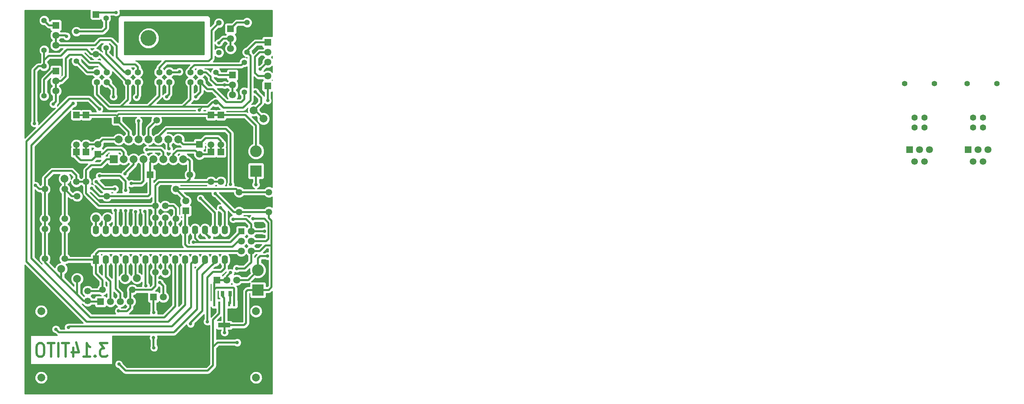
<source format=gbl>
G04 (created by PCBNEW (2013-mar-13)-testing) date vie 26 abr 2013 21:57:32 ART*
%MOIN*%
G04 Gerber Fmt 3.4, Leading zero omitted, Abs format*
%FSLAX34Y34*%
G01*
G70*
G90*
G04 APERTURE LIST*
%ADD10C,2.3622e-06*%
%ADD11C,0.0246063*%
%ADD12C,0.0669291*%
%ADD13R,0.0236X0.0512*%
%ADD14R,0.122X0.0472*%
%ADD15R,0.06X0.06*%
%ADD16C,0.0708661*%
%ADD17R,0.0708661X0.0708661*%
%ADD18R,0.0787X0.0787*%
%ADD19C,0.0787*%
%ADD20O,0.062X0.09*%
%ADD21R,0.062X0.09*%
%ADD22R,0.0669291X0.0669291*%
%ADD23C,0.0629921*%
%ADD24R,0.11811X0.11811*%
%ADD25C,0.11811*%
%ADD26C,0.16*%
%ADD27C,0.0787402*%
%ADD28R,0.035X0.055*%
%ADD29C,0.055*%
%ADD30C,0.035*%
%ADD31C,0.02*%
%ADD32C,0.012*%
%ADD33C,0.016*%
%ADD34C,0.01*%
G04 APERTURE END LIST*
G54D10*
G54D11*
X19249Y-56345D02*
X18517Y-56345D01*
X18911Y-56870D01*
X18742Y-56870D01*
X18630Y-56935D01*
X18574Y-57001D01*
X18517Y-57132D01*
X18517Y-57460D01*
X18574Y-57591D01*
X18630Y-57657D01*
X18742Y-57723D01*
X19080Y-57723D01*
X19192Y-57657D01*
X19249Y-57591D01*
X18011Y-57591D02*
X17955Y-57657D01*
X18011Y-57723D01*
X18068Y-57657D01*
X18011Y-57591D01*
X18011Y-57723D01*
X16830Y-57723D02*
X17505Y-57723D01*
X17168Y-57723D02*
X17168Y-56345D01*
X17280Y-56541D01*
X17393Y-56673D01*
X17505Y-56738D01*
X15818Y-56804D02*
X15818Y-57723D01*
X16099Y-56279D02*
X16380Y-57263D01*
X15649Y-57263D01*
X15368Y-56345D02*
X14693Y-56345D01*
X15030Y-57723D02*
X15030Y-56345D01*
X14299Y-57723D02*
X14299Y-56345D01*
X13906Y-56345D02*
X13231Y-56345D01*
X13568Y-57723D02*
X13568Y-56345D01*
X12612Y-56345D02*
X12387Y-56345D01*
X12275Y-56410D01*
X12162Y-56541D01*
X12106Y-56804D01*
X12106Y-57263D01*
X12162Y-57526D01*
X12275Y-57657D01*
X12387Y-57723D01*
X12612Y-57723D01*
X12724Y-57657D01*
X12837Y-57526D01*
X12893Y-57263D01*
X12893Y-56804D01*
X12837Y-56541D01*
X12724Y-56410D01*
X12612Y-56345D01*
G54D12*
X14976Y-47838D03*
X12976Y-47838D03*
X14976Y-44838D03*
X12976Y-44838D03*
X14976Y-43822D03*
X12976Y-43822D03*
X14976Y-40822D03*
X12976Y-40822D03*
X35555Y-41125D03*
X35555Y-43125D03*
X32555Y-41125D03*
X32555Y-43125D03*
G54D13*
X30562Y-52396D03*
X30062Y-52396D03*
X32062Y-52396D03*
X31562Y-52396D03*
X31062Y-52396D03*
G54D14*
X31062Y-54546D03*
G54D12*
X21775Y-50984D03*
X18775Y-50984D03*
X26181Y-43822D03*
X26181Y-40822D03*
X19216Y-41535D03*
X16216Y-41535D03*
G54D15*
X32767Y-45062D03*
G54D16*
X33767Y-45062D03*
X32767Y-46062D03*
X33767Y-46062D03*
X32767Y-47062D03*
X33767Y-47062D03*
G54D17*
X106047Y-36850D03*
G54D16*
X107047Y-36850D03*
X108047Y-36850D03*
G54D17*
X30299Y-50000D03*
G54D16*
X31299Y-50000D03*
X32299Y-50000D03*
G54D17*
X31692Y-24629D03*
G54D16*
X31692Y-25629D03*
X31692Y-26629D03*
G54D17*
X14074Y-28921D03*
G54D16*
X14074Y-29921D03*
X14074Y-30921D03*
G54D17*
X35452Y-26007D03*
G54D16*
X35452Y-27007D03*
X35452Y-28007D03*
G54D17*
X31889Y-29314D03*
G54D16*
X31889Y-30314D03*
X31889Y-31314D03*
G54D17*
X14074Y-24295D03*
G54D16*
X14074Y-25295D03*
X14074Y-26295D03*
G54D17*
X100141Y-36850D03*
G54D16*
X101141Y-36850D03*
X102141Y-36850D03*
G54D17*
X23909Y-51712D03*
G54D16*
X24909Y-51712D03*
G54D17*
X18307Y-37311D03*
G54D16*
X18307Y-36311D03*
G54D17*
X35433Y-30421D03*
G54D16*
X35433Y-29421D03*
G54D18*
X19925Y-37811D03*
G54D19*
X20425Y-35811D03*
X20925Y-37811D03*
X21425Y-35811D03*
X21925Y-37811D03*
X22425Y-35811D03*
X22925Y-37811D03*
X23425Y-35811D03*
X23925Y-37811D03*
X24425Y-35811D03*
X24925Y-37811D03*
X25425Y-35811D03*
X25925Y-37811D03*
X26425Y-35811D03*
X26925Y-37811D03*
G54D20*
X19106Y-47956D03*
X20106Y-47956D03*
X21106Y-47956D03*
X22106Y-47956D03*
X23106Y-47956D03*
X24106Y-47956D03*
X25106Y-47956D03*
X26106Y-47956D03*
X27106Y-47956D03*
X28106Y-47956D03*
X29106Y-47956D03*
X30106Y-47956D03*
X31106Y-47956D03*
G54D21*
X18106Y-47956D03*
G54D20*
X31106Y-44956D03*
X30106Y-44956D03*
X29106Y-44956D03*
X28106Y-44956D03*
X27106Y-44956D03*
X26106Y-44956D03*
X25106Y-44956D03*
X24106Y-44956D03*
X23106Y-44956D03*
X22106Y-44956D03*
X21106Y-44956D03*
X20106Y-44956D03*
X19106Y-44956D03*
X18106Y-44956D03*
G54D22*
X17125Y-33342D03*
G54D12*
X17125Y-36342D03*
G54D22*
X29724Y-33342D03*
G54D12*
X29724Y-36342D03*
G54D22*
X29724Y-37082D03*
G54D12*
X29724Y-40082D03*
G54D22*
X30708Y-37082D03*
G54D12*
X30708Y-40082D03*
G54D22*
X30708Y-33342D03*
G54D12*
X30708Y-36342D03*
G54D22*
X17125Y-37082D03*
G54D12*
X17125Y-40082D03*
G54D22*
X16141Y-37082D03*
G54D12*
X16141Y-40082D03*
G54D22*
X16141Y-33342D03*
G54D12*
X16141Y-36342D03*
G54D22*
X18110Y-23196D03*
G54D12*
X18110Y-27196D03*
G54D22*
X23590Y-39370D03*
G54D12*
X27590Y-39370D03*
G54D22*
X20244Y-33858D03*
G54D12*
X24244Y-33858D03*
G54D23*
X24500Y-29027D03*
X25500Y-30027D03*
X25500Y-29027D03*
X24500Y-30027D03*
X18200Y-29027D03*
X19200Y-30027D03*
X19200Y-29027D03*
X18200Y-30027D03*
X27649Y-29027D03*
X28649Y-30027D03*
X28649Y-29027D03*
X27649Y-30027D03*
X21350Y-29027D03*
X22350Y-30027D03*
X22350Y-29027D03*
X21350Y-30027D03*
G54D12*
X24106Y-49212D03*
X25106Y-49212D03*
X25106Y-43700D03*
X24106Y-43700D03*
X17283Y-51114D03*
X17283Y-52114D03*
X24106Y-42519D03*
X25106Y-42519D03*
G54D24*
X34251Y-38992D03*
G54D25*
X34251Y-36992D03*
G54D17*
X28543Y-36311D03*
G54D16*
X28543Y-37311D03*
G54D24*
X34448Y-51000D03*
G54D25*
X34448Y-49000D03*
G54D17*
X18578Y-52165D03*
G54D16*
X19578Y-52165D03*
X20578Y-52165D03*
X21578Y-52165D03*
G54D26*
X23425Y-25590D03*
G54D23*
X106547Y-33594D03*
X107547Y-34594D03*
X107547Y-33594D03*
X106547Y-34594D03*
X100641Y-33594D03*
X101641Y-34594D03*
X101641Y-33594D03*
X100641Y-34594D03*
G54D12*
X100641Y-38031D03*
X101641Y-38031D03*
X106547Y-38031D03*
X107547Y-38031D03*
G54D27*
X22244Y-49803D03*
X21062Y-49803D03*
X14960Y-39763D03*
X12598Y-53149D03*
X12598Y-59842D03*
X34251Y-59842D03*
X34251Y-53149D03*
X23425Y-25590D03*
G54D17*
X27165Y-43019D03*
G54D16*
X27165Y-42019D03*
G54D28*
X31634Y-51377D03*
X30884Y-51377D03*
G54D29*
X19133Y-26578D03*
X19133Y-23578D03*
X33070Y-28027D03*
X33070Y-31027D03*
X16141Y-27917D03*
X16141Y-24917D03*
X30511Y-24051D03*
X30511Y-27051D03*
X105940Y-30157D03*
X108940Y-30157D03*
X99641Y-30157D03*
X102641Y-30157D03*
X30216Y-29051D03*
X30216Y-32051D03*
X12893Y-31421D03*
X12893Y-28421D03*
X12893Y-23795D03*
X12893Y-26795D03*
X33346Y-24011D03*
X33346Y-27011D03*
G54D27*
X19291Y-43740D03*
X18110Y-43759D03*
X14625Y-48877D03*
X16220Y-49881D03*
X34015Y-32874D03*
X35000Y-33720D03*
G54D30*
X34173Y-31003D03*
X31948Y-43858D03*
X35098Y-45059D03*
X20393Y-53110D03*
X20433Y-58484D03*
X17677Y-40748D03*
X32362Y-56299D03*
X22204Y-31535D03*
X25236Y-31496D03*
X19881Y-31496D03*
X28188Y-31496D03*
X20137Y-22992D03*
X35413Y-47578D03*
X34685Y-28720D03*
X22421Y-33956D03*
X15826Y-32185D03*
X23248Y-36830D03*
X18464Y-32736D03*
X14074Y-54960D03*
X21062Y-39271D03*
X21692Y-40255D03*
X15354Y-54763D03*
X30669Y-42716D03*
X31692Y-40354D03*
X28661Y-41751D03*
X25492Y-36751D03*
X29350Y-54192D03*
X23149Y-50570D03*
X27657Y-54409D03*
X27952Y-46181D03*
X24547Y-50255D03*
X33956Y-43818D03*
X29547Y-45688D03*
X35433Y-31889D03*
X20019Y-40807D03*
X18149Y-40059D03*
X13818Y-32244D03*
X20078Y-42972D03*
X15157Y-25413D03*
X18484Y-39488D03*
X21102Y-42992D03*
X21122Y-40944D03*
X22125Y-43110D03*
X26535Y-28976D03*
X30511Y-26062D03*
X31082Y-30314D03*
X23031Y-43070D03*
X11909Y-34192D03*
X12027Y-40452D03*
X32303Y-48838D03*
X28562Y-32834D03*
X30137Y-41259D03*
X31082Y-55295D03*
X23956Y-56830D03*
X23917Y-55807D03*
X23937Y-53287D03*
X34251Y-40374D03*
X31673Y-49251D03*
G54D31*
X34015Y-32874D02*
X34153Y-32874D01*
X34153Y-32874D02*
X35000Y-33720D01*
X34763Y-32125D02*
X34015Y-32874D01*
X34763Y-31594D02*
X34763Y-32125D01*
X34173Y-31003D02*
X34763Y-31594D01*
X33257Y-43848D02*
X32854Y-43848D01*
X31958Y-43848D02*
X31948Y-43858D01*
X32854Y-43848D02*
X31958Y-43848D01*
X16141Y-24917D02*
X18783Y-24917D01*
X18783Y-24917D02*
X19133Y-24566D01*
X19133Y-24566D02*
X19133Y-23578D01*
X22350Y-30027D02*
X22350Y-31389D01*
X22350Y-31389D02*
X22204Y-31535D01*
X25500Y-30027D02*
X25500Y-31232D01*
X25500Y-31232D02*
X25236Y-31496D01*
X28649Y-30027D02*
X28649Y-31035D01*
X28649Y-31035D02*
X28188Y-31496D01*
X33070Y-31027D02*
X33070Y-31751D01*
X32775Y-32047D02*
X31240Y-32047D01*
X33070Y-31751D02*
X32775Y-32047D01*
X31240Y-32047D02*
X29921Y-30728D01*
X29350Y-30728D02*
X28649Y-30027D01*
X29921Y-30728D02*
X29350Y-30728D01*
X19881Y-31496D02*
X19881Y-30708D01*
X19881Y-30708D02*
X19200Y-30027D01*
X33767Y-45062D02*
X33767Y-44358D01*
X33767Y-44358D02*
X33257Y-43848D01*
X33257Y-43848D02*
X33248Y-43838D01*
X32362Y-56299D02*
X30374Y-56299D01*
X30374Y-56299D02*
X29921Y-56751D01*
X33767Y-45062D02*
X35094Y-45062D01*
X35094Y-45062D02*
X35098Y-45059D01*
X24106Y-49212D02*
X24106Y-47956D01*
X21775Y-50984D02*
X23740Y-50984D01*
X23740Y-50984D02*
X24106Y-50618D01*
X24106Y-50618D02*
X24106Y-49212D01*
X21578Y-52165D02*
X21578Y-51181D01*
X21578Y-51181D02*
X21775Y-50984D01*
X30562Y-52396D02*
X30562Y-53374D01*
X30562Y-53374D02*
X29921Y-54015D01*
X29921Y-54015D02*
X29921Y-56751D01*
X29389Y-59153D02*
X21102Y-59153D01*
X21578Y-52811D02*
X21578Y-52165D01*
X21240Y-53149D02*
X21578Y-52811D01*
X20433Y-53149D02*
X21240Y-53149D01*
X20393Y-53110D02*
X20433Y-53149D01*
X21102Y-59153D02*
X20433Y-58484D01*
X29921Y-56751D02*
X29921Y-58622D01*
X29921Y-58622D02*
X29389Y-59153D01*
X17677Y-40748D02*
X18464Y-41535D01*
X18464Y-41535D02*
X19216Y-41535D01*
X23590Y-39370D02*
X23590Y-41330D01*
X23385Y-41535D02*
X19216Y-41535D01*
X23590Y-41330D02*
X23385Y-41535D01*
X23590Y-39370D02*
X23590Y-38145D01*
X23590Y-38145D02*
X23925Y-37811D01*
X26181Y-43822D02*
X26181Y-42795D01*
X25905Y-42519D02*
X25106Y-42519D01*
X26181Y-42795D02*
X25905Y-42519D01*
X26106Y-44956D02*
X26106Y-43897D01*
X26106Y-43897D02*
X26181Y-43822D01*
G54D32*
X18464Y-41535D02*
X19216Y-41535D01*
X33767Y-44358D02*
X33248Y-43838D01*
X23590Y-38145D02*
X23925Y-37811D01*
X29370Y-30748D02*
X28649Y-30027D01*
X31240Y-32047D02*
X29940Y-30748D01*
X29940Y-30748D02*
X29370Y-30748D01*
X22204Y-31535D02*
X22350Y-31389D01*
X25236Y-31496D02*
X25500Y-31232D01*
X28188Y-31496D02*
X28649Y-31035D01*
X19133Y-24566D02*
X19133Y-23578D01*
X18783Y-24917D02*
X19133Y-24566D01*
X23740Y-50984D02*
X24106Y-50618D01*
X24106Y-50618D02*
X24106Y-49212D01*
G54D31*
X20137Y-22992D02*
X18314Y-22992D01*
X18314Y-22992D02*
X18110Y-23196D01*
X35452Y-28007D02*
X35397Y-28007D01*
X35397Y-28007D02*
X34685Y-28720D01*
X32299Y-50000D02*
X33464Y-50000D01*
X34448Y-49015D02*
X34448Y-49000D01*
X33464Y-50000D02*
X34448Y-49015D01*
X34448Y-47814D02*
X34685Y-47578D01*
X34685Y-47578D02*
X35413Y-47578D01*
X34448Y-49000D02*
X34448Y-47814D01*
G54D32*
X35397Y-28007D02*
X34685Y-28720D01*
G54D31*
X21425Y-35811D02*
X21425Y-35039D01*
X21425Y-35039D02*
X20244Y-33858D01*
X30708Y-33342D02*
X29724Y-33342D01*
X34251Y-36992D02*
X34251Y-34409D01*
X33185Y-33342D02*
X30708Y-33342D01*
X34251Y-34409D02*
X33185Y-33342D01*
G54D33*
X17125Y-33342D02*
X16141Y-33342D01*
X20244Y-33858D02*
X20244Y-33472D01*
X20244Y-33472D02*
X20114Y-33342D01*
X20114Y-33342D02*
X17125Y-33342D01*
X20244Y-33858D02*
X20244Y-33397D01*
X29629Y-33248D02*
X29724Y-33342D01*
X20393Y-33248D02*
X29629Y-33248D01*
X20244Y-33397D02*
X20393Y-33248D01*
G54D31*
X26106Y-52539D02*
X26106Y-52653D01*
X25000Y-53759D02*
X17559Y-53759D01*
X26106Y-52653D02*
X25000Y-53759D01*
X22425Y-35811D02*
X22425Y-33960D01*
X22425Y-33960D02*
X22421Y-33956D01*
X26106Y-47956D02*
X26106Y-52539D01*
X11614Y-36397D02*
X15826Y-32185D01*
X11614Y-47814D02*
X11614Y-36397D01*
X17559Y-53759D02*
X11614Y-47814D01*
G54D32*
X22421Y-33956D02*
X22425Y-33960D01*
G54D31*
X27106Y-52224D02*
X27106Y-52500D01*
X25413Y-54192D02*
X17165Y-54192D01*
X27106Y-52500D02*
X25413Y-54192D01*
X24925Y-37811D02*
X24925Y-37110D01*
X24645Y-36830D02*
X23248Y-36830D01*
X24925Y-37110D02*
X24645Y-36830D01*
X27106Y-47956D02*
X27106Y-52224D01*
X17165Y-54192D02*
X11122Y-48149D01*
X11122Y-48149D02*
X11122Y-36003D01*
X11122Y-36003D02*
X15433Y-31692D01*
X15433Y-31692D02*
X17421Y-31692D01*
X17421Y-31692D02*
X18464Y-32736D01*
X21062Y-39271D02*
X21062Y-39212D01*
X21925Y-38350D02*
X21925Y-37811D01*
X21062Y-39212D02*
X21925Y-38350D01*
X14645Y-55275D02*
X14389Y-55275D01*
X14389Y-55275D02*
X14074Y-54960D01*
X26742Y-54517D02*
X25984Y-55275D01*
X14389Y-55275D02*
X14074Y-54960D01*
X25984Y-55275D02*
X14645Y-55275D01*
X29106Y-47956D02*
X29106Y-48216D01*
X29106Y-48216D02*
X28307Y-49015D01*
X28307Y-49015D02*
X28307Y-52952D01*
X28307Y-52952D02*
X26742Y-54517D01*
X26742Y-54517D02*
X26102Y-55157D01*
G54D32*
X28307Y-52952D02*
X26102Y-55157D01*
X28307Y-49015D02*
X28307Y-52952D01*
X29106Y-48216D02*
X28307Y-49015D01*
G54D31*
X22925Y-37811D02*
X22925Y-40007D01*
X22677Y-40255D02*
X21692Y-40255D01*
X22925Y-40007D02*
X22677Y-40255D01*
X15433Y-54685D02*
X25787Y-54685D01*
X15354Y-54763D02*
X15433Y-54685D01*
X25787Y-54685D02*
X27716Y-52755D01*
X27716Y-52755D02*
X27716Y-48346D01*
X27716Y-48346D02*
X28106Y-47956D01*
G54D32*
X27716Y-52755D02*
X25787Y-54685D01*
G54D31*
X31692Y-35728D02*
X31692Y-35216D01*
X24425Y-35535D02*
X24425Y-35811D01*
X25216Y-34744D02*
X24425Y-35535D01*
X31220Y-34744D02*
X25216Y-34744D01*
X31692Y-35216D02*
X31220Y-34744D01*
X31692Y-40354D02*
X31692Y-35728D01*
X31106Y-44956D02*
X31106Y-43153D01*
X31106Y-43153D02*
X30669Y-42716D01*
X25425Y-35811D02*
X25425Y-36685D01*
X25425Y-36685D02*
X25492Y-36751D01*
X30106Y-44956D02*
X30106Y-43196D01*
X30106Y-43196D02*
X28661Y-41751D01*
G54D32*
X25425Y-36685D02*
X25492Y-36751D01*
G54D31*
X31106Y-48814D02*
X30748Y-49173D01*
X30748Y-49173D02*
X29921Y-49173D01*
X29921Y-49173D02*
X29350Y-49744D01*
X29350Y-49744D02*
X29350Y-54192D01*
X31106Y-48814D02*
X31106Y-47956D01*
X23106Y-47956D02*
X23106Y-50527D01*
X23106Y-50527D02*
X23149Y-50570D01*
X27657Y-54409D02*
X27657Y-54311D01*
X30106Y-48200D02*
X30106Y-47956D01*
X28858Y-49448D02*
X30106Y-48200D01*
X28858Y-53110D02*
X28858Y-49448D01*
X27657Y-54311D02*
X28858Y-53110D01*
X28425Y-46161D02*
X27972Y-46161D01*
X28937Y-46161D02*
X28425Y-46161D01*
X27972Y-46161D02*
X27952Y-46181D01*
X24909Y-50846D02*
X24909Y-50618D01*
X24909Y-50618D02*
X24547Y-50255D01*
X28106Y-44956D02*
X28106Y-45783D01*
X31669Y-46161D02*
X32767Y-45062D01*
X28484Y-46161D02*
X28937Y-46161D01*
X28937Y-46161D02*
X31669Y-46161D01*
X28106Y-45783D02*
X28484Y-46161D01*
X24909Y-51712D02*
X24909Y-50846D01*
X29106Y-44956D02*
X29106Y-45248D01*
X29106Y-45248D02*
X29547Y-45688D01*
X35433Y-31889D02*
X35433Y-30421D01*
X33767Y-46062D02*
X35275Y-46062D01*
X35098Y-43818D02*
X33956Y-43818D01*
X35506Y-44227D02*
X35098Y-43818D01*
X35506Y-45831D02*
X35506Y-44227D01*
X35275Y-46062D02*
X35506Y-45831D01*
X17125Y-36342D02*
X17125Y-37082D01*
X18307Y-36311D02*
X17157Y-36311D01*
X17157Y-36311D02*
X17125Y-36342D01*
X20425Y-35811D02*
X18807Y-35811D01*
X18807Y-35811D02*
X18307Y-36311D01*
X16141Y-37082D02*
X16141Y-37480D01*
X16574Y-37913D02*
X17704Y-37913D01*
X16141Y-37480D02*
X16574Y-37913D01*
X17704Y-37913D02*
X18307Y-37311D01*
X18307Y-37311D02*
X18791Y-37311D01*
X18791Y-37311D02*
X19271Y-36830D01*
X20925Y-37106D02*
X20925Y-37811D01*
X20649Y-36830D02*
X20925Y-37106D01*
X19271Y-36830D02*
X20649Y-36830D01*
X17704Y-37913D02*
X18307Y-37311D01*
X16141Y-36342D02*
X16141Y-37082D01*
X29724Y-37082D02*
X29724Y-36342D01*
X28543Y-37311D02*
X29496Y-37311D01*
X29496Y-37311D02*
X29724Y-37082D01*
X25925Y-37811D02*
X25925Y-37322D01*
X28161Y-36929D02*
X28543Y-37311D01*
X26318Y-36929D02*
X28161Y-36929D01*
X25925Y-37322D02*
X26318Y-36929D01*
X28543Y-36311D02*
X26925Y-36311D01*
X26925Y-36311D02*
X26425Y-35811D01*
X30708Y-36342D02*
X30708Y-35964D01*
X29185Y-35669D02*
X28543Y-36311D01*
X30413Y-35669D02*
X29185Y-35669D01*
X30708Y-35964D02*
X30413Y-35669D01*
X30708Y-37082D02*
X30708Y-36342D01*
G54D32*
X26925Y-36311D02*
X26425Y-35811D01*
G54D31*
X14976Y-47838D02*
X14976Y-44838D01*
X18106Y-47956D02*
X15094Y-47956D01*
X15094Y-47956D02*
X14976Y-47838D01*
X18106Y-47956D02*
X18106Y-47366D01*
X18409Y-47062D02*
X32767Y-47062D01*
X18106Y-47366D02*
X18409Y-47062D01*
X17283Y-51114D02*
X18645Y-51114D01*
X18645Y-51114D02*
X18775Y-50984D01*
X18775Y-50984D02*
X18775Y-49996D01*
X18106Y-49326D02*
X18106Y-47956D01*
X18775Y-49996D02*
X18106Y-49326D01*
G54D32*
X18645Y-51114D02*
X18775Y-50984D01*
G54D31*
X19106Y-47956D02*
X19106Y-49657D01*
X19106Y-49657D02*
X19578Y-50129D01*
X19578Y-50129D02*
X19578Y-52165D01*
G54D32*
X19578Y-50129D02*
X19578Y-52165D01*
X19106Y-49657D02*
X19578Y-50129D01*
G54D31*
X32767Y-46062D02*
X32480Y-46062D01*
X32480Y-46062D02*
X31889Y-46653D01*
X31889Y-46653D02*
X27362Y-46653D01*
X27362Y-46653D02*
X27106Y-46397D01*
X27106Y-46397D02*
X27106Y-44956D01*
X27106Y-44956D02*
X27106Y-43078D01*
X27106Y-43078D02*
X27165Y-43019D01*
G54D32*
X27106Y-46397D02*
X27106Y-44956D01*
X27362Y-46653D02*
X27106Y-46397D01*
X31889Y-46653D02*
X27362Y-46653D01*
X32480Y-46062D02*
X31889Y-46653D01*
G54D31*
X18897Y-40807D02*
X18149Y-40059D01*
X20019Y-40807D02*
X18897Y-40807D01*
X14074Y-29921D02*
X14606Y-29921D01*
X15078Y-27637D02*
X15433Y-27283D01*
X15078Y-29448D02*
X15078Y-27637D01*
X14606Y-29921D02*
X15078Y-29448D01*
X19200Y-28846D02*
X19200Y-29027D01*
X15433Y-27283D02*
X16673Y-27283D01*
X16673Y-27283D02*
X17480Y-28090D01*
X17480Y-28090D02*
X18444Y-28090D01*
X18444Y-28090D02*
X19200Y-28846D01*
X14074Y-30921D02*
X14074Y-29921D01*
X14074Y-30921D02*
X14074Y-31988D01*
X14074Y-31988D02*
X13818Y-32244D01*
X20106Y-44956D02*
X20106Y-43000D01*
X20106Y-43000D02*
X20078Y-42972D01*
G54D32*
X13818Y-32244D02*
X14074Y-31988D01*
X20106Y-43000D02*
X20078Y-42972D01*
G54D31*
X14074Y-26295D02*
X14074Y-25295D01*
X14074Y-25295D02*
X15039Y-25295D01*
X15039Y-25295D02*
X15157Y-25413D01*
X22350Y-29027D02*
X22350Y-28492D01*
X22350Y-28492D02*
X22086Y-28228D01*
X22086Y-28228D02*
X20905Y-28228D01*
X20905Y-28228D02*
X20196Y-27519D01*
X20196Y-27519D02*
X20196Y-26358D01*
X20196Y-26358D02*
X19625Y-25787D01*
X19625Y-25787D02*
X18543Y-25787D01*
X18543Y-25787D02*
X18035Y-26295D01*
X18035Y-26295D02*
X14074Y-26295D01*
X21106Y-44956D02*
X21106Y-42996D01*
G54D32*
X15157Y-25413D02*
X15039Y-25295D01*
G54D31*
X21106Y-42996D02*
X21102Y-42992D01*
X21122Y-40944D02*
X21102Y-40925D01*
X21102Y-40925D02*
X21102Y-40039D01*
X21102Y-40039D02*
X20551Y-39488D01*
X20551Y-39488D02*
X18484Y-39488D01*
G54D32*
X22086Y-28228D02*
X21181Y-28228D01*
X22350Y-28492D02*
X22086Y-28228D01*
X14074Y-26295D02*
X18035Y-26295D01*
X18035Y-26295D02*
X18543Y-25787D01*
X20196Y-27519D02*
X20905Y-28228D01*
X20905Y-28228D02*
X21181Y-28228D01*
G54D31*
X31692Y-25629D02*
X30944Y-25629D01*
X30944Y-25629D02*
X30511Y-26062D01*
X31692Y-26629D02*
X31692Y-25629D01*
X25500Y-29027D02*
X26484Y-29027D01*
X26484Y-29027D02*
X26535Y-28976D01*
X22106Y-44956D02*
X22106Y-43129D01*
X22106Y-43129D02*
X22125Y-43110D01*
G54D32*
X26484Y-29027D02*
X26535Y-28976D01*
X30511Y-26062D02*
X30944Y-25629D01*
G54D31*
X30236Y-30314D02*
X29685Y-29763D01*
X31082Y-30314D02*
X30236Y-30314D01*
X29685Y-29763D02*
X29685Y-29488D01*
X29685Y-29488D02*
X29224Y-29027D01*
X29224Y-29027D02*
X28649Y-29027D01*
X31889Y-30314D02*
X31082Y-30314D01*
X31889Y-31314D02*
X31889Y-30314D01*
X23106Y-44956D02*
X23106Y-43145D01*
X23106Y-43145D02*
X23031Y-43070D01*
G54D32*
X23031Y-43070D02*
X23106Y-43145D01*
X29685Y-29763D02*
X30236Y-30314D01*
X31082Y-30314D02*
X31889Y-30314D01*
G54D31*
X19106Y-44956D02*
X19106Y-43925D01*
X19106Y-43925D02*
X19291Y-43740D01*
G54D32*
X19106Y-43925D02*
X19291Y-43740D01*
G54D31*
X18106Y-44956D02*
X18106Y-43763D01*
X18106Y-43763D02*
X18110Y-43759D01*
G54D32*
X18106Y-43763D02*
X18110Y-43759D01*
G54D31*
X35452Y-27007D02*
X34625Y-27007D01*
X34480Y-29421D02*
X35433Y-29421D01*
X34153Y-29094D02*
X34480Y-29421D01*
X34153Y-27480D02*
X34153Y-29094D01*
X34625Y-27007D02*
X34153Y-27480D01*
X20106Y-47956D02*
X20106Y-50874D01*
X20578Y-51346D02*
X20578Y-52165D01*
X20106Y-50874D02*
X20578Y-51346D01*
X14625Y-48877D02*
X14625Y-49862D01*
X16220Y-49881D02*
X16220Y-51456D01*
X18110Y-27196D02*
X17629Y-27196D01*
X15196Y-26732D02*
X14566Y-27362D01*
X17165Y-26732D02*
X15196Y-26732D01*
X17629Y-27196D02*
X17165Y-26732D01*
X12893Y-26795D02*
X12893Y-28421D01*
X15078Y-26850D02*
X14566Y-27362D01*
X14566Y-27362D02*
X13346Y-27362D01*
X13346Y-27362D02*
X12893Y-27814D01*
X21350Y-30027D02*
X21326Y-30027D01*
X18496Y-27196D02*
X18110Y-27196D01*
X21326Y-30027D02*
X18496Y-27196D01*
X24500Y-30027D02*
X24500Y-31425D01*
X24500Y-31425D02*
X23405Y-32519D01*
X27649Y-30027D02*
X27649Y-31759D01*
X27649Y-31759D02*
X26889Y-32519D01*
X33346Y-27011D02*
X33346Y-26889D01*
X34228Y-26007D02*
X35452Y-26007D01*
X33346Y-26889D02*
X34228Y-26007D01*
X30216Y-32051D02*
X30417Y-32051D01*
X33700Y-27366D02*
X33346Y-27011D01*
X33700Y-31870D02*
X33700Y-27366D01*
X32952Y-32618D02*
X33700Y-31870D01*
X30984Y-32618D02*
X32952Y-32618D01*
X30417Y-32051D02*
X30984Y-32618D01*
X30216Y-32051D02*
X29877Y-32051D01*
X29409Y-32519D02*
X26889Y-32519D01*
X29877Y-32051D02*
X29409Y-32519D01*
X26889Y-32519D02*
X20196Y-32519D01*
X18200Y-30027D02*
X18200Y-31271D01*
X18200Y-31271D02*
X19448Y-32519D01*
X19448Y-32519D02*
X20196Y-32519D01*
X20196Y-32519D02*
X20629Y-32519D01*
X20629Y-32519D02*
X21350Y-31799D01*
X21350Y-31799D02*
X21350Y-30027D01*
X12893Y-28421D02*
X12307Y-28421D01*
X12307Y-28421D02*
X11909Y-28818D01*
X11909Y-28818D02*
X11909Y-34192D01*
X23425Y-35811D02*
X23425Y-34677D01*
X23425Y-34677D02*
X24244Y-33858D01*
X32555Y-43125D02*
X32003Y-43125D01*
X32003Y-43125D02*
X30137Y-41259D01*
X32555Y-43125D02*
X35555Y-43125D01*
X16141Y-40082D02*
X17125Y-40082D01*
X12976Y-40822D02*
X12976Y-39720D01*
X13720Y-38976D02*
X15669Y-38976D01*
X12976Y-39720D02*
X13720Y-38976D01*
X15669Y-38976D02*
X16141Y-39448D01*
X16141Y-39448D02*
X16141Y-40082D01*
X12976Y-40822D02*
X12397Y-40822D01*
X12397Y-40822D02*
X12027Y-40452D01*
X12976Y-47838D02*
X12976Y-44838D01*
X12976Y-44838D02*
X12976Y-43822D01*
X12976Y-43822D02*
X12976Y-40822D01*
X17125Y-40082D02*
X17125Y-38917D01*
X17125Y-38917D02*
X17637Y-38405D01*
X17637Y-38405D02*
X18622Y-38405D01*
X18622Y-38405D02*
X19216Y-37811D01*
X19216Y-37811D02*
X19925Y-37811D01*
X24106Y-42519D02*
X18405Y-42519D01*
X18405Y-42519D02*
X17125Y-41240D01*
X17125Y-41240D02*
X17125Y-40082D01*
X24106Y-43700D02*
X24106Y-42519D01*
X24106Y-44956D02*
X24106Y-43700D01*
X33767Y-47062D02*
X34649Y-47062D01*
X35216Y-46496D02*
X35826Y-46496D01*
X34649Y-47062D02*
X35216Y-46496D01*
X18578Y-52165D02*
X17334Y-52165D01*
X17334Y-52165D02*
X17283Y-52114D01*
X17283Y-52114D02*
X16877Y-52114D01*
X16877Y-52114D02*
X16181Y-51417D01*
X16181Y-51417D02*
X14625Y-49862D01*
X14625Y-49862D02*
X12976Y-48212D01*
X12976Y-48212D02*
X12976Y-47838D01*
X33767Y-47062D02*
X33767Y-48200D01*
X33129Y-48838D02*
X32303Y-48838D01*
X33767Y-48200D02*
X33129Y-48838D01*
X31082Y-55295D02*
X31082Y-54566D01*
X31082Y-54566D02*
X31062Y-54546D01*
X35555Y-43125D02*
X35555Y-43744D01*
X35826Y-44015D02*
X35826Y-46496D01*
X35555Y-43744D02*
X35826Y-44015D01*
X35535Y-51000D02*
X34448Y-51000D01*
X35826Y-46496D02*
X35826Y-50708D01*
X35826Y-50708D02*
X35535Y-51000D01*
X25106Y-47956D02*
X25106Y-49212D01*
X27590Y-39370D02*
X27590Y-37984D01*
X27417Y-37811D02*
X26925Y-37811D01*
X27590Y-37984D02*
X27417Y-37811D01*
X29724Y-40082D02*
X30708Y-40082D01*
X27145Y-40098D02*
X27287Y-40098D01*
X27287Y-40098D02*
X27590Y-39795D01*
X27590Y-39795D02*
X27590Y-39370D01*
X24106Y-42519D02*
X24106Y-40480D01*
X24106Y-40480D02*
X24488Y-40098D01*
X24488Y-40098D02*
X27145Y-40098D01*
X29708Y-40098D02*
X29724Y-40082D01*
X27145Y-40098D02*
X29708Y-40098D01*
X31062Y-54546D02*
X33051Y-54546D01*
X33409Y-51000D02*
X34448Y-51000D01*
X33248Y-51161D02*
X33409Y-51000D01*
X33248Y-54350D02*
X33248Y-51161D01*
X33051Y-54546D02*
X33248Y-54350D01*
X30884Y-51377D02*
X30884Y-51632D01*
X30884Y-51632D02*
X31062Y-51811D01*
X31062Y-51811D02*
X31062Y-52396D01*
X31062Y-54546D02*
X31062Y-52396D01*
G54D32*
X12027Y-40452D02*
X12397Y-40822D01*
X28818Y-32519D02*
X28818Y-32578D01*
X28818Y-32578D02*
X28562Y-32834D01*
X20452Y-32519D02*
X20629Y-32519D01*
X20629Y-32519D02*
X21350Y-31799D01*
X21350Y-31799D02*
X21350Y-30027D01*
X23169Y-32519D02*
X23405Y-32519D01*
X23405Y-32519D02*
X24500Y-31425D01*
X25846Y-32519D02*
X26870Y-32519D01*
X27649Y-31740D02*
X27649Y-30027D01*
X26870Y-32519D02*
X27649Y-31740D01*
X19448Y-32519D02*
X18200Y-31271D01*
X28818Y-32519D02*
X25846Y-32519D01*
X25846Y-32519D02*
X23169Y-32519D01*
X23169Y-32519D02*
X20452Y-32519D01*
X20452Y-32519D02*
X19448Y-32519D01*
X19216Y-37811D02*
X19925Y-37811D01*
X18622Y-38405D02*
X19216Y-37811D01*
X17637Y-38405D02*
X18622Y-38405D01*
X17125Y-38917D02*
X17637Y-38405D01*
X18200Y-30027D02*
X18200Y-31271D01*
X21350Y-31799D02*
X21350Y-30027D01*
X12893Y-28421D02*
X12893Y-27814D01*
X12893Y-27814D02*
X13346Y-27362D01*
X13346Y-27362D02*
X14566Y-27362D01*
X14566Y-27362D02*
X15078Y-26850D01*
X27590Y-39370D02*
X27590Y-39795D01*
X17125Y-40082D02*
X17125Y-41240D01*
X17125Y-41240D02*
X18405Y-42519D01*
X15669Y-38976D02*
X16141Y-39448D01*
X16141Y-39448D02*
X16141Y-40082D01*
X12976Y-40822D02*
X12976Y-43822D01*
X12976Y-44838D02*
X12976Y-43822D01*
X31062Y-52396D02*
X31062Y-51811D01*
X31062Y-51811D02*
X30884Y-51632D01*
X17334Y-52165D02*
X17283Y-52114D01*
G54D31*
X25106Y-44956D02*
X25106Y-43700D01*
X22106Y-47956D02*
X22106Y-49665D01*
X22106Y-49665D02*
X22244Y-49803D01*
G54D32*
X22106Y-49665D02*
X22244Y-49803D01*
G54D31*
X21106Y-47956D02*
X21106Y-49759D01*
X21106Y-49759D02*
X21062Y-49803D01*
G54D32*
X21106Y-49759D02*
X21062Y-49803D01*
G54D31*
X16216Y-41535D02*
X15688Y-41535D01*
X15688Y-41535D02*
X14976Y-40822D01*
X14976Y-43822D02*
X14976Y-40822D01*
G54D32*
X14976Y-40822D02*
X14976Y-39779D01*
X14976Y-39779D02*
X14960Y-39763D01*
X14976Y-40822D02*
X14976Y-41275D01*
X14976Y-41275D02*
X14976Y-43822D01*
G54D31*
X23917Y-56791D02*
X23917Y-55807D01*
X23956Y-56830D02*
X23917Y-56791D01*
X23909Y-51712D02*
X23909Y-53259D01*
X23909Y-53259D02*
X23937Y-53287D01*
X31889Y-29314D02*
X30480Y-29314D01*
X30480Y-29314D02*
X30216Y-29051D01*
X14074Y-24295D02*
X13393Y-24295D01*
X13393Y-24295D02*
X12893Y-23795D01*
G54D32*
X13393Y-24295D02*
X12893Y-23795D01*
G54D31*
X31634Y-51377D02*
X31634Y-52324D01*
X31634Y-52324D02*
X31562Y-52396D01*
X35555Y-41125D02*
X32555Y-41125D01*
X26181Y-40822D02*
X32251Y-40822D01*
X32251Y-40822D02*
X32555Y-41125D01*
X27165Y-42019D02*
X27165Y-41807D01*
X27165Y-41807D02*
X26181Y-40822D01*
G54D32*
X32251Y-40822D02*
X32555Y-41125D01*
X27165Y-41807D02*
X26181Y-40822D01*
G54D31*
X12893Y-31421D02*
X12893Y-29783D01*
X13755Y-28921D02*
X14074Y-28921D01*
X12893Y-29783D02*
X13755Y-28921D01*
X33346Y-24011D02*
X32311Y-24011D01*
X32311Y-24011D02*
X31692Y-24629D01*
X27649Y-29027D02*
X27649Y-28688D01*
X28031Y-28307D02*
X32791Y-28307D01*
X27649Y-28688D02*
X28031Y-28307D01*
X32791Y-28307D02*
X33070Y-28027D01*
G54D32*
X32791Y-28307D02*
X33070Y-28027D01*
G54D31*
X21350Y-29027D02*
X20996Y-29027D01*
X19133Y-27165D02*
X19133Y-26578D01*
X20996Y-29027D02*
X19133Y-27165D01*
X34251Y-38992D02*
X34251Y-40374D01*
X31299Y-50000D02*
X31299Y-49625D01*
X31299Y-49625D02*
X31673Y-49251D01*
X30299Y-50000D02*
X31299Y-50000D01*
X30062Y-51023D02*
X30062Y-50940D01*
X32062Y-50842D02*
X32062Y-52396D01*
X31988Y-50767D02*
X32062Y-50842D01*
X30236Y-50767D02*
X31988Y-50767D01*
X30062Y-50940D02*
X30236Y-50767D01*
X30062Y-52396D02*
X30062Y-51023D01*
X30062Y-51023D02*
X30062Y-50236D01*
X30062Y-50236D02*
X30299Y-50000D01*
G54D32*
X30062Y-51417D02*
X30062Y-50236D01*
X30062Y-50236D02*
X30299Y-50000D01*
X30062Y-51417D02*
X30062Y-52396D01*
G54D31*
X24500Y-29027D02*
X24500Y-28570D01*
X24500Y-28570D02*
X25157Y-27913D01*
X25157Y-27913D02*
X29488Y-27913D01*
X29488Y-27913D02*
X29763Y-27637D01*
X29763Y-27637D02*
X29763Y-24799D01*
X29763Y-24799D02*
X30511Y-24051D01*
G54D32*
X29763Y-24799D02*
X30511Y-24051D01*
X29763Y-27637D02*
X29763Y-24799D01*
X29488Y-27913D02*
X29763Y-27637D01*
X25157Y-27913D02*
X29488Y-27913D01*
X24500Y-28570D02*
X25157Y-27913D01*
G54D31*
X18200Y-29027D02*
X17251Y-29027D01*
X17251Y-29027D02*
X16141Y-27917D01*
G54D10*
G36*
X12677Y-48383D02*
X11964Y-47669D01*
X11964Y-40884D01*
X12150Y-41070D01*
X12150Y-41070D01*
X12263Y-41146D01*
X12397Y-41172D01*
X12397Y-41172D01*
X12397Y-41172D01*
X12499Y-41172D01*
X12626Y-41299D01*
X12626Y-43346D01*
X12481Y-43491D01*
X12391Y-43706D01*
X12391Y-43938D01*
X12480Y-44153D01*
X12626Y-44299D01*
X12626Y-44361D01*
X12481Y-44506D01*
X12391Y-44721D01*
X12391Y-44954D01*
X12480Y-45169D01*
X12626Y-45315D01*
X12626Y-47361D01*
X12481Y-47506D01*
X12391Y-47721D01*
X12391Y-47954D01*
X12480Y-48169D01*
X12644Y-48333D01*
X12651Y-48336D01*
X12653Y-48346D01*
X12677Y-48383D01*
X12677Y-48383D01*
G37*
G54D34*
X12677Y-48383D02*
X11964Y-47669D01*
X11964Y-40884D01*
X12150Y-41070D01*
X12150Y-41070D01*
X12263Y-41146D01*
X12397Y-41172D01*
X12397Y-41172D01*
X12397Y-41172D01*
X12499Y-41172D01*
X12626Y-41299D01*
X12626Y-43346D01*
X12481Y-43491D01*
X12391Y-43706D01*
X12391Y-43938D01*
X12480Y-44153D01*
X12626Y-44299D01*
X12626Y-44361D01*
X12481Y-44506D01*
X12391Y-44721D01*
X12391Y-44954D01*
X12480Y-45169D01*
X12626Y-45315D01*
X12626Y-47361D01*
X12481Y-47506D01*
X12391Y-47721D01*
X12391Y-47954D01*
X12480Y-48169D01*
X12644Y-48333D01*
X12651Y-48336D01*
X12653Y-48346D01*
X12677Y-48383D01*
G54D10*
G36*
X14526Y-29505D02*
X14520Y-29512D01*
X14517Y-29509D01*
X14526Y-29505D01*
X14526Y-29505D01*
G37*
G54D34*
X14526Y-29505D02*
X14520Y-29512D01*
X14517Y-29509D01*
X14526Y-29505D01*
G54D10*
G36*
X14674Y-44330D02*
X14645Y-44342D01*
X14481Y-44506D01*
X14391Y-44721D01*
X14391Y-44954D01*
X14480Y-45169D01*
X14626Y-45315D01*
X14626Y-47361D01*
X14481Y-47506D01*
X14391Y-47721D01*
X14391Y-47954D01*
X14480Y-48169D01*
X14545Y-48234D01*
X14498Y-48234D01*
X14261Y-48331D01*
X14080Y-48512D01*
X13989Y-48731D01*
X13450Y-48191D01*
X13471Y-48170D01*
X13560Y-47955D01*
X13561Y-47722D01*
X13472Y-47507D01*
X13326Y-47361D01*
X13326Y-45315D01*
X13471Y-45170D01*
X13560Y-44955D01*
X13561Y-44722D01*
X13472Y-44507D01*
X13326Y-44361D01*
X13326Y-44299D01*
X13471Y-44154D01*
X13560Y-43939D01*
X13561Y-43707D01*
X13472Y-43492D01*
X13326Y-43345D01*
X13326Y-41299D01*
X13471Y-41154D01*
X13560Y-40939D01*
X13561Y-40707D01*
X13472Y-40492D01*
X13326Y-40345D01*
X13326Y-39865D01*
X13865Y-39326D01*
X14487Y-39326D01*
X14415Y-39398D01*
X14317Y-39635D01*
X14316Y-39891D01*
X14414Y-40127D01*
X14595Y-40309D01*
X14643Y-40329D01*
X14481Y-40491D01*
X14391Y-40706D01*
X14391Y-40938D01*
X14480Y-41153D01*
X14626Y-41299D01*
X14626Y-43346D01*
X14481Y-43491D01*
X14391Y-43706D01*
X14391Y-43938D01*
X14480Y-44153D01*
X14644Y-44318D01*
X14674Y-44330D01*
X14674Y-44330D01*
G37*
G54D34*
X14674Y-44330D02*
X14645Y-44342D01*
X14481Y-44506D01*
X14391Y-44721D01*
X14391Y-44954D01*
X14480Y-45169D01*
X14626Y-45315D01*
X14626Y-47361D01*
X14481Y-47506D01*
X14391Y-47721D01*
X14391Y-47954D01*
X14480Y-48169D01*
X14545Y-48234D01*
X14498Y-48234D01*
X14261Y-48331D01*
X14080Y-48512D01*
X13989Y-48731D01*
X13450Y-48191D01*
X13471Y-48170D01*
X13560Y-47955D01*
X13561Y-47722D01*
X13472Y-47507D01*
X13326Y-47361D01*
X13326Y-45315D01*
X13471Y-45170D01*
X13560Y-44955D01*
X13561Y-44722D01*
X13472Y-44507D01*
X13326Y-44361D01*
X13326Y-44299D01*
X13471Y-44154D01*
X13560Y-43939D01*
X13561Y-43707D01*
X13472Y-43492D01*
X13326Y-43345D01*
X13326Y-41299D01*
X13471Y-41154D01*
X13560Y-40939D01*
X13561Y-40707D01*
X13472Y-40492D01*
X13326Y-40345D01*
X13326Y-39865D01*
X13865Y-39326D01*
X14487Y-39326D01*
X14415Y-39398D01*
X14317Y-39635D01*
X14316Y-39891D01*
X14414Y-40127D01*
X14595Y-40309D01*
X14643Y-40329D01*
X14481Y-40491D01*
X14391Y-40706D01*
X14391Y-40938D01*
X14480Y-41153D01*
X14626Y-41299D01*
X14626Y-43346D01*
X14481Y-43491D01*
X14391Y-43706D01*
X14391Y-43938D01*
X14480Y-44153D01*
X14644Y-44318D01*
X14674Y-44330D01*
G54D10*
G36*
X14728Y-29303D02*
X14659Y-29373D01*
X14679Y-29325D01*
X14679Y-29226D01*
X14679Y-28517D01*
X14641Y-28425D01*
X14570Y-28355D01*
X14479Y-28316D01*
X14379Y-28316D01*
X13670Y-28316D01*
X13579Y-28354D01*
X13508Y-28425D01*
X13470Y-28516D01*
X13470Y-28616D01*
X13470Y-28711D01*
X12646Y-29535D01*
X12570Y-29649D01*
X12543Y-29783D01*
X12543Y-31028D01*
X12448Y-31123D01*
X12368Y-31316D01*
X12368Y-31525D01*
X12448Y-31718D01*
X12595Y-31866D01*
X12788Y-31946D01*
X12997Y-31946D01*
X13190Y-31866D01*
X13338Y-31719D01*
X13418Y-31526D01*
X13418Y-31317D01*
X13339Y-31124D01*
X13243Y-31028D01*
X13243Y-29928D01*
X13540Y-29631D01*
X13470Y-29800D01*
X13470Y-30040D01*
X13562Y-30263D01*
X13720Y-30421D01*
X13562Y-30578D01*
X13470Y-30800D01*
X13470Y-31040D01*
X13562Y-31263D01*
X13724Y-31426D01*
X13724Y-31823D01*
X13578Y-31883D01*
X13458Y-32003D01*
X13393Y-32159D01*
X13393Y-32328D01*
X13458Y-32484D01*
X13577Y-32604D01*
X13733Y-32669D01*
X13903Y-32669D01*
X14003Y-32627D01*
X12321Y-34309D01*
X12334Y-34277D01*
X12334Y-34108D01*
X12269Y-33952D01*
X12259Y-33941D01*
X12259Y-28963D01*
X12452Y-28771D01*
X12501Y-28771D01*
X12595Y-28866D01*
X12788Y-28946D01*
X12997Y-28946D01*
X13190Y-28866D01*
X13338Y-28719D01*
X13418Y-28526D01*
X13418Y-28317D01*
X13339Y-28124D01*
X13243Y-28028D01*
X13243Y-27959D01*
X13491Y-27712D01*
X14566Y-27712D01*
X14700Y-27685D01*
X14700Y-27685D01*
X14728Y-27666D01*
X14728Y-29303D01*
X14728Y-29303D01*
G37*
G54D34*
X14728Y-29303D02*
X14659Y-29373D01*
X14679Y-29325D01*
X14679Y-29226D01*
X14679Y-28517D01*
X14641Y-28425D01*
X14570Y-28355D01*
X14479Y-28316D01*
X14379Y-28316D01*
X13670Y-28316D01*
X13579Y-28354D01*
X13508Y-28425D01*
X13470Y-28516D01*
X13470Y-28616D01*
X13470Y-28711D01*
X12646Y-29535D01*
X12570Y-29649D01*
X12543Y-29783D01*
X12543Y-31028D01*
X12448Y-31123D01*
X12368Y-31316D01*
X12368Y-31525D01*
X12448Y-31718D01*
X12595Y-31866D01*
X12788Y-31946D01*
X12997Y-31946D01*
X13190Y-31866D01*
X13338Y-31719D01*
X13418Y-31526D01*
X13418Y-31317D01*
X13339Y-31124D01*
X13243Y-31028D01*
X13243Y-29928D01*
X13540Y-29631D01*
X13470Y-29800D01*
X13470Y-30040D01*
X13562Y-30263D01*
X13720Y-30421D01*
X13562Y-30578D01*
X13470Y-30800D01*
X13470Y-31040D01*
X13562Y-31263D01*
X13724Y-31426D01*
X13724Y-31823D01*
X13578Y-31883D01*
X13458Y-32003D01*
X13393Y-32159D01*
X13393Y-32328D01*
X13458Y-32484D01*
X13577Y-32604D01*
X13733Y-32669D01*
X13903Y-32669D01*
X14003Y-32627D01*
X12321Y-34309D01*
X12334Y-34277D01*
X12334Y-34108D01*
X12269Y-33952D01*
X12259Y-33941D01*
X12259Y-28963D01*
X12452Y-28771D01*
X12501Y-28771D01*
X12595Y-28866D01*
X12788Y-28946D01*
X12997Y-28946D01*
X13190Y-28866D01*
X13338Y-28719D01*
X13418Y-28526D01*
X13418Y-28317D01*
X13339Y-28124D01*
X13243Y-28028D01*
X13243Y-27959D01*
X13491Y-27712D01*
X14566Y-27712D01*
X14700Y-27685D01*
X14700Y-27685D01*
X14728Y-27666D01*
X14728Y-29303D01*
G54D10*
G36*
X15791Y-39605D02*
X15646Y-39751D01*
X15604Y-39852D01*
X15604Y-39636D01*
X15506Y-39399D01*
X15433Y-39326D01*
X15524Y-39326D01*
X15791Y-39593D01*
X15791Y-39605D01*
X15791Y-39605D01*
G37*
G54D34*
X15791Y-39605D02*
X15646Y-39751D01*
X15604Y-39852D01*
X15604Y-39636D01*
X15506Y-39399D01*
X15433Y-39326D01*
X15524Y-39326D01*
X15791Y-39593D01*
X15791Y-39605D01*
G54D10*
G36*
X17864Y-36722D02*
X17811Y-36744D01*
X17740Y-36814D01*
X17710Y-36887D01*
X17710Y-36698D01*
X17695Y-36661D01*
X17802Y-36661D01*
X17864Y-36722D01*
X17864Y-36722D01*
G37*
G54D34*
X17864Y-36722D02*
X17811Y-36744D01*
X17740Y-36814D01*
X17710Y-36887D01*
X17710Y-36698D01*
X17695Y-36661D01*
X17802Y-36661D01*
X17864Y-36722D01*
G54D10*
G36*
X17895Y-27740D02*
X17625Y-27740D01*
X16967Y-27082D01*
X17020Y-27082D01*
X17382Y-27444D01*
X17495Y-27520D01*
X17495Y-27520D01*
X17629Y-27546D01*
X17633Y-27546D01*
X17778Y-27692D01*
X17895Y-27740D01*
X17895Y-27740D01*
G37*
G54D34*
X17895Y-27740D02*
X17625Y-27740D01*
X16967Y-27082D01*
X17020Y-27082D01*
X17382Y-27444D01*
X17495Y-27520D01*
X17495Y-27520D01*
X17629Y-27546D01*
X17633Y-27546D01*
X17778Y-27692D01*
X17895Y-27740D01*
G54D10*
G36*
X17914Y-26645D02*
X17779Y-26700D01*
X17704Y-26776D01*
X17573Y-26645D01*
X17914Y-26645D01*
X17914Y-26645D01*
G37*
G54D34*
X17914Y-26645D02*
X17779Y-26700D01*
X17704Y-26776D01*
X17573Y-26645D01*
X17914Y-26645D01*
G54D10*
G36*
X18139Y-33012D02*
X17710Y-33012D01*
X17710Y-32958D01*
X17672Y-32866D01*
X17602Y-32796D01*
X17510Y-32757D01*
X17411Y-32757D01*
X16741Y-32757D01*
X16649Y-32795D01*
X16633Y-32811D01*
X16618Y-32796D01*
X16526Y-32757D01*
X16426Y-32757D01*
X15757Y-32757D01*
X15742Y-32763D01*
X15896Y-32610D01*
X15910Y-32610D01*
X16067Y-32545D01*
X16186Y-32426D01*
X16251Y-32269D01*
X16251Y-32100D01*
X16227Y-32042D01*
X17276Y-32042D01*
X18039Y-32806D01*
X18039Y-32820D01*
X18104Y-32976D01*
X18139Y-33012D01*
X18139Y-33012D01*
G37*
G54D34*
X18139Y-33012D02*
X17710Y-33012D01*
X17710Y-32958D01*
X17672Y-32866D01*
X17602Y-32796D01*
X17510Y-32757D01*
X17411Y-32757D01*
X16741Y-32757D01*
X16649Y-32795D01*
X16633Y-32811D01*
X16618Y-32796D01*
X16526Y-32757D01*
X16426Y-32757D01*
X15757Y-32757D01*
X15742Y-32763D01*
X15896Y-32610D01*
X15910Y-32610D01*
X16067Y-32545D01*
X16186Y-32426D01*
X16251Y-32269D01*
X16251Y-32100D01*
X16227Y-32042D01*
X17276Y-32042D01*
X18039Y-32806D01*
X18039Y-32820D01*
X18104Y-32976D01*
X18139Y-33012D01*
G54D10*
G36*
X18328Y-28468D02*
X18313Y-28462D01*
X18088Y-28462D01*
X17881Y-28548D01*
X17751Y-28677D01*
X17396Y-28677D01*
X16666Y-27947D01*
X16666Y-27813D01*
X16637Y-27742D01*
X17232Y-28338D01*
X17232Y-28338D01*
X17346Y-28413D01*
X17480Y-28440D01*
X17480Y-28440D01*
X17480Y-28440D01*
X18299Y-28440D01*
X18328Y-28468D01*
X18328Y-28468D01*
G37*
G54D34*
X18328Y-28468D02*
X18313Y-28462D01*
X18088Y-28462D01*
X17881Y-28548D01*
X17751Y-28677D01*
X17396Y-28677D01*
X16666Y-27947D01*
X16666Y-27813D01*
X16637Y-27742D01*
X17232Y-28338D01*
X17232Y-28338D01*
X17346Y-28413D01*
X17480Y-28440D01*
X17480Y-28440D01*
X17480Y-28440D01*
X18299Y-28440D01*
X18328Y-28468D01*
G54D10*
G36*
X18425Y-50507D02*
X18280Y-50652D01*
X18233Y-50764D01*
X17760Y-50764D01*
X17615Y-50618D01*
X17400Y-50529D01*
X17167Y-50529D01*
X16952Y-50618D01*
X16788Y-50782D01*
X16698Y-50997D01*
X16698Y-51229D01*
X16787Y-51444D01*
X16951Y-51609D01*
X16962Y-51614D01*
X16952Y-51618D01*
X16914Y-51656D01*
X16570Y-51311D01*
X16570Y-50433D01*
X16584Y-50427D01*
X16765Y-50246D01*
X16864Y-50010D01*
X16864Y-49754D01*
X16766Y-49517D01*
X16585Y-49336D01*
X16349Y-49238D01*
X16092Y-49238D01*
X15856Y-49335D01*
X15675Y-49516D01*
X15576Y-49753D01*
X15576Y-50009D01*
X15674Y-50246D01*
X15855Y-50427D01*
X15870Y-50433D01*
X15870Y-50611D01*
X14975Y-49717D01*
X14975Y-49429D01*
X14990Y-49423D01*
X15171Y-49243D01*
X15269Y-49006D01*
X15269Y-48750D01*
X15172Y-48513D01*
X15081Y-48423D01*
X15092Y-48423D01*
X15307Y-48334D01*
X15334Y-48306D01*
X17546Y-48306D01*
X17546Y-48456D01*
X17584Y-48548D01*
X17654Y-48618D01*
X17746Y-48656D01*
X17756Y-48656D01*
X17756Y-49326D01*
X17782Y-49460D01*
X17858Y-49574D01*
X18425Y-50141D01*
X18425Y-50507D01*
X18425Y-50507D01*
G37*
G54D34*
X18425Y-50507D02*
X18280Y-50652D01*
X18233Y-50764D01*
X17760Y-50764D01*
X17615Y-50618D01*
X17400Y-50529D01*
X17167Y-50529D01*
X16952Y-50618D01*
X16788Y-50782D01*
X16698Y-50997D01*
X16698Y-51229D01*
X16787Y-51444D01*
X16951Y-51609D01*
X16962Y-51614D01*
X16952Y-51618D01*
X16914Y-51656D01*
X16570Y-51311D01*
X16570Y-50433D01*
X16584Y-50427D01*
X16765Y-50246D01*
X16864Y-50010D01*
X16864Y-49754D01*
X16766Y-49517D01*
X16585Y-49336D01*
X16349Y-49238D01*
X16092Y-49238D01*
X15856Y-49335D01*
X15675Y-49516D01*
X15576Y-49753D01*
X15576Y-50009D01*
X15674Y-50246D01*
X15855Y-50427D01*
X15870Y-50433D01*
X15870Y-50611D01*
X14975Y-49717D01*
X14975Y-49429D01*
X14990Y-49423D01*
X15171Y-49243D01*
X15269Y-49006D01*
X15269Y-48750D01*
X15172Y-48513D01*
X15081Y-48423D01*
X15092Y-48423D01*
X15307Y-48334D01*
X15334Y-48306D01*
X17546Y-48306D01*
X17546Y-48456D01*
X17584Y-48548D01*
X17654Y-48618D01*
X17746Y-48656D01*
X17756Y-48656D01*
X17756Y-49326D01*
X17782Y-49460D01*
X17858Y-49574D01*
X18425Y-50141D01*
X18425Y-50507D01*
G54D10*
G36*
X18569Y-27765D02*
X18444Y-27740D01*
X18325Y-27740D01*
X18440Y-27692D01*
X18469Y-27664D01*
X18569Y-27765D01*
X18569Y-27765D01*
G37*
G54D34*
X18569Y-27765D02*
X18444Y-27740D01*
X18325Y-27740D01*
X18440Y-27692D01*
X18469Y-27664D01*
X18569Y-27765D01*
G54D10*
G36*
X18617Y-37915D02*
X18477Y-38055D01*
X18057Y-38055D01*
X18197Y-37915D01*
X18617Y-37915D01*
X18617Y-37915D01*
G37*
G54D34*
X18617Y-37915D02*
X18477Y-38055D01*
X18057Y-38055D01*
X18197Y-37915D01*
X18617Y-37915D01*
G54D10*
G36*
X18639Y-51560D02*
X18174Y-51560D01*
X18082Y-51598D01*
X18012Y-51669D01*
X17974Y-51761D01*
X17974Y-51815D01*
X17792Y-51815D01*
X17779Y-51783D01*
X17615Y-51618D01*
X17604Y-51614D01*
X17614Y-51610D01*
X17760Y-51464D01*
X18428Y-51464D01*
X18443Y-51479D01*
X18639Y-51560D01*
X18639Y-51560D01*
G37*
G54D34*
X18639Y-51560D02*
X18174Y-51560D01*
X18082Y-51598D01*
X18012Y-51669D01*
X17974Y-51761D01*
X17974Y-51815D01*
X17792Y-51815D01*
X17779Y-51783D01*
X17615Y-51618D01*
X17604Y-51614D01*
X17614Y-51610D01*
X17760Y-51464D01*
X18428Y-51464D01*
X18443Y-51479D01*
X18639Y-51560D01*
G54D10*
G36*
X18706Y-47412D02*
X18666Y-47472D01*
X18666Y-47457D01*
X18648Y-47412D01*
X18706Y-47412D01*
X18706Y-47412D01*
G37*
G54D34*
X18706Y-47412D02*
X18666Y-47472D01*
X18666Y-47457D01*
X18648Y-47412D01*
X18706Y-47412D01*
G54D10*
G36*
X18756Y-44376D02*
X18710Y-44406D01*
X18606Y-44562D01*
X18502Y-44406D01*
X18456Y-44376D01*
X18456Y-44313D01*
X18474Y-44305D01*
X18655Y-44124D01*
X18704Y-44006D01*
X18745Y-44104D01*
X18756Y-44115D01*
X18756Y-44376D01*
X18756Y-44376D01*
G37*
G54D34*
X18756Y-44376D02*
X18710Y-44406D01*
X18606Y-44562D01*
X18502Y-44406D01*
X18456Y-44376D01*
X18456Y-44313D01*
X18474Y-44305D01*
X18655Y-44124D01*
X18704Y-44006D01*
X18745Y-44104D01*
X18756Y-44115D01*
X18756Y-44376D01*
G54D10*
G36*
X18756Y-49481D02*
X18456Y-49181D01*
X18456Y-48656D01*
X18465Y-48656D01*
X18557Y-48618D01*
X18628Y-48548D01*
X18666Y-48456D01*
X18666Y-48440D01*
X18710Y-48506D01*
X18756Y-48537D01*
X18756Y-49481D01*
X18756Y-49481D01*
G37*
G54D34*
X18756Y-49481D02*
X18456Y-49181D01*
X18456Y-48656D01*
X18465Y-48656D01*
X18557Y-48618D01*
X18628Y-48548D01*
X18666Y-48456D01*
X18666Y-48440D01*
X18710Y-48506D01*
X18756Y-48537D01*
X18756Y-49481D01*
G54D10*
G36*
X18789Y-41135D02*
X18739Y-41185D01*
X18609Y-41185D01*
X18102Y-40678D01*
X18102Y-40663D01*
X18037Y-40507D01*
X17978Y-40448D01*
X18064Y-40483D01*
X18079Y-40483D01*
X18650Y-41054D01*
X18650Y-41054D01*
X18763Y-41130D01*
X18789Y-41135D01*
X18789Y-41135D01*
G37*
G54D34*
X18789Y-41135D02*
X18739Y-41185D01*
X18609Y-41185D01*
X18102Y-40678D01*
X18102Y-40663D01*
X18037Y-40507D01*
X17978Y-40448D01*
X18064Y-40483D01*
X18079Y-40483D01*
X18650Y-41054D01*
X18650Y-41054D01*
X18763Y-41130D01*
X18789Y-41135D01*
G54D10*
G36*
X18832Y-26137D02*
X18689Y-26280D01*
X18608Y-26473D01*
X18608Y-26682D01*
X18688Y-26875D01*
X18783Y-26971D01*
X18783Y-26989D01*
X18743Y-26949D01*
X18630Y-26873D01*
X18607Y-26868D01*
X18607Y-26868D01*
X18606Y-26866D01*
X18441Y-26701D01*
X18227Y-26612D01*
X18178Y-26612D01*
X18282Y-26542D01*
X18688Y-26137D01*
X18832Y-26137D01*
X18832Y-26137D01*
G37*
G54D34*
X18832Y-26137D02*
X18689Y-26280D01*
X18608Y-26473D01*
X18608Y-26682D01*
X18688Y-26875D01*
X18783Y-26971D01*
X18783Y-26989D01*
X18743Y-26949D01*
X18630Y-26873D01*
X18607Y-26868D01*
X18607Y-26868D01*
X18606Y-26866D01*
X18441Y-26701D01*
X18227Y-26612D01*
X18178Y-26612D01*
X18282Y-26542D01*
X18688Y-26137D01*
X18832Y-26137D01*
G54D10*
G36*
X18931Y-29527D02*
X18881Y-29548D01*
X18722Y-29707D01*
X18700Y-29758D01*
X18680Y-29707D01*
X18521Y-29548D01*
X18469Y-29527D01*
X18520Y-29506D01*
X18679Y-29348D01*
X18700Y-29296D01*
X18721Y-29347D01*
X18880Y-29506D01*
X18931Y-29527D01*
X18931Y-29527D01*
G37*
G54D34*
X18931Y-29527D02*
X18881Y-29548D01*
X18722Y-29707D01*
X18700Y-29758D01*
X18680Y-29707D01*
X18521Y-29548D01*
X18469Y-29527D01*
X18520Y-29506D01*
X18679Y-29348D01*
X18700Y-29296D01*
X18721Y-29347D01*
X18880Y-29506D01*
X18931Y-29527D01*
G54D10*
G36*
X19228Y-50610D02*
X19125Y-50507D01*
X19125Y-50171D01*
X19228Y-50274D01*
X19228Y-50610D01*
X19228Y-50610D01*
G37*
G54D34*
X19228Y-50610D02*
X19125Y-50507D01*
X19125Y-50171D01*
X19228Y-50274D01*
X19228Y-50610D01*
G54D10*
G36*
X19228Y-51660D02*
X19166Y-51722D01*
X19145Y-51669D01*
X19074Y-51599D01*
X18983Y-51561D01*
X18910Y-51561D01*
X19106Y-51480D01*
X19228Y-51357D01*
X19228Y-51660D01*
X19228Y-51660D01*
G37*
G54D34*
X19228Y-51660D02*
X19166Y-51722D01*
X19145Y-51669D01*
X19074Y-51599D01*
X18983Y-51561D01*
X18910Y-51561D01*
X19106Y-51480D01*
X19228Y-51357D01*
X19228Y-51660D01*
G54D10*
G36*
X19318Y-37278D02*
X19281Y-37367D01*
X19281Y-37461D01*
X19216Y-37461D01*
X19116Y-37480D01*
X19318Y-37278D01*
X19318Y-37278D01*
G37*
G54D34*
X19318Y-37278D02*
X19281Y-37367D01*
X19281Y-37461D01*
X19216Y-37461D01*
X19116Y-37480D01*
X19318Y-37278D01*
G54D10*
G36*
X19450Y-37180D02*
X19393Y-37204D01*
X19416Y-37180D01*
X19450Y-37180D01*
X19450Y-37180D01*
G37*
G54D34*
X19450Y-37180D02*
X19393Y-37204D01*
X19416Y-37180D01*
X19450Y-37180D01*
G54D10*
G36*
X19706Y-47412D02*
X19606Y-47562D01*
X19506Y-47412D01*
X19706Y-47412D01*
X19706Y-47412D01*
G37*
G54D34*
X19706Y-47412D02*
X19606Y-47562D01*
X19506Y-47412D01*
X19706Y-47412D01*
G54D10*
G36*
X19756Y-44376D02*
X19710Y-44406D01*
X19606Y-44562D01*
X19502Y-44406D01*
X19456Y-44376D01*
X19456Y-44368D01*
X19655Y-44286D01*
X19756Y-44185D01*
X19756Y-44376D01*
X19756Y-44376D01*
G37*
G54D34*
X19756Y-44376D02*
X19710Y-44406D01*
X19606Y-44562D01*
X19502Y-44406D01*
X19456Y-44376D01*
X19456Y-44368D01*
X19655Y-44286D01*
X19756Y-44185D01*
X19756Y-44376D01*
G54D10*
G36*
X19756Y-49812D02*
X19456Y-49512D01*
X19456Y-48537D01*
X19502Y-48506D01*
X19606Y-48350D01*
X19710Y-48506D01*
X19756Y-48537D01*
X19756Y-49812D01*
X19756Y-49812D01*
G37*
G54D34*
X19756Y-49812D02*
X19456Y-49512D01*
X19456Y-48537D01*
X19502Y-48506D01*
X19606Y-48350D01*
X19710Y-48506D01*
X19756Y-48537D01*
X19756Y-49812D01*
G54D10*
G36*
X19822Y-41185D02*
X19693Y-41185D01*
X19664Y-41157D01*
X19768Y-41157D01*
X19778Y-41167D01*
X19822Y-41185D01*
X19822Y-41185D01*
G37*
G54D34*
X19822Y-41185D02*
X19693Y-41185D01*
X19664Y-41157D01*
X19768Y-41157D01*
X19778Y-41167D01*
X19822Y-41185D01*
G54D10*
G36*
X19846Y-27383D02*
X19483Y-27020D01*
X19483Y-26971D01*
X19578Y-26876D01*
X19658Y-26683D01*
X19658Y-26474D01*
X19579Y-26281D01*
X19435Y-26137D01*
X19481Y-26137D01*
X19846Y-26503D01*
X19846Y-27383D01*
X19846Y-27383D01*
G37*
G54D34*
X19846Y-27383D02*
X19483Y-27020D01*
X19483Y-26971D01*
X19578Y-26876D01*
X19658Y-26683D01*
X19658Y-26474D01*
X19579Y-26281D01*
X19435Y-26137D01*
X19481Y-26137D01*
X19846Y-26503D01*
X19846Y-27383D01*
G54D10*
G36*
X20228Y-51660D02*
X20078Y-51810D01*
X19928Y-51660D01*
X19928Y-51191D01*
X20228Y-51491D01*
X20228Y-51660D01*
X20228Y-51660D01*
G37*
G54D34*
X20228Y-51660D02*
X20078Y-51810D01*
X19928Y-51660D01*
X19928Y-51191D01*
X20228Y-51491D01*
X20228Y-51660D01*
G54D10*
G36*
X20282Y-52696D02*
X20153Y-52749D01*
X20033Y-52869D01*
X19968Y-53025D01*
X19968Y-53194D01*
X20033Y-53350D01*
X20092Y-53409D01*
X17704Y-53409D01*
X16706Y-52412D01*
X16744Y-52437D01*
X16744Y-52437D01*
X16789Y-52446D01*
X16951Y-52609D01*
X17166Y-52698D01*
X17399Y-52698D01*
X17614Y-52610D01*
X17709Y-52515D01*
X17974Y-52515D01*
X17974Y-52569D01*
X18012Y-52661D01*
X18082Y-52731D01*
X18174Y-52769D01*
X18273Y-52769D01*
X18982Y-52769D01*
X19074Y-52731D01*
X19144Y-52661D01*
X19166Y-52608D01*
X19235Y-52677D01*
X19458Y-52769D01*
X19698Y-52769D01*
X19920Y-52677D01*
X20078Y-52520D01*
X20235Y-52677D01*
X20282Y-52696D01*
X20282Y-52696D01*
G37*
G54D34*
X20282Y-52696D02*
X20153Y-52749D01*
X20033Y-52869D01*
X19968Y-53025D01*
X19968Y-53194D01*
X20033Y-53350D01*
X20092Y-53409D01*
X17704Y-53409D01*
X16706Y-52412D01*
X16744Y-52437D01*
X16744Y-52437D01*
X16789Y-52446D01*
X16951Y-52609D01*
X17166Y-52698D01*
X17399Y-52698D01*
X17614Y-52610D01*
X17709Y-52515D01*
X17974Y-52515D01*
X17974Y-52569D01*
X18012Y-52661D01*
X18082Y-52731D01*
X18174Y-52769D01*
X18273Y-52769D01*
X18982Y-52769D01*
X19074Y-52731D01*
X19144Y-52661D01*
X19166Y-52608D01*
X19235Y-52677D01*
X19458Y-52769D01*
X19698Y-52769D01*
X19920Y-52677D01*
X20078Y-52520D01*
X20235Y-52677D01*
X20282Y-52696D01*
G54D10*
G36*
X20575Y-37259D02*
X20561Y-37265D01*
X20536Y-37289D01*
X20530Y-37276D01*
X20460Y-37205D01*
X20400Y-37180D01*
X20504Y-37180D01*
X20575Y-37251D01*
X20575Y-37259D01*
X20575Y-37259D01*
G37*
G54D34*
X20575Y-37259D02*
X20561Y-37265D01*
X20536Y-37289D01*
X20530Y-37276D01*
X20460Y-37205D01*
X20400Y-37180D01*
X20504Y-37180D01*
X20575Y-37251D01*
X20575Y-37259D01*
G54D10*
G36*
X20706Y-47412D02*
X20606Y-47562D01*
X20506Y-47412D01*
X20706Y-47412D01*
X20706Y-47412D01*
G37*
G54D34*
X20706Y-47412D02*
X20606Y-47562D01*
X20506Y-47412D01*
X20706Y-47412D01*
G54D10*
G36*
X20756Y-44376D02*
X20710Y-44406D01*
X20606Y-44562D01*
X20502Y-44406D01*
X20456Y-44376D01*
X20456Y-43171D01*
X20503Y-43057D01*
X20503Y-42888D01*
X20496Y-42869D01*
X20693Y-42869D01*
X20677Y-42907D01*
X20677Y-43076D01*
X20741Y-43232D01*
X20756Y-43247D01*
X20756Y-44376D01*
X20756Y-44376D01*
G37*
G54D34*
X20756Y-44376D02*
X20710Y-44406D01*
X20606Y-44562D01*
X20502Y-44406D01*
X20456Y-44376D01*
X20456Y-43171D01*
X20503Y-43057D01*
X20503Y-42888D01*
X20496Y-42869D01*
X20693Y-42869D01*
X20677Y-42907D01*
X20677Y-43076D01*
X20741Y-43232D01*
X20756Y-43247D01*
X20756Y-44376D01*
G54D10*
G36*
X20756Y-49233D02*
X20698Y-49257D01*
X20517Y-49438D01*
X20456Y-49585D01*
X20456Y-48537D01*
X20502Y-48506D01*
X20606Y-48350D01*
X20710Y-48506D01*
X20756Y-48537D01*
X20756Y-49233D01*
X20756Y-49233D01*
G37*
G54D34*
X20756Y-49233D02*
X20698Y-49257D01*
X20517Y-49438D01*
X20456Y-49585D01*
X20456Y-48537D01*
X20502Y-48506D01*
X20606Y-48350D01*
X20710Y-48506D01*
X20756Y-48537D01*
X20756Y-49233D01*
G54D10*
G36*
X20761Y-41185D02*
X20216Y-41185D01*
X20260Y-41167D01*
X20379Y-41048D01*
X20444Y-40891D01*
X20444Y-40722D01*
X20380Y-40566D01*
X20260Y-40446D01*
X20104Y-40382D01*
X19935Y-40382D01*
X19779Y-40446D01*
X19768Y-40457D01*
X19042Y-40457D01*
X18574Y-39989D01*
X18574Y-39974D01*
X18549Y-39913D01*
X18568Y-39913D01*
X18724Y-39848D01*
X18735Y-39838D01*
X20406Y-39838D01*
X20752Y-40184D01*
X20752Y-40726D01*
X20697Y-40859D01*
X20696Y-41029D01*
X20761Y-41185D01*
X20761Y-41185D01*
X20761Y-41185D01*
G37*
G54D34*
X20761Y-41185D02*
X20216Y-41185D01*
X20260Y-41167D01*
X20379Y-41048D01*
X20444Y-40891D01*
X20444Y-40722D01*
X20380Y-40566D01*
X20260Y-40446D01*
X20104Y-40382D01*
X19935Y-40382D01*
X19779Y-40446D01*
X19768Y-40457D01*
X19042Y-40457D01*
X18574Y-39989D01*
X18574Y-39974D01*
X18549Y-39913D01*
X18568Y-39913D01*
X18724Y-39848D01*
X18735Y-39838D01*
X20406Y-39838D01*
X20752Y-40184D01*
X20752Y-40726D01*
X20697Y-40859D01*
X20696Y-41029D01*
X20761Y-41185D01*
X20761Y-41185D01*
G54D10*
G36*
X21000Y-31654D02*
X20484Y-32169D01*
X20484Y-32169D01*
X20196Y-32169D01*
X19593Y-32169D01*
X18550Y-31126D01*
X18550Y-30476D01*
X18679Y-30348D01*
X18700Y-30296D01*
X18721Y-30347D01*
X18880Y-30506D01*
X19087Y-30592D01*
X19270Y-30592D01*
X19531Y-30853D01*
X19531Y-31244D01*
X19521Y-31255D01*
X19456Y-31411D01*
X19456Y-31580D01*
X19521Y-31736D01*
X19640Y-31856D01*
X19796Y-31920D01*
X19966Y-31921D01*
X20122Y-31856D01*
X20241Y-31737D01*
X20306Y-31580D01*
X20306Y-31411D01*
X20242Y-31255D01*
X20231Y-31245D01*
X20231Y-30708D01*
X20205Y-30574D01*
X20129Y-30461D01*
X19765Y-30097D01*
X19765Y-29915D01*
X19680Y-29707D01*
X19521Y-29548D01*
X19469Y-29527D01*
X19520Y-29506D01*
X19679Y-29348D01*
X19765Y-29140D01*
X19765Y-28961D01*
X20785Y-29981D01*
X20785Y-30139D01*
X20871Y-30347D01*
X21000Y-30476D01*
X21000Y-31654D01*
X21000Y-31654D01*
G37*
G54D34*
X21000Y-31654D02*
X20484Y-32169D01*
X20484Y-32169D01*
X20196Y-32169D01*
X19593Y-32169D01*
X18550Y-31126D01*
X18550Y-30476D01*
X18679Y-30348D01*
X18700Y-30296D01*
X18721Y-30347D01*
X18880Y-30506D01*
X19087Y-30592D01*
X19270Y-30592D01*
X19531Y-30853D01*
X19531Y-31244D01*
X19521Y-31255D01*
X19456Y-31411D01*
X19456Y-31580D01*
X19521Y-31736D01*
X19640Y-31856D01*
X19796Y-31920D01*
X19966Y-31921D01*
X20122Y-31856D01*
X20241Y-31737D01*
X20306Y-31580D01*
X20306Y-31411D01*
X20242Y-31255D01*
X20231Y-31245D01*
X20231Y-30708D01*
X20205Y-30574D01*
X20129Y-30461D01*
X19765Y-30097D01*
X19765Y-29915D01*
X19680Y-29707D01*
X19521Y-29548D01*
X19469Y-29527D01*
X19520Y-29506D01*
X19679Y-29348D01*
X19765Y-29140D01*
X19765Y-28961D01*
X20785Y-29981D01*
X20785Y-30139D01*
X20871Y-30347D01*
X21000Y-30476D01*
X21000Y-31654D01*
G54D10*
G36*
X21075Y-35259D02*
X21061Y-35265D01*
X20925Y-35400D01*
X20790Y-35265D01*
X20553Y-35167D01*
X20297Y-35167D01*
X20061Y-35265D01*
X19879Y-35446D01*
X19873Y-35461D01*
X18807Y-35461D01*
X18673Y-35487D01*
X18559Y-35563D01*
X18416Y-35706D01*
X18187Y-35706D01*
X17965Y-35798D01*
X17802Y-35961D01*
X17571Y-35961D01*
X17457Y-35847D01*
X17242Y-35757D01*
X17010Y-35757D01*
X16795Y-35846D01*
X16633Y-36007D01*
X16473Y-35847D01*
X16258Y-35757D01*
X16025Y-35757D01*
X15810Y-35846D01*
X15646Y-36010D01*
X15557Y-36225D01*
X15556Y-36458D01*
X15611Y-36590D01*
X15595Y-36606D01*
X15557Y-36698D01*
X15557Y-36797D01*
X15557Y-37466D01*
X15595Y-37558D01*
X15665Y-37629D01*
X15757Y-37667D01*
X15853Y-37667D01*
X15894Y-37727D01*
X16327Y-38160D01*
X16327Y-38160D01*
X16440Y-38236D01*
X16574Y-38263D01*
X16574Y-38263D01*
X17284Y-38263D01*
X16878Y-38669D01*
X16802Y-38783D01*
X16775Y-38917D01*
X16775Y-39605D01*
X16649Y-39732D01*
X16618Y-39732D01*
X16491Y-39605D01*
X16491Y-39448D01*
X16465Y-39314D01*
X16389Y-39201D01*
X15916Y-38728D01*
X15803Y-38653D01*
X15669Y-38626D01*
X13720Y-38626D01*
X13586Y-38653D01*
X13472Y-38728D01*
X13472Y-38728D01*
X12728Y-39472D01*
X12653Y-39586D01*
X12626Y-39720D01*
X12626Y-40346D01*
X12521Y-40451D01*
X12452Y-40382D01*
X12452Y-40368D01*
X12388Y-40212D01*
X12268Y-40092D01*
X12112Y-40027D01*
X11964Y-40027D01*
X11964Y-36542D01*
X15563Y-32943D01*
X15557Y-32957D01*
X15557Y-33057D01*
X15557Y-33726D01*
X15595Y-33818D01*
X15665Y-33888D01*
X15757Y-33927D01*
X15856Y-33927D01*
X16525Y-33927D01*
X16617Y-33889D01*
X16633Y-33873D01*
X16649Y-33888D01*
X16741Y-33927D01*
X16840Y-33927D01*
X17510Y-33927D01*
X17602Y-33889D01*
X17672Y-33818D01*
X17710Y-33727D01*
X17710Y-33672D01*
X19659Y-33672D01*
X19659Y-34242D01*
X19697Y-34334D01*
X19767Y-34404D01*
X19859Y-34442D01*
X19958Y-34442D01*
X20333Y-34442D01*
X21075Y-35184D01*
X21075Y-35259D01*
X21075Y-35259D01*
G37*
G54D34*
X21075Y-35259D02*
X21061Y-35265D01*
X20925Y-35400D01*
X20790Y-35265D01*
X20553Y-35167D01*
X20297Y-35167D01*
X20061Y-35265D01*
X19879Y-35446D01*
X19873Y-35461D01*
X18807Y-35461D01*
X18673Y-35487D01*
X18559Y-35563D01*
X18416Y-35706D01*
X18187Y-35706D01*
X17965Y-35798D01*
X17802Y-35961D01*
X17571Y-35961D01*
X17457Y-35847D01*
X17242Y-35757D01*
X17010Y-35757D01*
X16795Y-35846D01*
X16633Y-36007D01*
X16473Y-35847D01*
X16258Y-35757D01*
X16025Y-35757D01*
X15810Y-35846D01*
X15646Y-36010D01*
X15557Y-36225D01*
X15556Y-36458D01*
X15611Y-36590D01*
X15595Y-36606D01*
X15557Y-36698D01*
X15557Y-36797D01*
X15557Y-37466D01*
X15595Y-37558D01*
X15665Y-37629D01*
X15757Y-37667D01*
X15853Y-37667D01*
X15894Y-37727D01*
X16327Y-38160D01*
X16327Y-38160D01*
X16440Y-38236D01*
X16574Y-38263D01*
X16574Y-38263D01*
X17284Y-38263D01*
X16878Y-38669D01*
X16802Y-38783D01*
X16775Y-38917D01*
X16775Y-39605D01*
X16649Y-39732D01*
X16618Y-39732D01*
X16491Y-39605D01*
X16491Y-39448D01*
X16465Y-39314D01*
X16389Y-39201D01*
X15916Y-38728D01*
X15803Y-38653D01*
X15669Y-38626D01*
X13720Y-38626D01*
X13586Y-38653D01*
X13472Y-38728D01*
X13472Y-38728D01*
X12728Y-39472D01*
X12653Y-39586D01*
X12626Y-39720D01*
X12626Y-40346D01*
X12521Y-40451D01*
X12452Y-40382D01*
X12452Y-40368D01*
X12388Y-40212D01*
X12268Y-40092D01*
X12112Y-40027D01*
X11964Y-40027D01*
X11964Y-36542D01*
X15563Y-32943D01*
X15557Y-32957D01*
X15557Y-33057D01*
X15557Y-33726D01*
X15595Y-33818D01*
X15665Y-33888D01*
X15757Y-33927D01*
X15856Y-33927D01*
X16525Y-33927D01*
X16617Y-33889D01*
X16633Y-33873D01*
X16649Y-33888D01*
X16741Y-33927D01*
X16840Y-33927D01*
X17510Y-33927D01*
X17602Y-33889D01*
X17672Y-33818D01*
X17710Y-33727D01*
X17710Y-33672D01*
X19659Y-33672D01*
X19659Y-34242D01*
X19697Y-34334D01*
X19767Y-34404D01*
X19859Y-34442D01*
X19958Y-34442D01*
X20333Y-34442D01*
X21075Y-35184D01*
X21075Y-35259D01*
G54D10*
G36*
X21226Y-52668D02*
X21095Y-52799D01*
X20684Y-52799D01*
X20654Y-52769D01*
X20698Y-52769D01*
X20920Y-52677D01*
X21078Y-52520D01*
X21226Y-52668D01*
X21226Y-52668D01*
G37*
G54D34*
X21226Y-52668D02*
X21095Y-52799D01*
X20684Y-52799D01*
X20654Y-52769D01*
X20698Y-52769D01*
X20920Y-52677D01*
X21078Y-52520D01*
X21226Y-52668D01*
G54D10*
G36*
X21492Y-38288D02*
X20902Y-38878D01*
X20822Y-38911D01*
X20702Y-39030D01*
X20650Y-39157D01*
X20551Y-39138D01*
X18735Y-39138D01*
X18725Y-39128D01*
X18569Y-39063D01*
X18400Y-39063D01*
X18243Y-39127D01*
X18124Y-39247D01*
X18059Y-39403D01*
X18059Y-39572D01*
X18084Y-39633D01*
X18065Y-39633D01*
X17909Y-39698D01*
X17789Y-39817D01*
X17724Y-39974D01*
X17724Y-40143D01*
X17789Y-40299D01*
X17848Y-40358D01*
X17762Y-40323D01*
X17659Y-40323D01*
X17710Y-40199D01*
X17710Y-39966D01*
X17621Y-39751D01*
X17475Y-39605D01*
X17475Y-39062D01*
X17782Y-38755D01*
X18622Y-38755D01*
X18755Y-38728D01*
X18755Y-38728D01*
X18869Y-38652D01*
X19281Y-38240D01*
X19281Y-38254D01*
X19319Y-38345D01*
X19389Y-38416D01*
X19481Y-38454D01*
X19581Y-38454D01*
X20368Y-38454D01*
X20460Y-38416D01*
X20530Y-38346D01*
X20536Y-38332D01*
X20560Y-38356D01*
X20796Y-38454D01*
X21052Y-38454D01*
X21289Y-38356D01*
X21425Y-38221D01*
X21492Y-38288D01*
X21492Y-38288D01*
G37*
G54D34*
X21492Y-38288D02*
X20902Y-38878D01*
X20822Y-38911D01*
X20702Y-39030D01*
X20650Y-39157D01*
X20551Y-39138D01*
X18735Y-39138D01*
X18725Y-39128D01*
X18569Y-39063D01*
X18400Y-39063D01*
X18243Y-39127D01*
X18124Y-39247D01*
X18059Y-39403D01*
X18059Y-39572D01*
X18084Y-39633D01*
X18065Y-39633D01*
X17909Y-39698D01*
X17789Y-39817D01*
X17724Y-39974D01*
X17724Y-40143D01*
X17789Y-40299D01*
X17848Y-40358D01*
X17762Y-40323D01*
X17659Y-40323D01*
X17710Y-40199D01*
X17710Y-39966D01*
X17621Y-39751D01*
X17475Y-39605D01*
X17475Y-39062D01*
X17782Y-38755D01*
X18622Y-38755D01*
X18755Y-38728D01*
X18755Y-38728D01*
X18869Y-38652D01*
X19281Y-38240D01*
X19281Y-38254D01*
X19319Y-38345D01*
X19389Y-38416D01*
X19481Y-38454D01*
X19581Y-38454D01*
X20368Y-38454D01*
X20460Y-38416D01*
X20530Y-38346D01*
X20536Y-38332D01*
X20560Y-38356D01*
X20796Y-38454D01*
X21052Y-38454D01*
X21289Y-38356D01*
X21425Y-38221D01*
X21492Y-38288D01*
G54D10*
G36*
X21706Y-47412D02*
X21606Y-47562D01*
X21506Y-47412D01*
X21706Y-47412D01*
X21706Y-47412D01*
G37*
G54D34*
X21706Y-47412D02*
X21606Y-47562D01*
X21506Y-47412D01*
X21706Y-47412D01*
G54D10*
G36*
X21756Y-49380D02*
X21698Y-49438D01*
X21653Y-49546D01*
X21609Y-49438D01*
X21456Y-49286D01*
X21456Y-48537D01*
X21502Y-48506D01*
X21606Y-48350D01*
X21710Y-48506D01*
X21756Y-48537D01*
X21756Y-49380D01*
X21756Y-49380D01*
G37*
G54D34*
X21756Y-49380D02*
X21698Y-49438D01*
X21653Y-49546D01*
X21609Y-49438D01*
X21456Y-49286D01*
X21456Y-48537D01*
X21502Y-48506D01*
X21606Y-48350D01*
X21710Y-48506D01*
X21756Y-48537D01*
X21756Y-49380D01*
G54D10*
G36*
X21765Y-42869D02*
X21701Y-43025D01*
X21700Y-43194D01*
X21756Y-43328D01*
X21756Y-44376D01*
X21710Y-44406D01*
X21606Y-44562D01*
X21502Y-44406D01*
X21456Y-44376D01*
X21456Y-43239D01*
X21462Y-43233D01*
X21527Y-43077D01*
X21527Y-42907D01*
X21511Y-42869D01*
X21765Y-42869D01*
X21765Y-42869D01*
G37*
G54D34*
X21765Y-42869D02*
X21701Y-43025D01*
X21700Y-43194D01*
X21756Y-43328D01*
X21756Y-44376D01*
X21710Y-44406D01*
X21606Y-44562D01*
X21502Y-44406D01*
X21456Y-44376D01*
X21456Y-43239D01*
X21462Y-43233D01*
X21527Y-43077D01*
X21527Y-42907D01*
X21511Y-42869D01*
X21765Y-42869D01*
G54D10*
G36*
X21971Y-28607D02*
X21871Y-28707D01*
X21850Y-28758D01*
X21829Y-28707D01*
X21700Y-28578D01*
X21941Y-28578D01*
X21971Y-28607D01*
X21971Y-28607D01*
G37*
G54D34*
X21971Y-28607D02*
X21871Y-28707D01*
X21850Y-28758D01*
X21829Y-28707D01*
X21700Y-28578D01*
X21941Y-28578D01*
X21971Y-28607D01*
G54D10*
G36*
X22081Y-29527D02*
X22030Y-29548D01*
X21871Y-29707D01*
X21850Y-29758D01*
X21829Y-29707D01*
X21670Y-29548D01*
X21619Y-29527D01*
X21670Y-29506D01*
X21829Y-29348D01*
X21850Y-29296D01*
X21871Y-29347D01*
X22029Y-29506D01*
X22081Y-29527D01*
X22081Y-29527D01*
G37*
G54D34*
X22081Y-29527D02*
X22030Y-29548D01*
X21871Y-29707D01*
X21850Y-29758D01*
X21829Y-29707D01*
X21670Y-29548D01*
X21619Y-29527D01*
X21670Y-29506D01*
X21829Y-29348D01*
X21850Y-29296D01*
X21871Y-29347D01*
X22029Y-29506D01*
X22081Y-29527D01*
G54D10*
G36*
X22224Y-33578D02*
X22180Y-33596D01*
X22061Y-33715D01*
X21996Y-33871D01*
X21996Y-34040D01*
X22060Y-34197D01*
X22075Y-34211D01*
X22075Y-35259D01*
X22061Y-35265D01*
X21925Y-35400D01*
X21790Y-35265D01*
X21775Y-35259D01*
X21775Y-35039D01*
X21748Y-34905D01*
X21672Y-34791D01*
X21672Y-34791D01*
X20828Y-33947D01*
X20828Y-33578D01*
X22224Y-33578D01*
X22224Y-33578D01*
G37*
G54D34*
X22224Y-33578D02*
X22180Y-33596D01*
X22061Y-33715D01*
X21996Y-33871D01*
X21996Y-34040D01*
X22060Y-34197D01*
X22075Y-34211D01*
X22075Y-35259D01*
X22061Y-35265D01*
X21925Y-35400D01*
X21790Y-35265D01*
X21775Y-35259D01*
X21775Y-35039D01*
X21748Y-34905D01*
X21672Y-34791D01*
X21672Y-34791D01*
X20828Y-33947D01*
X20828Y-33578D01*
X22224Y-33578D01*
G54D10*
G36*
X22575Y-39862D02*
X22532Y-39905D01*
X21944Y-39905D01*
X21933Y-39895D01*
X21777Y-39830D01*
X21608Y-39830D01*
X21452Y-39895D01*
X21428Y-39919D01*
X21425Y-39905D01*
X21349Y-39791D01*
X21349Y-39791D01*
X21223Y-39665D01*
X21303Y-39632D01*
X21423Y-39512D01*
X21487Y-39356D01*
X21487Y-39282D01*
X22172Y-38597D01*
X22172Y-38597D01*
X22172Y-38597D01*
X22248Y-38484D01*
X22272Y-38363D01*
X22289Y-38356D01*
X22425Y-38221D01*
X22560Y-38356D01*
X22575Y-38362D01*
X22575Y-39862D01*
X22575Y-39862D01*
G37*
G54D34*
X22575Y-39862D02*
X22532Y-39905D01*
X21944Y-39905D01*
X21933Y-39895D01*
X21777Y-39830D01*
X21608Y-39830D01*
X21452Y-39895D01*
X21428Y-39919D01*
X21425Y-39905D01*
X21349Y-39791D01*
X21349Y-39791D01*
X21223Y-39665D01*
X21303Y-39632D01*
X21423Y-39512D01*
X21487Y-39356D01*
X21487Y-39282D01*
X22172Y-38597D01*
X22172Y-38597D01*
X22172Y-38597D01*
X22248Y-38484D01*
X22272Y-38363D01*
X22289Y-38356D01*
X22425Y-38221D01*
X22560Y-38356D01*
X22575Y-38362D01*
X22575Y-39862D01*
G54D10*
G36*
X22706Y-47412D02*
X22606Y-47562D01*
X22506Y-47412D01*
X22706Y-47412D01*
X22706Y-47412D01*
G37*
G54D34*
X22706Y-47412D02*
X22606Y-47562D01*
X22506Y-47412D01*
X22706Y-47412D01*
G54D10*
G36*
X22756Y-44376D02*
X22710Y-44406D01*
X22606Y-44562D01*
X22502Y-44406D01*
X22456Y-44376D01*
X22456Y-43381D01*
X22486Y-43351D01*
X22550Y-43195D01*
X22551Y-43026D01*
X22486Y-42869D01*
X22486Y-42869D01*
X22654Y-42869D01*
X22606Y-42985D01*
X22606Y-43155D01*
X22670Y-43311D01*
X22756Y-43396D01*
X22756Y-44376D01*
X22756Y-44376D01*
G37*
G54D34*
X22756Y-44376D02*
X22710Y-44406D01*
X22606Y-44562D01*
X22502Y-44406D01*
X22456Y-44376D01*
X22456Y-43381D01*
X22486Y-43351D01*
X22550Y-43195D01*
X22551Y-43026D01*
X22486Y-42869D01*
X22486Y-42869D01*
X22654Y-42869D01*
X22606Y-42985D01*
X22606Y-43155D01*
X22670Y-43311D01*
X22756Y-43396D01*
X22756Y-44376D01*
G54D10*
G36*
X22756Y-49405D02*
X22609Y-49257D01*
X22456Y-49194D01*
X22456Y-48537D01*
X22502Y-48506D01*
X22606Y-48350D01*
X22710Y-48506D01*
X22756Y-48537D01*
X22756Y-49405D01*
X22756Y-49405D01*
G37*
G54D34*
X22756Y-49405D02*
X22609Y-49257D01*
X22456Y-49194D01*
X22456Y-48537D01*
X22502Y-48506D01*
X22606Y-48350D01*
X22710Y-48506D01*
X22756Y-48537D01*
X22756Y-49405D01*
G54D10*
G36*
X22756Y-50409D02*
X22724Y-50485D01*
X22724Y-50634D01*
X22252Y-50634D01*
X22107Y-50488D01*
X21892Y-50399D01*
X21659Y-50399D01*
X21444Y-50488D01*
X21280Y-50652D01*
X21191Y-50867D01*
X21190Y-51100D01*
X21228Y-51191D01*
X21228Y-51660D01*
X21078Y-51810D01*
X20928Y-51660D01*
X20928Y-51346D01*
X20902Y-51212D01*
X20826Y-51098D01*
X20456Y-50729D01*
X20456Y-50020D01*
X20516Y-50167D01*
X20697Y-50348D01*
X20934Y-50446D01*
X21190Y-50446D01*
X21427Y-50349D01*
X21608Y-50168D01*
X21653Y-50059D01*
X21698Y-50167D01*
X21878Y-50348D01*
X22115Y-50446D01*
X22371Y-50446D01*
X22608Y-50349D01*
X22756Y-50201D01*
X22756Y-50409D01*
X22756Y-50409D01*
G37*
G54D34*
X22756Y-50409D02*
X22724Y-50485D01*
X22724Y-50634D01*
X22252Y-50634D01*
X22107Y-50488D01*
X21892Y-50399D01*
X21659Y-50399D01*
X21444Y-50488D01*
X21280Y-50652D01*
X21191Y-50867D01*
X21190Y-51100D01*
X21228Y-51191D01*
X21228Y-51660D01*
X21078Y-51810D01*
X20928Y-51660D01*
X20928Y-51346D01*
X20902Y-51212D01*
X20826Y-51098D01*
X20456Y-50729D01*
X20456Y-50020D01*
X20516Y-50167D01*
X20697Y-50348D01*
X20934Y-50446D01*
X21190Y-50446D01*
X21427Y-50349D01*
X21608Y-50168D01*
X21653Y-50059D01*
X21698Y-50167D01*
X21878Y-50348D01*
X22115Y-50446D01*
X22371Y-50446D01*
X22608Y-50349D01*
X22756Y-50201D01*
X22756Y-50409D01*
G54D10*
G36*
X23179Y-36405D02*
X23163Y-36405D01*
X23007Y-36470D01*
X22887Y-36589D01*
X22823Y-36745D01*
X22822Y-36914D01*
X22887Y-37071D01*
X22983Y-37167D01*
X22797Y-37167D01*
X22561Y-37265D01*
X22425Y-37400D01*
X22290Y-37265D01*
X22053Y-37167D01*
X21797Y-37167D01*
X21561Y-37265D01*
X21425Y-37400D01*
X21290Y-37265D01*
X21275Y-37259D01*
X21275Y-37106D01*
X21248Y-36972D01*
X21172Y-36858D01*
X20897Y-36583D01*
X20783Y-36507D01*
X20649Y-36480D01*
X19271Y-36480D01*
X19137Y-36507D01*
X19024Y-36583D01*
X18832Y-36774D01*
X18803Y-36744D01*
X18750Y-36722D01*
X18819Y-36653D01*
X18911Y-36431D01*
X18911Y-36201D01*
X18952Y-36161D01*
X19873Y-36161D01*
X19879Y-36175D01*
X20060Y-36356D01*
X20296Y-36454D01*
X20552Y-36454D01*
X20789Y-36356D01*
X20925Y-36221D01*
X21060Y-36356D01*
X21296Y-36454D01*
X21552Y-36454D01*
X21789Y-36356D01*
X21925Y-36221D01*
X22060Y-36356D01*
X22296Y-36454D01*
X22552Y-36454D01*
X22789Y-36356D01*
X22925Y-36221D01*
X23060Y-36356D01*
X23179Y-36405D01*
X23179Y-36405D01*
G37*
G54D34*
X23179Y-36405D02*
X23163Y-36405D01*
X23007Y-36470D01*
X22887Y-36589D01*
X22823Y-36745D01*
X22822Y-36914D01*
X22887Y-37071D01*
X22983Y-37167D01*
X22797Y-37167D01*
X22561Y-37265D01*
X22425Y-37400D01*
X22290Y-37265D01*
X22053Y-37167D01*
X21797Y-37167D01*
X21561Y-37265D01*
X21425Y-37400D01*
X21290Y-37265D01*
X21275Y-37259D01*
X21275Y-37106D01*
X21248Y-36972D01*
X21172Y-36858D01*
X20897Y-36583D01*
X20783Y-36507D01*
X20649Y-36480D01*
X19271Y-36480D01*
X19137Y-36507D01*
X19024Y-36583D01*
X18832Y-36774D01*
X18803Y-36744D01*
X18750Y-36722D01*
X18819Y-36653D01*
X18911Y-36431D01*
X18911Y-36201D01*
X18952Y-36161D01*
X19873Y-36161D01*
X19879Y-36175D01*
X20060Y-36356D01*
X20296Y-36454D01*
X20552Y-36454D01*
X20789Y-36356D01*
X20925Y-36221D01*
X21060Y-36356D01*
X21296Y-36454D01*
X21552Y-36454D01*
X21789Y-36356D01*
X21925Y-36221D01*
X22060Y-36356D01*
X22296Y-36454D01*
X22552Y-36454D01*
X22789Y-36356D01*
X22925Y-36221D01*
X23060Y-36356D01*
X23179Y-36405D01*
G54D10*
G36*
X23240Y-41185D02*
X21482Y-41185D01*
X21546Y-41029D01*
X21547Y-40860D01*
X21482Y-40704D01*
X21452Y-40674D01*
X21452Y-40616D01*
X21608Y-40680D01*
X21777Y-40680D01*
X21933Y-40616D01*
X21943Y-40605D01*
X22677Y-40605D01*
X22811Y-40579D01*
X22811Y-40579D01*
X22924Y-40503D01*
X23172Y-40255D01*
X23240Y-40153D01*
X23240Y-41185D01*
X23240Y-41185D01*
G37*
G54D34*
X23240Y-41185D02*
X21482Y-41185D01*
X21546Y-41029D01*
X21547Y-40860D01*
X21482Y-40704D01*
X21452Y-40674D01*
X21452Y-40616D01*
X21608Y-40680D01*
X21777Y-40680D01*
X21933Y-40616D01*
X21943Y-40605D01*
X22677Y-40605D01*
X22811Y-40579D01*
X22811Y-40579D01*
X22924Y-40503D01*
X23172Y-40255D01*
X23240Y-40153D01*
X23240Y-41185D01*
G54D10*
G36*
X23559Y-53088D02*
X23512Y-53202D01*
X23511Y-53371D01*
X23527Y-53409D01*
X21468Y-53409D01*
X21487Y-53397D01*
X21826Y-53058D01*
X21826Y-53058D01*
X21826Y-53058D01*
X21902Y-52944D01*
X21928Y-52811D01*
X21928Y-52669D01*
X22090Y-52508D01*
X22182Y-52286D01*
X22183Y-52045D01*
X22091Y-51823D01*
X21928Y-51660D01*
X21928Y-51553D01*
X22106Y-51480D01*
X22252Y-51334D01*
X23305Y-51334D01*
X23305Y-51407D01*
X23305Y-52116D01*
X23343Y-52208D01*
X23413Y-52278D01*
X23505Y-52316D01*
X23559Y-52316D01*
X23559Y-53088D01*
X23559Y-53088D01*
G37*
G54D34*
X23559Y-53088D02*
X23512Y-53202D01*
X23511Y-53371D01*
X23527Y-53409D01*
X21468Y-53409D01*
X21487Y-53397D01*
X21826Y-53058D01*
X21826Y-53058D01*
X21826Y-53058D01*
X21902Y-52944D01*
X21928Y-52811D01*
X21928Y-52669D01*
X22090Y-52508D01*
X22182Y-52286D01*
X22183Y-52045D01*
X22091Y-51823D01*
X21928Y-51660D01*
X21928Y-51553D01*
X22106Y-51480D01*
X22252Y-51334D01*
X23305Y-51334D01*
X23305Y-51407D01*
X23305Y-52116D01*
X23343Y-52208D01*
X23413Y-52278D01*
X23505Y-52316D01*
X23559Y-52316D01*
X23559Y-53088D01*
G54D10*
G36*
X23706Y-47412D02*
X23606Y-47562D01*
X23506Y-47412D01*
X23706Y-47412D01*
X23706Y-47412D01*
G37*
G54D34*
X23706Y-47412D02*
X23606Y-47562D01*
X23506Y-47412D01*
X23706Y-47412D01*
G54D10*
G36*
X23727Y-33578D02*
X23659Y-33741D01*
X23659Y-33948D01*
X23177Y-34429D01*
X23101Y-34543D01*
X23075Y-34677D01*
X23075Y-35259D01*
X23061Y-35265D01*
X22925Y-35400D01*
X22790Y-35265D01*
X22775Y-35259D01*
X22775Y-34203D01*
X22781Y-34197D01*
X22846Y-34041D01*
X22846Y-33872D01*
X22781Y-33716D01*
X22662Y-33596D01*
X22617Y-33578D01*
X23727Y-33578D01*
X23727Y-33578D01*
G37*
G54D34*
X23727Y-33578D02*
X23659Y-33741D01*
X23659Y-33948D01*
X23177Y-34429D01*
X23101Y-34543D01*
X23075Y-34677D01*
X23075Y-35259D01*
X23061Y-35265D01*
X22925Y-35400D01*
X22790Y-35265D01*
X22775Y-35259D01*
X22775Y-34203D01*
X22781Y-34197D01*
X22846Y-34041D01*
X22846Y-33872D01*
X22781Y-33716D01*
X22662Y-33596D01*
X22617Y-33578D01*
X23727Y-33578D01*
G54D10*
G36*
X23756Y-42042D02*
X23629Y-42169D01*
X18550Y-42169D01*
X17526Y-41145D01*
X17592Y-41172D01*
X17607Y-41172D01*
X18217Y-41782D01*
X18330Y-41858D01*
X18330Y-41858D01*
X18464Y-41885D01*
X18739Y-41885D01*
X18884Y-42030D01*
X19099Y-42119D01*
X19332Y-42120D01*
X19547Y-42031D01*
X19693Y-41885D01*
X23385Y-41885D01*
X23519Y-41858D01*
X23519Y-41858D01*
X23633Y-41782D01*
X23756Y-41659D01*
X23756Y-42042D01*
X23756Y-42042D01*
G37*
G54D34*
X23756Y-42042D02*
X23629Y-42169D01*
X18550Y-42169D01*
X17526Y-41145D01*
X17592Y-41172D01*
X17607Y-41172D01*
X18217Y-41782D01*
X18330Y-41858D01*
X18330Y-41858D01*
X18464Y-41885D01*
X18739Y-41885D01*
X18884Y-42030D01*
X19099Y-42119D01*
X19332Y-42120D01*
X19547Y-42031D01*
X19693Y-41885D01*
X23385Y-41885D01*
X23519Y-41858D01*
X23519Y-41858D01*
X23633Y-41782D01*
X23756Y-41659D01*
X23756Y-42042D01*
G54D10*
G36*
X23756Y-44376D02*
X23710Y-44406D01*
X23606Y-44562D01*
X23502Y-44406D01*
X23456Y-44376D01*
X23456Y-43156D01*
X23456Y-43155D01*
X23456Y-42986D01*
X23408Y-42869D01*
X23629Y-42869D01*
X23756Y-42996D01*
X23756Y-43224D01*
X23610Y-43369D01*
X23521Y-43583D01*
X23521Y-43816D01*
X23610Y-44031D01*
X23756Y-44177D01*
X23756Y-44376D01*
X23756Y-44376D01*
G37*
G54D34*
X23756Y-44376D02*
X23710Y-44406D01*
X23606Y-44562D01*
X23502Y-44406D01*
X23456Y-44376D01*
X23456Y-43156D01*
X23456Y-43155D01*
X23456Y-42986D01*
X23408Y-42869D01*
X23629Y-42869D01*
X23756Y-42996D01*
X23756Y-43224D01*
X23610Y-43369D01*
X23521Y-43583D01*
X23521Y-43816D01*
X23610Y-44031D01*
X23756Y-44177D01*
X23756Y-44376D01*
G54D10*
G36*
X23756Y-50473D02*
X23595Y-50634D01*
X23574Y-50634D01*
X23574Y-50486D01*
X23510Y-50330D01*
X23456Y-50276D01*
X23456Y-48537D01*
X23502Y-48506D01*
X23606Y-48350D01*
X23710Y-48506D01*
X23756Y-48537D01*
X23756Y-48735D01*
X23610Y-48880D01*
X23521Y-49095D01*
X23521Y-49328D01*
X23610Y-49543D01*
X23756Y-49689D01*
X23756Y-50473D01*
X23756Y-50473D01*
G37*
G54D34*
X23756Y-50473D02*
X23595Y-50634D01*
X23574Y-50634D01*
X23574Y-50486D01*
X23510Y-50330D01*
X23456Y-50276D01*
X23456Y-48537D01*
X23502Y-48506D01*
X23606Y-48350D01*
X23710Y-48506D01*
X23756Y-48537D01*
X23756Y-48735D01*
X23610Y-48880D01*
X23521Y-49095D01*
X23521Y-49328D01*
X23610Y-49543D01*
X23756Y-49689D01*
X23756Y-50473D01*
G54D10*
G36*
X23765Y-37180D02*
X23561Y-37265D01*
X23425Y-37400D01*
X23290Y-37265D01*
X23265Y-37255D01*
X23332Y-37255D01*
X23488Y-37191D01*
X23498Y-37180D01*
X23765Y-37180D01*
X23765Y-37180D01*
G37*
G54D34*
X23765Y-37180D02*
X23561Y-37265D01*
X23425Y-37400D01*
X23290Y-37265D01*
X23265Y-37255D01*
X23332Y-37255D01*
X23488Y-37191D01*
X23498Y-37180D01*
X23765Y-37180D01*
G54D10*
G36*
X24559Y-51208D02*
X24497Y-51269D01*
X24475Y-51216D01*
X24405Y-51146D01*
X24313Y-51108D01*
X24214Y-51108D01*
X24111Y-51108D01*
X24353Y-50865D01*
X24353Y-50865D01*
X24353Y-50865D01*
X24429Y-50752D01*
X24445Y-50673D01*
X24462Y-50680D01*
X24477Y-50680D01*
X24559Y-50763D01*
X24559Y-50846D01*
X24559Y-51208D01*
X24559Y-51208D01*
G37*
G54D34*
X24559Y-51208D02*
X24497Y-51269D01*
X24475Y-51216D01*
X24405Y-51146D01*
X24313Y-51108D01*
X24214Y-51108D01*
X24111Y-51108D01*
X24353Y-50865D01*
X24353Y-50865D01*
X24353Y-50865D01*
X24429Y-50752D01*
X24445Y-50673D01*
X24462Y-50680D01*
X24477Y-50680D01*
X24559Y-50763D01*
X24559Y-50846D01*
X24559Y-51208D01*
G54D10*
G36*
X24575Y-37259D02*
X24561Y-37265D01*
X24425Y-37400D01*
X24290Y-37265D01*
X24085Y-37180D01*
X24500Y-37180D01*
X24575Y-37255D01*
X24575Y-37259D01*
X24575Y-37259D01*
G37*
G54D34*
X24575Y-37259D02*
X24561Y-37265D01*
X24425Y-37400D01*
X24290Y-37265D01*
X24085Y-37180D01*
X24500Y-37180D01*
X24575Y-37255D01*
X24575Y-37259D01*
G54D10*
G36*
X24691Y-27884D02*
X24252Y-28323D01*
X24176Y-28436D01*
X24150Y-28570D01*
X24150Y-28578D01*
X24021Y-28707D01*
X23935Y-28914D01*
X23934Y-29139D01*
X24020Y-29347D01*
X24179Y-29506D01*
X24230Y-29527D01*
X24180Y-29548D01*
X24021Y-29707D01*
X23935Y-29914D01*
X23934Y-30139D01*
X24020Y-30347D01*
X24150Y-30476D01*
X24150Y-31280D01*
X23260Y-32169D01*
X21474Y-32169D01*
X21597Y-32046D01*
X21597Y-32046D01*
X21597Y-32046D01*
X21673Y-31933D01*
X21700Y-31799D01*
X21700Y-31799D01*
X21700Y-31799D01*
X21700Y-30476D01*
X21829Y-30348D01*
X21850Y-30296D01*
X21871Y-30347D01*
X22000Y-30476D01*
X22000Y-31160D01*
X21964Y-31174D01*
X21844Y-31294D01*
X21779Y-31450D01*
X21779Y-31619D01*
X21844Y-31775D01*
X21963Y-31895D01*
X22119Y-31960D01*
X22288Y-31960D01*
X22445Y-31895D01*
X22564Y-31776D01*
X22629Y-31620D01*
X22629Y-31589D01*
X22629Y-31589D01*
X22673Y-31523D01*
X22673Y-31523D01*
X22700Y-31389D01*
X22700Y-30476D01*
X22829Y-30348D01*
X22915Y-30140D01*
X22915Y-29915D01*
X22829Y-29707D01*
X22670Y-29548D01*
X22619Y-29527D01*
X22670Y-29506D01*
X22829Y-29348D01*
X22915Y-29140D01*
X22915Y-28915D01*
X22829Y-28707D01*
X22700Y-28578D01*
X22700Y-28492D01*
X22673Y-28358D01*
X22673Y-28358D01*
X22597Y-28244D01*
X22334Y-27980D01*
X22220Y-27904D01*
X22115Y-27884D01*
X24691Y-27884D01*
X24691Y-27884D01*
G37*
G54D34*
X24691Y-27884D02*
X24252Y-28323D01*
X24176Y-28436D01*
X24150Y-28570D01*
X24150Y-28578D01*
X24021Y-28707D01*
X23935Y-28914D01*
X23934Y-29139D01*
X24020Y-29347D01*
X24179Y-29506D01*
X24230Y-29527D01*
X24180Y-29548D01*
X24021Y-29707D01*
X23935Y-29914D01*
X23934Y-30139D01*
X24020Y-30347D01*
X24150Y-30476D01*
X24150Y-31280D01*
X23260Y-32169D01*
X21474Y-32169D01*
X21597Y-32046D01*
X21597Y-32046D01*
X21597Y-32046D01*
X21673Y-31933D01*
X21700Y-31799D01*
X21700Y-31799D01*
X21700Y-31799D01*
X21700Y-30476D01*
X21829Y-30348D01*
X21850Y-30296D01*
X21871Y-30347D01*
X22000Y-30476D01*
X22000Y-31160D01*
X21964Y-31174D01*
X21844Y-31294D01*
X21779Y-31450D01*
X21779Y-31619D01*
X21844Y-31775D01*
X21963Y-31895D01*
X22119Y-31960D01*
X22288Y-31960D01*
X22445Y-31895D01*
X22564Y-31776D01*
X22629Y-31620D01*
X22629Y-31589D01*
X22629Y-31589D01*
X22673Y-31523D01*
X22673Y-31523D01*
X22700Y-31389D01*
X22700Y-30476D01*
X22829Y-30348D01*
X22915Y-30140D01*
X22915Y-29915D01*
X22829Y-29707D01*
X22670Y-29548D01*
X22619Y-29527D01*
X22670Y-29506D01*
X22829Y-29348D01*
X22915Y-29140D01*
X22915Y-28915D01*
X22829Y-28707D01*
X22700Y-28578D01*
X22700Y-28492D01*
X22673Y-28358D01*
X22673Y-28358D01*
X22597Y-28244D01*
X22334Y-27980D01*
X22220Y-27904D01*
X22115Y-27884D01*
X24691Y-27884D01*
G54D10*
G36*
X24706Y-47412D02*
X24606Y-47562D01*
X24506Y-47412D01*
X24706Y-47412D01*
X24706Y-47412D01*
G37*
G54D34*
X24706Y-47412D02*
X24606Y-47562D01*
X24506Y-47412D01*
X24706Y-47412D01*
G54D10*
G36*
X24756Y-44376D02*
X24710Y-44406D01*
X24606Y-44562D01*
X24502Y-44406D01*
X24456Y-44376D01*
X24456Y-44177D01*
X24601Y-44032D01*
X24606Y-44021D01*
X24610Y-44031D01*
X24756Y-44177D01*
X24756Y-44376D01*
X24756Y-44376D01*
G37*
G54D34*
X24756Y-44376D02*
X24710Y-44406D01*
X24606Y-44562D01*
X24502Y-44406D01*
X24456Y-44376D01*
X24456Y-44177D01*
X24601Y-44032D01*
X24606Y-44021D01*
X24610Y-44031D01*
X24756Y-44177D01*
X24756Y-44376D01*
G54D10*
G36*
X24756Y-48735D02*
X24610Y-48880D01*
X24606Y-48891D01*
X24602Y-48881D01*
X24456Y-48735D01*
X24456Y-48537D01*
X24502Y-48506D01*
X24606Y-48350D01*
X24710Y-48506D01*
X24756Y-48537D01*
X24756Y-48735D01*
X24756Y-48735D01*
G37*
G54D34*
X24756Y-48735D02*
X24610Y-48880D01*
X24606Y-48891D01*
X24602Y-48881D01*
X24456Y-48735D01*
X24456Y-48537D01*
X24502Y-48506D01*
X24606Y-48350D01*
X24710Y-48506D01*
X24756Y-48537D01*
X24756Y-48735D01*
G54D10*
G36*
X25075Y-36647D02*
X25067Y-36667D01*
X25067Y-36757D01*
X24893Y-36583D01*
X24779Y-36507D01*
X24645Y-36480D01*
X23499Y-36480D01*
X23489Y-36470D01*
X23450Y-36454D01*
X23552Y-36454D01*
X23789Y-36356D01*
X23925Y-36221D01*
X24060Y-36356D01*
X24296Y-36454D01*
X24552Y-36454D01*
X24789Y-36356D01*
X24925Y-36221D01*
X25060Y-36356D01*
X25075Y-36362D01*
X25075Y-36647D01*
X25075Y-36647D01*
G37*
G54D34*
X25075Y-36647D02*
X25067Y-36667D01*
X25067Y-36757D01*
X24893Y-36583D01*
X24779Y-36507D01*
X24645Y-36480D01*
X23499Y-36480D01*
X23489Y-36470D01*
X23450Y-36454D01*
X23552Y-36454D01*
X23789Y-36356D01*
X23925Y-36221D01*
X24060Y-36356D01*
X24296Y-36454D01*
X24552Y-36454D01*
X24789Y-36356D01*
X24925Y-36221D01*
X25060Y-36356D01*
X25075Y-36362D01*
X25075Y-36647D01*
G54D10*
G36*
X25150Y-31071D02*
X24995Y-31135D01*
X24876Y-31255D01*
X24850Y-31317D01*
X24850Y-30476D01*
X24978Y-30348D01*
X24999Y-30296D01*
X25020Y-30347D01*
X25150Y-30476D01*
X25150Y-31071D01*
X25150Y-31071D01*
G37*
G54D34*
X25150Y-31071D02*
X24995Y-31135D01*
X24876Y-31255D01*
X24850Y-31317D01*
X24850Y-30476D01*
X24978Y-30348D01*
X24999Y-30296D01*
X25020Y-30347D01*
X25150Y-30476D01*
X25150Y-31071D01*
G54D10*
G36*
X25230Y-29527D02*
X25180Y-29548D01*
X25021Y-29707D01*
X25000Y-29758D01*
X24979Y-29707D01*
X24820Y-29548D01*
X24769Y-29527D01*
X24819Y-29506D01*
X24978Y-29348D01*
X24999Y-29296D01*
X25020Y-29347D01*
X25179Y-29506D01*
X25230Y-29527D01*
X25230Y-29527D01*
G37*
G54D34*
X25230Y-29527D02*
X25180Y-29548D01*
X25021Y-29707D01*
X25000Y-29758D01*
X24979Y-29707D01*
X24820Y-29548D01*
X24769Y-29527D01*
X24819Y-29506D01*
X24978Y-29348D01*
X24999Y-29296D01*
X25020Y-29347D01*
X25179Y-29506D01*
X25230Y-29527D01*
G54D10*
G36*
X25622Y-37157D02*
X25601Y-37188D01*
X25588Y-37253D01*
X25561Y-37265D01*
X25425Y-37400D01*
X25290Y-37265D01*
X25275Y-37259D01*
X25275Y-37122D01*
X25407Y-37176D01*
X25576Y-37177D01*
X25622Y-37157D01*
X25622Y-37157D01*
G37*
G54D34*
X25622Y-37157D02*
X25601Y-37188D01*
X25588Y-37253D01*
X25561Y-37265D01*
X25425Y-37400D01*
X25290Y-37265D01*
X25275Y-37259D01*
X25275Y-37122D01*
X25407Y-37176D01*
X25576Y-37177D01*
X25622Y-37157D01*
G54D10*
G36*
X25706Y-47412D02*
X25606Y-47562D01*
X25506Y-47412D01*
X25706Y-47412D01*
X25706Y-47412D01*
G37*
G54D34*
X25706Y-47412D02*
X25606Y-47562D01*
X25506Y-47412D01*
X25706Y-47412D01*
G54D10*
G36*
X25756Y-44376D02*
X25710Y-44406D01*
X25606Y-44562D01*
X25502Y-44406D01*
X25456Y-44376D01*
X25456Y-44177D01*
X25601Y-44032D01*
X25618Y-43992D01*
X25685Y-44153D01*
X25756Y-44224D01*
X25756Y-44376D01*
X25756Y-44376D01*
G37*
G54D34*
X25756Y-44376D02*
X25710Y-44406D01*
X25606Y-44562D01*
X25502Y-44406D01*
X25456Y-44376D01*
X25456Y-44177D01*
X25601Y-44032D01*
X25618Y-43992D01*
X25685Y-44153D01*
X25756Y-44224D01*
X25756Y-44376D01*
G54D10*
G36*
X25756Y-52508D02*
X24855Y-53409D01*
X24346Y-53409D01*
X24361Y-53372D01*
X24362Y-53203D01*
X24297Y-53046D01*
X24259Y-53008D01*
X24259Y-52316D01*
X24313Y-52316D01*
X24405Y-52278D01*
X24475Y-52208D01*
X24497Y-52155D01*
X24566Y-52224D01*
X24788Y-52316D01*
X25029Y-52317D01*
X25251Y-52225D01*
X25421Y-52055D01*
X25513Y-51833D01*
X25513Y-51592D01*
X25422Y-51370D01*
X25259Y-51207D01*
X25259Y-50846D01*
X25259Y-50618D01*
X25232Y-50484D01*
X25156Y-50370D01*
X24972Y-50185D01*
X24972Y-50171D01*
X24907Y-50015D01*
X24788Y-49895D01*
X24632Y-49830D01*
X24463Y-49830D01*
X24456Y-49833D01*
X24456Y-49689D01*
X24601Y-49544D01*
X24606Y-49533D01*
X24610Y-49543D01*
X24774Y-49707D01*
X24989Y-49797D01*
X25222Y-49797D01*
X25437Y-49708D01*
X25601Y-49544D01*
X25690Y-49329D01*
X25691Y-49096D01*
X25602Y-48881D01*
X25456Y-48735D01*
X25456Y-48537D01*
X25502Y-48506D01*
X25606Y-48350D01*
X25710Y-48506D01*
X25756Y-48537D01*
X25756Y-52508D01*
X25756Y-52508D01*
G37*
G54D34*
X25756Y-52508D02*
X24855Y-53409D01*
X24346Y-53409D01*
X24361Y-53372D01*
X24362Y-53203D01*
X24297Y-53046D01*
X24259Y-53008D01*
X24259Y-52316D01*
X24313Y-52316D01*
X24405Y-52278D01*
X24475Y-52208D01*
X24497Y-52155D01*
X24566Y-52224D01*
X24788Y-52316D01*
X25029Y-52317D01*
X25251Y-52225D01*
X25421Y-52055D01*
X25513Y-51833D01*
X25513Y-51592D01*
X25422Y-51370D01*
X25259Y-51207D01*
X25259Y-50846D01*
X25259Y-50618D01*
X25232Y-50484D01*
X25156Y-50370D01*
X24972Y-50185D01*
X24972Y-50171D01*
X24907Y-50015D01*
X24788Y-49895D01*
X24632Y-49830D01*
X24463Y-49830D01*
X24456Y-49833D01*
X24456Y-49689D01*
X24601Y-49544D01*
X24606Y-49533D01*
X24610Y-49543D01*
X24774Y-49707D01*
X24989Y-49797D01*
X25222Y-49797D01*
X25437Y-49708D01*
X25601Y-49544D01*
X25690Y-49329D01*
X25691Y-49096D01*
X25602Y-48881D01*
X25456Y-48735D01*
X25456Y-48537D01*
X25502Y-48506D01*
X25606Y-48350D01*
X25710Y-48506D01*
X25756Y-48537D01*
X25756Y-52508D01*
G54D10*
G36*
X25831Y-43346D02*
X25685Y-43491D01*
X25668Y-43531D01*
X25602Y-43370D01*
X25437Y-43205D01*
X25223Y-43116D01*
X24990Y-43116D01*
X24775Y-43204D01*
X24610Y-43369D01*
X24606Y-43380D01*
X24602Y-43370D01*
X24456Y-43223D01*
X24456Y-42996D01*
X24601Y-42851D01*
X24606Y-42840D01*
X24610Y-42850D01*
X24774Y-43015D01*
X24989Y-43104D01*
X25222Y-43104D01*
X25437Y-43015D01*
X25583Y-42869D01*
X25760Y-42869D01*
X25831Y-42940D01*
X25831Y-43346D01*
X25831Y-43346D01*
G37*
G54D34*
X25831Y-43346D02*
X25685Y-43491D01*
X25668Y-43531D01*
X25602Y-43370D01*
X25437Y-43205D01*
X25223Y-43116D01*
X24990Y-43116D01*
X24775Y-43204D01*
X24610Y-43369D01*
X24606Y-43380D01*
X24602Y-43370D01*
X24456Y-43223D01*
X24456Y-42996D01*
X24601Y-42851D01*
X24606Y-42840D01*
X24610Y-42850D01*
X24774Y-43015D01*
X24989Y-43104D01*
X25222Y-43104D01*
X25437Y-43015D01*
X25583Y-42869D01*
X25760Y-42869D01*
X25831Y-42940D01*
X25831Y-43346D01*
G54D10*
G36*
X26547Y-37279D02*
X26425Y-37400D01*
X26383Y-37359D01*
X26463Y-37279D01*
X26547Y-37279D01*
X26547Y-37279D01*
G37*
G54D34*
X26547Y-37279D02*
X26425Y-37400D01*
X26383Y-37359D01*
X26463Y-37279D01*
X26547Y-37279D01*
G54D10*
G36*
X26706Y-47412D02*
X26606Y-47562D01*
X26506Y-47412D01*
X26706Y-47412D01*
X26706Y-47412D01*
G37*
G54D34*
X26706Y-47412D02*
X26606Y-47562D01*
X26506Y-47412D01*
X26706Y-47412D01*
G54D10*
G36*
X26708Y-36579D02*
X26318Y-36579D01*
X26184Y-36605D01*
X26071Y-36681D01*
X25917Y-36836D01*
X25917Y-36667D01*
X25852Y-36511D01*
X25775Y-36433D01*
X25775Y-36362D01*
X25789Y-36356D01*
X25925Y-36221D01*
X26060Y-36356D01*
X26296Y-36454D01*
X26552Y-36454D01*
X26567Y-36448D01*
X26677Y-36558D01*
X26708Y-36579D01*
X26708Y-36579D01*
G37*
G54D34*
X26708Y-36579D02*
X26318Y-36579D01*
X26184Y-36605D01*
X26071Y-36681D01*
X25917Y-36836D01*
X25917Y-36667D01*
X25852Y-36511D01*
X25775Y-36433D01*
X25775Y-36362D01*
X25789Y-36356D01*
X25925Y-36221D01*
X26060Y-36356D01*
X26296Y-36454D01*
X26552Y-36454D01*
X26567Y-36448D01*
X26677Y-36558D01*
X26708Y-36579D01*
G54D10*
G36*
X26722Y-42431D02*
X26669Y-42453D01*
X26599Y-42523D01*
X26561Y-42615D01*
X26560Y-42714D01*
X26560Y-43375D01*
X26531Y-43345D01*
X26531Y-42795D01*
X26504Y-42661D01*
X26428Y-42547D01*
X26152Y-42272D01*
X26039Y-42196D01*
X25905Y-42169D01*
X25583Y-42169D01*
X25437Y-42024D01*
X25223Y-41935D01*
X24990Y-41934D01*
X24775Y-42023D01*
X24610Y-42188D01*
X24606Y-42199D01*
X24602Y-42188D01*
X24456Y-42042D01*
X24456Y-40625D01*
X24633Y-40448D01*
X25728Y-40448D01*
X25685Y-40491D01*
X25596Y-40706D01*
X25596Y-40938D01*
X25685Y-41153D01*
X25849Y-41318D01*
X26064Y-41407D01*
X26270Y-41407D01*
X26620Y-41756D01*
X26561Y-41898D01*
X26560Y-42139D01*
X26652Y-42361D01*
X26722Y-42431D01*
X26722Y-42431D01*
G37*
G54D34*
X26722Y-42431D02*
X26669Y-42453D01*
X26599Y-42523D01*
X26561Y-42615D01*
X26560Y-42714D01*
X26560Y-43375D01*
X26531Y-43345D01*
X26531Y-42795D01*
X26504Y-42661D01*
X26428Y-42547D01*
X26152Y-42272D01*
X26039Y-42196D01*
X25905Y-42169D01*
X25583Y-42169D01*
X25437Y-42024D01*
X25223Y-41935D01*
X24990Y-41934D01*
X24775Y-42023D01*
X24610Y-42188D01*
X24606Y-42199D01*
X24602Y-42188D01*
X24456Y-42042D01*
X24456Y-40625D01*
X24633Y-40448D01*
X25728Y-40448D01*
X25685Y-40491D01*
X25596Y-40706D01*
X25596Y-40938D01*
X25685Y-41153D01*
X25849Y-41318D01*
X26064Y-41407D01*
X26270Y-41407D01*
X26620Y-41756D01*
X26561Y-41898D01*
X26560Y-42139D01*
X26652Y-42361D01*
X26722Y-42431D01*
G54D10*
G36*
X26756Y-43683D02*
X26725Y-43609D01*
X26756Y-43621D01*
X26756Y-43683D01*
X26756Y-43683D01*
G37*
G54D34*
X26756Y-43683D02*
X26725Y-43609D01*
X26756Y-43621D01*
X26756Y-43683D01*
G54D10*
G36*
X26756Y-44376D02*
X26710Y-44406D01*
X26606Y-44562D01*
X26502Y-44406D01*
X26456Y-44376D01*
X26456Y-44341D01*
X26511Y-44318D01*
X26676Y-44154D01*
X26756Y-43962D01*
X26756Y-44376D01*
X26756Y-44376D01*
G37*
G54D34*
X26756Y-44376D02*
X26710Y-44406D01*
X26606Y-44562D01*
X26502Y-44406D01*
X26456Y-44376D01*
X26456Y-44341D01*
X26511Y-44318D01*
X26676Y-44154D01*
X26756Y-43962D01*
X26756Y-44376D01*
G54D10*
G36*
X26756Y-52355D02*
X26455Y-52655D01*
X26456Y-52653D01*
X26456Y-52539D01*
X26456Y-48537D01*
X26502Y-48506D01*
X26606Y-48350D01*
X26710Y-48506D01*
X26756Y-48537D01*
X26756Y-52224D01*
X26756Y-52355D01*
X26756Y-52355D01*
G37*
G54D34*
X26756Y-52355D02*
X26455Y-52655D01*
X26456Y-52653D01*
X26456Y-52539D01*
X26456Y-48537D01*
X26502Y-48506D01*
X26606Y-48350D01*
X26710Y-48506D01*
X26756Y-48537D01*
X26756Y-52224D01*
X26756Y-52355D01*
G54D10*
G36*
X26926Y-46712D02*
X18409Y-46712D01*
X18275Y-46739D01*
X18161Y-46815D01*
X17858Y-47118D01*
X17782Y-47232D01*
X17778Y-47256D01*
X17746Y-47256D01*
X17654Y-47294D01*
X17584Y-47364D01*
X17546Y-47456D01*
X17546Y-47556D01*
X17546Y-47606D01*
X15513Y-47606D01*
X15472Y-47507D01*
X15326Y-47361D01*
X15326Y-45315D01*
X15471Y-45170D01*
X15560Y-44955D01*
X15561Y-44722D01*
X15472Y-44507D01*
X15307Y-44343D01*
X15278Y-44330D01*
X15307Y-44318D01*
X15471Y-44154D01*
X15560Y-43939D01*
X15561Y-43707D01*
X15472Y-43492D01*
X15326Y-43345D01*
X15326Y-41667D01*
X15441Y-41782D01*
X15555Y-41858D01*
X15688Y-41885D01*
X15739Y-41885D01*
X15884Y-42030D01*
X16099Y-42119D01*
X16332Y-42120D01*
X16547Y-42031D01*
X16711Y-41867D01*
X16801Y-41652D01*
X16801Y-41419D01*
X16712Y-41204D01*
X16548Y-41040D01*
X16333Y-40950D01*
X16100Y-40950D01*
X15885Y-41039D01*
X15786Y-41138D01*
X15560Y-40912D01*
X15561Y-40707D01*
X15472Y-40492D01*
X15307Y-40327D01*
X15295Y-40322D01*
X15324Y-40309D01*
X15506Y-40128D01*
X15557Y-40005D01*
X15556Y-40198D01*
X15645Y-40413D01*
X15810Y-40578D01*
X16024Y-40667D01*
X16257Y-40667D01*
X16472Y-40578D01*
X16618Y-40432D01*
X16649Y-40432D01*
X16775Y-40559D01*
X16775Y-41240D01*
X16802Y-41374D01*
X16878Y-41487D01*
X18158Y-42767D01*
X18271Y-42843D01*
X18271Y-42843D01*
X18405Y-42869D01*
X19661Y-42869D01*
X19653Y-42887D01*
X19653Y-43056D01*
X19718Y-43212D01*
X19756Y-43251D01*
X19756Y-43294D01*
X19656Y-43194D01*
X19419Y-43096D01*
X19163Y-43096D01*
X18927Y-43194D01*
X18745Y-43375D01*
X18696Y-43493D01*
X18656Y-43395D01*
X18475Y-43214D01*
X18238Y-43116D01*
X17982Y-43116D01*
X17746Y-43213D01*
X17564Y-43394D01*
X17466Y-43631D01*
X17466Y-43887D01*
X17564Y-44123D01*
X17745Y-44305D01*
X17756Y-44309D01*
X17756Y-44376D01*
X17710Y-44406D01*
X17588Y-44588D01*
X17546Y-44802D01*
X17546Y-45110D01*
X17588Y-45324D01*
X17710Y-45506D01*
X17891Y-45627D01*
X18106Y-45670D01*
X18320Y-45627D01*
X18502Y-45506D01*
X18606Y-45350D01*
X18710Y-45506D01*
X18891Y-45627D01*
X19106Y-45670D01*
X19320Y-45627D01*
X19502Y-45506D01*
X19606Y-45350D01*
X19710Y-45506D01*
X19891Y-45627D01*
X20106Y-45670D01*
X20320Y-45627D01*
X20502Y-45506D01*
X20606Y-45350D01*
X20710Y-45506D01*
X20891Y-45627D01*
X21106Y-45670D01*
X21320Y-45627D01*
X21502Y-45506D01*
X21606Y-45350D01*
X21710Y-45506D01*
X21891Y-45627D01*
X22106Y-45670D01*
X22320Y-45627D01*
X22502Y-45506D01*
X22606Y-45350D01*
X22710Y-45506D01*
X22891Y-45627D01*
X23106Y-45670D01*
X23320Y-45627D01*
X23502Y-45506D01*
X23606Y-45350D01*
X23710Y-45506D01*
X23891Y-45627D01*
X24106Y-45670D01*
X24320Y-45627D01*
X24502Y-45506D01*
X24606Y-45350D01*
X24710Y-45506D01*
X24891Y-45627D01*
X25106Y-45670D01*
X25320Y-45627D01*
X25502Y-45506D01*
X25606Y-45350D01*
X25710Y-45506D01*
X25891Y-45627D01*
X26106Y-45670D01*
X26320Y-45627D01*
X26502Y-45506D01*
X26606Y-45350D01*
X26710Y-45506D01*
X26756Y-45537D01*
X26756Y-46397D01*
X26782Y-46531D01*
X26858Y-46645D01*
X26926Y-46712D01*
X26926Y-46712D01*
G37*
G54D34*
X26926Y-46712D02*
X18409Y-46712D01*
X18275Y-46739D01*
X18161Y-46815D01*
X17858Y-47118D01*
X17782Y-47232D01*
X17778Y-47256D01*
X17746Y-47256D01*
X17654Y-47294D01*
X17584Y-47364D01*
X17546Y-47456D01*
X17546Y-47556D01*
X17546Y-47606D01*
X15513Y-47606D01*
X15472Y-47507D01*
X15326Y-47361D01*
X15326Y-45315D01*
X15471Y-45170D01*
X15560Y-44955D01*
X15561Y-44722D01*
X15472Y-44507D01*
X15307Y-44343D01*
X15278Y-44330D01*
X15307Y-44318D01*
X15471Y-44154D01*
X15560Y-43939D01*
X15561Y-43707D01*
X15472Y-43492D01*
X15326Y-43345D01*
X15326Y-41667D01*
X15441Y-41782D01*
X15555Y-41858D01*
X15688Y-41885D01*
X15739Y-41885D01*
X15884Y-42030D01*
X16099Y-42119D01*
X16332Y-42120D01*
X16547Y-42031D01*
X16711Y-41867D01*
X16801Y-41652D01*
X16801Y-41419D01*
X16712Y-41204D01*
X16548Y-41040D01*
X16333Y-40950D01*
X16100Y-40950D01*
X15885Y-41039D01*
X15786Y-41138D01*
X15560Y-40912D01*
X15561Y-40707D01*
X15472Y-40492D01*
X15307Y-40327D01*
X15295Y-40322D01*
X15324Y-40309D01*
X15506Y-40128D01*
X15557Y-40005D01*
X15556Y-40198D01*
X15645Y-40413D01*
X15810Y-40578D01*
X16024Y-40667D01*
X16257Y-40667D01*
X16472Y-40578D01*
X16618Y-40432D01*
X16649Y-40432D01*
X16775Y-40559D01*
X16775Y-41240D01*
X16802Y-41374D01*
X16878Y-41487D01*
X18158Y-42767D01*
X18271Y-42843D01*
X18271Y-42843D01*
X18405Y-42869D01*
X19661Y-42869D01*
X19653Y-42887D01*
X19653Y-43056D01*
X19718Y-43212D01*
X19756Y-43251D01*
X19756Y-43294D01*
X19656Y-43194D01*
X19419Y-43096D01*
X19163Y-43096D01*
X18927Y-43194D01*
X18745Y-43375D01*
X18696Y-43493D01*
X18656Y-43395D01*
X18475Y-43214D01*
X18238Y-43116D01*
X17982Y-43116D01*
X17746Y-43213D01*
X17564Y-43394D01*
X17466Y-43631D01*
X17466Y-43887D01*
X17564Y-44123D01*
X17745Y-44305D01*
X17756Y-44309D01*
X17756Y-44376D01*
X17710Y-44406D01*
X17588Y-44588D01*
X17546Y-44802D01*
X17546Y-45110D01*
X17588Y-45324D01*
X17710Y-45506D01*
X17891Y-45627D01*
X18106Y-45670D01*
X18320Y-45627D01*
X18502Y-45506D01*
X18606Y-45350D01*
X18710Y-45506D01*
X18891Y-45627D01*
X19106Y-45670D01*
X19320Y-45627D01*
X19502Y-45506D01*
X19606Y-45350D01*
X19710Y-45506D01*
X19891Y-45627D01*
X20106Y-45670D01*
X20320Y-45627D01*
X20502Y-45506D01*
X20606Y-45350D01*
X20710Y-45506D01*
X20891Y-45627D01*
X21106Y-45670D01*
X21320Y-45627D01*
X21502Y-45506D01*
X21606Y-45350D01*
X21710Y-45506D01*
X21891Y-45627D01*
X22106Y-45670D01*
X22320Y-45627D01*
X22502Y-45506D01*
X22606Y-45350D01*
X22710Y-45506D01*
X22891Y-45627D01*
X23106Y-45670D01*
X23320Y-45627D01*
X23502Y-45506D01*
X23606Y-45350D01*
X23710Y-45506D01*
X23891Y-45627D01*
X24106Y-45670D01*
X24320Y-45627D01*
X24502Y-45506D01*
X24606Y-45350D01*
X24710Y-45506D01*
X24891Y-45627D01*
X25106Y-45670D01*
X25320Y-45627D01*
X25502Y-45506D01*
X25606Y-45350D01*
X25710Y-45506D01*
X25891Y-45627D01*
X26106Y-45670D01*
X26320Y-45627D01*
X26502Y-45506D01*
X26606Y-45350D01*
X26710Y-45506D01*
X26756Y-45537D01*
X26756Y-46397D01*
X26782Y-46531D01*
X26858Y-46645D01*
X26926Y-46712D01*
G54D10*
G36*
X27240Y-38893D02*
X27095Y-39038D01*
X27006Y-39253D01*
X27005Y-39485D01*
X27094Y-39700D01*
X27142Y-39748D01*
X24488Y-39748D01*
X24354Y-39775D01*
X24240Y-39850D01*
X23940Y-40151D01*
X23940Y-39954D01*
X23974Y-39954D01*
X24066Y-39916D01*
X24137Y-39846D01*
X24175Y-39754D01*
X24175Y-39655D01*
X24175Y-38985D01*
X24137Y-38894D01*
X24066Y-38823D01*
X23975Y-38785D01*
X23940Y-38785D01*
X23940Y-38454D01*
X24052Y-38454D01*
X24289Y-38356D01*
X24425Y-38221D01*
X24560Y-38356D01*
X24796Y-38454D01*
X25052Y-38454D01*
X25289Y-38356D01*
X25425Y-38221D01*
X25560Y-38356D01*
X25796Y-38454D01*
X26052Y-38454D01*
X26289Y-38356D01*
X26425Y-38221D01*
X26560Y-38356D01*
X26796Y-38454D01*
X27052Y-38454D01*
X27240Y-38376D01*
X27240Y-38893D01*
X27240Y-38893D01*
G37*
G54D34*
X27240Y-38893D02*
X27095Y-39038D01*
X27006Y-39253D01*
X27005Y-39485D01*
X27094Y-39700D01*
X27142Y-39748D01*
X24488Y-39748D01*
X24354Y-39775D01*
X24240Y-39850D01*
X23940Y-40151D01*
X23940Y-39954D01*
X23974Y-39954D01*
X24066Y-39916D01*
X24137Y-39846D01*
X24175Y-39754D01*
X24175Y-39655D01*
X24175Y-38985D01*
X24137Y-38894D01*
X24066Y-38823D01*
X23975Y-38785D01*
X23940Y-38785D01*
X23940Y-38454D01*
X24052Y-38454D01*
X24289Y-38356D01*
X24425Y-38221D01*
X24560Y-38356D01*
X24796Y-38454D01*
X25052Y-38454D01*
X25289Y-38356D01*
X25425Y-38221D01*
X25560Y-38356D01*
X25796Y-38454D01*
X26052Y-38454D01*
X26289Y-38356D01*
X26425Y-38221D01*
X26560Y-38356D01*
X26796Y-38454D01*
X27052Y-38454D01*
X27240Y-38376D01*
X27240Y-38893D01*
G54D10*
G36*
X27580Y-28263D02*
X27402Y-28441D01*
X27331Y-28547D01*
X27331Y-28547D01*
X27330Y-28548D01*
X27170Y-28707D01*
X27084Y-28914D01*
X27084Y-29139D01*
X27170Y-29347D01*
X27329Y-29506D01*
X27380Y-29527D01*
X27330Y-29548D01*
X27170Y-29707D01*
X27084Y-29914D01*
X27084Y-30139D01*
X27170Y-30347D01*
X27299Y-30476D01*
X27299Y-31614D01*
X26744Y-32169D01*
X24250Y-32169D01*
X24747Y-31672D01*
X24747Y-31672D01*
X24747Y-31672D01*
X24811Y-31577D01*
X24811Y-31580D01*
X24875Y-31736D01*
X24995Y-31856D01*
X25151Y-31920D01*
X25320Y-31921D01*
X25476Y-31856D01*
X25596Y-31737D01*
X25661Y-31580D01*
X25661Y-31566D01*
X25747Y-31479D01*
X25823Y-31366D01*
X25823Y-31366D01*
X25850Y-31232D01*
X25850Y-30476D01*
X25978Y-30348D01*
X26064Y-30140D01*
X26065Y-29915D01*
X25979Y-29707D01*
X25820Y-29548D01*
X25769Y-29527D01*
X25819Y-29506D01*
X25949Y-29377D01*
X26393Y-29377D01*
X26450Y-29401D01*
X26619Y-29401D01*
X26775Y-29336D01*
X26895Y-29217D01*
X26960Y-29061D01*
X26960Y-28892D01*
X26895Y-28735D01*
X26776Y-28616D01*
X26620Y-28551D01*
X26451Y-28551D01*
X26295Y-28615D01*
X26233Y-28677D01*
X25948Y-28677D01*
X25820Y-28548D01*
X25612Y-28462D01*
X25388Y-28462D01*
X25180Y-28548D01*
X25021Y-28707D01*
X25000Y-28758D01*
X24979Y-28707D01*
X24918Y-28647D01*
X25302Y-28263D01*
X27580Y-28263D01*
X27580Y-28263D01*
G37*
G54D34*
X27580Y-28263D02*
X27402Y-28441D01*
X27331Y-28547D01*
X27331Y-28547D01*
X27330Y-28548D01*
X27170Y-28707D01*
X27084Y-28914D01*
X27084Y-29139D01*
X27170Y-29347D01*
X27329Y-29506D01*
X27380Y-29527D01*
X27330Y-29548D01*
X27170Y-29707D01*
X27084Y-29914D01*
X27084Y-30139D01*
X27170Y-30347D01*
X27299Y-30476D01*
X27299Y-31614D01*
X26744Y-32169D01*
X24250Y-32169D01*
X24747Y-31672D01*
X24747Y-31672D01*
X24747Y-31672D01*
X24811Y-31577D01*
X24811Y-31580D01*
X24875Y-31736D01*
X24995Y-31856D01*
X25151Y-31920D01*
X25320Y-31921D01*
X25476Y-31856D01*
X25596Y-31737D01*
X25661Y-31580D01*
X25661Y-31566D01*
X25747Y-31479D01*
X25823Y-31366D01*
X25823Y-31366D01*
X25850Y-31232D01*
X25850Y-30476D01*
X25978Y-30348D01*
X26064Y-30140D01*
X26065Y-29915D01*
X25979Y-29707D01*
X25820Y-29548D01*
X25769Y-29527D01*
X25819Y-29506D01*
X25949Y-29377D01*
X26393Y-29377D01*
X26450Y-29401D01*
X26619Y-29401D01*
X26775Y-29336D01*
X26895Y-29217D01*
X26960Y-29061D01*
X26960Y-28892D01*
X26895Y-28735D01*
X26776Y-28616D01*
X26620Y-28551D01*
X26451Y-28551D01*
X26295Y-28615D01*
X26233Y-28677D01*
X25948Y-28677D01*
X25820Y-28548D01*
X25612Y-28462D01*
X25388Y-28462D01*
X25180Y-28548D01*
X25021Y-28707D01*
X25000Y-28758D01*
X24979Y-28707D01*
X24918Y-28647D01*
X25302Y-28263D01*
X27580Y-28263D01*
G54D10*
G36*
X27706Y-47412D02*
X27606Y-47562D01*
X27506Y-47412D01*
X27706Y-47412D01*
X27706Y-47412D01*
G37*
G54D34*
X27706Y-47412D02*
X27606Y-47562D01*
X27506Y-47412D01*
X27706Y-47412D01*
G54D10*
G36*
X27759Y-45800D02*
X27712Y-45820D01*
X27592Y-45940D01*
X27527Y-46096D01*
X27527Y-46265D01*
X27543Y-46303D01*
X27507Y-46303D01*
X27456Y-46252D01*
X27456Y-45537D01*
X27502Y-45506D01*
X27606Y-45350D01*
X27710Y-45506D01*
X27756Y-45537D01*
X27756Y-45783D01*
X27759Y-45800D01*
X27759Y-45800D01*
G37*
G54D34*
X27759Y-45800D02*
X27712Y-45820D01*
X27592Y-45940D01*
X27527Y-46096D01*
X27527Y-46265D01*
X27543Y-46303D01*
X27507Y-46303D01*
X27456Y-46252D01*
X27456Y-45537D01*
X27502Y-45506D01*
X27606Y-45350D01*
X27710Y-45506D01*
X27756Y-45537D01*
X27756Y-45783D01*
X27759Y-45800D01*
G54D10*
G36*
X28137Y-32869D02*
X28137Y-32918D01*
X20393Y-32918D01*
X20267Y-32943D01*
X20160Y-33014D01*
X20154Y-33020D01*
X20114Y-33012D01*
X18789Y-33012D01*
X18824Y-32977D01*
X18889Y-32821D01*
X18889Y-32652D01*
X18825Y-32495D01*
X18705Y-32376D01*
X18549Y-32311D01*
X18534Y-32311D01*
X17668Y-31445D01*
X17555Y-31369D01*
X17421Y-31342D01*
X15433Y-31342D01*
X15299Y-31369D01*
X15185Y-31445D01*
X14202Y-32428D01*
X14243Y-32329D01*
X14243Y-32314D01*
X14322Y-32235D01*
X14322Y-32235D01*
X14322Y-32235D01*
X14398Y-32122D01*
X14424Y-31988D01*
X14424Y-31988D01*
X14424Y-31988D01*
X14424Y-31425D01*
X14586Y-31264D01*
X14679Y-31041D01*
X14679Y-30801D01*
X14587Y-30579D01*
X14429Y-30421D01*
X14579Y-30271D01*
X14606Y-30271D01*
X14740Y-30244D01*
X14740Y-30244D01*
X14853Y-30168D01*
X15326Y-29696D01*
X15402Y-29582D01*
X15428Y-29448D01*
X15428Y-27782D01*
X15578Y-27633D01*
X15691Y-27633D01*
X15616Y-27812D01*
X15616Y-28021D01*
X15696Y-28214D01*
X15843Y-28362D01*
X16036Y-28442D01*
X16171Y-28442D01*
X17004Y-29275D01*
X17118Y-29350D01*
X17251Y-29377D01*
X17751Y-29377D01*
X17880Y-29506D01*
X17931Y-29527D01*
X17881Y-29548D01*
X17722Y-29707D01*
X17635Y-29914D01*
X17635Y-30139D01*
X17721Y-30347D01*
X17850Y-30476D01*
X17850Y-31271D01*
X17877Y-31405D01*
X17953Y-31519D01*
X19201Y-32767D01*
X19201Y-32767D01*
X19314Y-32843D01*
X19448Y-32869D01*
X19448Y-32869D01*
X20196Y-32869D01*
X20629Y-32869D01*
X23405Y-32869D01*
X26889Y-32869D01*
X28137Y-32869D01*
X28137Y-32869D01*
G37*
G54D34*
X28137Y-32869D02*
X28137Y-32918D01*
X20393Y-32918D01*
X20267Y-32943D01*
X20160Y-33014D01*
X20154Y-33020D01*
X20114Y-33012D01*
X18789Y-33012D01*
X18824Y-32977D01*
X18889Y-32821D01*
X18889Y-32652D01*
X18825Y-32495D01*
X18705Y-32376D01*
X18549Y-32311D01*
X18534Y-32311D01*
X17668Y-31445D01*
X17555Y-31369D01*
X17421Y-31342D01*
X15433Y-31342D01*
X15299Y-31369D01*
X15185Y-31445D01*
X14202Y-32428D01*
X14243Y-32329D01*
X14243Y-32314D01*
X14322Y-32235D01*
X14322Y-32235D01*
X14322Y-32235D01*
X14398Y-32122D01*
X14424Y-31988D01*
X14424Y-31988D01*
X14424Y-31988D01*
X14424Y-31425D01*
X14586Y-31264D01*
X14679Y-31041D01*
X14679Y-30801D01*
X14587Y-30579D01*
X14429Y-30421D01*
X14579Y-30271D01*
X14606Y-30271D01*
X14740Y-30244D01*
X14740Y-30244D01*
X14853Y-30168D01*
X15326Y-29696D01*
X15402Y-29582D01*
X15428Y-29448D01*
X15428Y-27782D01*
X15578Y-27633D01*
X15691Y-27633D01*
X15616Y-27812D01*
X15616Y-28021D01*
X15696Y-28214D01*
X15843Y-28362D01*
X16036Y-28442D01*
X16171Y-28442D01*
X17004Y-29275D01*
X17118Y-29350D01*
X17251Y-29377D01*
X17751Y-29377D01*
X17880Y-29506D01*
X17931Y-29527D01*
X17881Y-29548D01*
X17722Y-29707D01*
X17635Y-29914D01*
X17635Y-30139D01*
X17721Y-30347D01*
X17850Y-30476D01*
X17850Y-31271D01*
X17877Y-31405D01*
X17953Y-31519D01*
X19201Y-32767D01*
X19201Y-32767D01*
X19314Y-32843D01*
X19448Y-32869D01*
X19448Y-32869D01*
X20196Y-32869D01*
X20629Y-32869D01*
X23405Y-32869D01*
X26889Y-32869D01*
X28137Y-32869D01*
G54D10*
G36*
X28170Y-48657D02*
X28066Y-48761D01*
X28066Y-48662D01*
X28106Y-48670D01*
X28170Y-48657D01*
X28170Y-48657D01*
G37*
G54D34*
X28170Y-48657D02*
X28066Y-48761D01*
X28066Y-48662D01*
X28106Y-48670D01*
X28170Y-48657D01*
G54D10*
G36*
X28221Y-28657D02*
X28170Y-28707D01*
X28149Y-28758D01*
X28128Y-28707D01*
X28127Y-28706D01*
X28176Y-28657D01*
X28221Y-28657D01*
X28221Y-28657D01*
G37*
G54D34*
X28221Y-28657D02*
X28170Y-28707D01*
X28149Y-28758D01*
X28128Y-28707D01*
X28127Y-28706D01*
X28176Y-28657D01*
X28221Y-28657D01*
G54D10*
G36*
X28299Y-30890D02*
X28119Y-31071D01*
X28104Y-31070D01*
X27999Y-31114D01*
X27999Y-30476D01*
X28128Y-30348D01*
X28149Y-30296D01*
X28170Y-30347D01*
X28299Y-30476D01*
X28299Y-30890D01*
X28299Y-30890D01*
G37*
G54D34*
X28299Y-30890D02*
X28119Y-31071D01*
X28104Y-31070D01*
X27999Y-31114D01*
X27999Y-30476D01*
X28128Y-30348D01*
X28149Y-30296D01*
X28170Y-30347D01*
X28299Y-30476D01*
X28299Y-30890D01*
G54D10*
G36*
X28380Y-29527D02*
X28330Y-29548D01*
X28170Y-29707D01*
X28149Y-29758D01*
X28128Y-29707D01*
X27970Y-29548D01*
X27918Y-29527D01*
X27969Y-29506D01*
X28128Y-29348D01*
X28149Y-29296D01*
X28170Y-29347D01*
X28329Y-29506D01*
X28380Y-29527D01*
X28380Y-29527D01*
G37*
G54D34*
X28380Y-29527D02*
X28330Y-29548D01*
X28170Y-29707D01*
X28149Y-29758D01*
X28128Y-29707D01*
X27970Y-29548D01*
X27918Y-29527D01*
X27969Y-29506D01*
X28128Y-29348D01*
X28149Y-29296D01*
X28170Y-29347D01*
X28329Y-29506D01*
X28380Y-29527D01*
G54D10*
G36*
X28706Y-47412D02*
X28606Y-47562D01*
X28506Y-47412D01*
X28706Y-47412D01*
X28706Y-47412D01*
G37*
G54D34*
X28706Y-47412D02*
X28606Y-47562D01*
X28506Y-47412D01*
X28706Y-47412D01*
G54D10*
G36*
X29005Y-27234D02*
X24476Y-27234D01*
X24476Y-25791D01*
X24475Y-25587D01*
X24475Y-25382D01*
X24473Y-25378D01*
X24473Y-25373D01*
X24319Y-25002D01*
X24317Y-25001D01*
X24315Y-24996D01*
X24020Y-24700D01*
X24014Y-24698D01*
X24013Y-24695D01*
X23823Y-24619D01*
X23634Y-24540D01*
X23630Y-24540D01*
X23626Y-24539D01*
X23421Y-24540D01*
X23217Y-24540D01*
X23213Y-24542D01*
X23208Y-24542D01*
X22837Y-24695D01*
X22835Y-24697D01*
X22831Y-24699D01*
X22535Y-24994D01*
X22533Y-25000D01*
X22530Y-25002D01*
X22453Y-25191D01*
X22375Y-25380D01*
X22375Y-25385D01*
X22373Y-25389D01*
X22375Y-25593D01*
X22375Y-25798D01*
X22376Y-25802D01*
X22376Y-25807D01*
X22530Y-26178D01*
X22532Y-26179D01*
X22534Y-26184D01*
X22829Y-26480D01*
X22835Y-26482D01*
X22837Y-26485D01*
X23026Y-26561D01*
X23215Y-26640D01*
X23219Y-26640D01*
X23224Y-26642D01*
X23428Y-26640D01*
X23633Y-26640D01*
X23637Y-26638D01*
X23641Y-26638D01*
X24013Y-26485D01*
X24014Y-26483D01*
X24019Y-26481D01*
X24314Y-26186D01*
X24317Y-26180D01*
X24319Y-26178D01*
X24396Y-25989D01*
X24475Y-25800D01*
X24475Y-25795D01*
X24476Y-25791D01*
X24476Y-27234D01*
X20994Y-27234D01*
X20994Y-23947D01*
X29005Y-23947D01*
X29005Y-27234D01*
X29005Y-27234D01*
G37*
G54D34*
X29005Y-27234D02*
X24476Y-27234D01*
X24476Y-25791D01*
X24475Y-25587D01*
X24475Y-25382D01*
X24473Y-25378D01*
X24473Y-25373D01*
X24319Y-25002D01*
X24317Y-25001D01*
X24315Y-24996D01*
X24020Y-24700D01*
X24014Y-24698D01*
X24013Y-24695D01*
X23823Y-24619D01*
X23634Y-24540D01*
X23630Y-24540D01*
X23626Y-24539D01*
X23421Y-24540D01*
X23217Y-24540D01*
X23213Y-24542D01*
X23208Y-24542D01*
X22837Y-24695D01*
X22835Y-24697D01*
X22831Y-24699D01*
X22535Y-24994D01*
X22533Y-25000D01*
X22530Y-25002D01*
X22453Y-25191D01*
X22375Y-25380D01*
X22375Y-25385D01*
X22373Y-25389D01*
X22375Y-25593D01*
X22375Y-25798D01*
X22376Y-25802D01*
X22376Y-25807D01*
X22530Y-26178D01*
X22532Y-26179D01*
X22534Y-26184D01*
X22829Y-26480D01*
X22835Y-26482D01*
X22837Y-26485D01*
X23026Y-26561D01*
X23215Y-26640D01*
X23219Y-26640D01*
X23224Y-26642D01*
X23428Y-26640D01*
X23633Y-26640D01*
X23637Y-26638D01*
X23641Y-26638D01*
X24013Y-26485D01*
X24014Y-26483D01*
X24019Y-26481D01*
X24314Y-26186D01*
X24317Y-26180D01*
X24319Y-26178D01*
X24396Y-25989D01*
X24475Y-25800D01*
X24475Y-25795D01*
X24476Y-25791D01*
X24476Y-27234D01*
X20994Y-27234D01*
X20994Y-23947D01*
X29005Y-23947D01*
X29005Y-27234D01*
G54D10*
G36*
X29137Y-45811D02*
X28937Y-45811D01*
X28629Y-45811D01*
X28456Y-45638D01*
X28456Y-45537D01*
X28502Y-45506D01*
X28606Y-45350D01*
X28710Y-45506D01*
X28891Y-45627D01*
X29015Y-45652D01*
X29122Y-45758D01*
X29122Y-45773D01*
X29137Y-45811D01*
X29137Y-45811D01*
G37*
G54D34*
X29137Y-45811D02*
X28937Y-45811D01*
X28629Y-45811D01*
X28456Y-45638D01*
X28456Y-45537D01*
X28502Y-45506D01*
X28606Y-45350D01*
X28710Y-45506D01*
X28891Y-45627D01*
X29015Y-45652D01*
X29122Y-45758D01*
X29122Y-45773D01*
X29137Y-45811D01*
G54D10*
G36*
X29139Y-36734D02*
X29139Y-36797D01*
X29139Y-36961D01*
X29047Y-36961D01*
X28986Y-36899D01*
X29039Y-36877D01*
X29109Y-36807D01*
X29139Y-36734D01*
X29139Y-36734D01*
G37*
G54D34*
X29139Y-36734D02*
X29139Y-36797D01*
X29139Y-36961D01*
X29047Y-36961D01*
X28986Y-36899D01*
X29039Y-36877D01*
X29109Y-36807D01*
X29139Y-36734D01*
G54D10*
G36*
X29151Y-36197D02*
X29147Y-36206D01*
X29147Y-36201D01*
X29151Y-36197D01*
X29151Y-36197D01*
G37*
G54D34*
X29151Y-36197D02*
X29147Y-36206D01*
X29147Y-36201D01*
X29151Y-36197D01*
G54D10*
G36*
X29176Y-32869D02*
X29156Y-32918D01*
X28987Y-32918D01*
X28987Y-32869D01*
X29176Y-32869D01*
X29176Y-32869D01*
G37*
G54D34*
X29176Y-32869D02*
X29156Y-32918D01*
X28987Y-32918D01*
X28987Y-32869D01*
X29176Y-32869D01*
G54D10*
G36*
X29194Y-36590D02*
X29177Y-36606D01*
X29147Y-36679D01*
X29147Y-36615D01*
X29147Y-36477D01*
X29194Y-36590D01*
X29194Y-36590D01*
G37*
G54D34*
X29194Y-36590D02*
X29177Y-36606D01*
X29147Y-36679D01*
X29147Y-36615D01*
X29147Y-36477D01*
X29194Y-36590D01*
G54D10*
G36*
X29287Y-40472D02*
X26657Y-40472D01*
X26633Y-40448D01*
X27145Y-40448D01*
X27287Y-40448D01*
X29263Y-40448D01*
X29287Y-40472D01*
X29287Y-40472D01*
G37*
G54D34*
X29287Y-40472D02*
X26657Y-40472D01*
X26633Y-40448D01*
X27145Y-40448D01*
X27287Y-40448D01*
X29263Y-40448D01*
X29287Y-40472D01*
G54D10*
G36*
X29706Y-47412D02*
X29606Y-47562D01*
X29506Y-47412D01*
X29706Y-47412D01*
X29706Y-47412D01*
G37*
G54D34*
X29706Y-47412D02*
X29606Y-47562D01*
X29506Y-47412D01*
X29706Y-47412D01*
G54D10*
G36*
X29712Y-52047D02*
X29700Y-52077D01*
X29700Y-50417D01*
X29712Y-50447D01*
X29712Y-50940D01*
X29712Y-51023D01*
X29712Y-52047D01*
X29712Y-52047D01*
G37*
G54D34*
X29712Y-52047D02*
X29700Y-52077D01*
X29700Y-50417D01*
X29712Y-50447D01*
X29712Y-50940D01*
X29712Y-51023D01*
X29712Y-52047D01*
G54D10*
G36*
X29804Y-30378D02*
X29495Y-30378D01*
X29214Y-30097D01*
X29214Y-29915D01*
X29128Y-29707D01*
X28970Y-29548D01*
X28918Y-29527D01*
X28969Y-29506D01*
X29089Y-29387D01*
X29335Y-29633D01*
X29335Y-29763D01*
X29361Y-29897D01*
X29437Y-30011D01*
X29804Y-30378D01*
X29804Y-30378D01*
G37*
G54D34*
X29804Y-30378D02*
X29495Y-30378D01*
X29214Y-30097D01*
X29214Y-29915D01*
X29128Y-29707D01*
X28970Y-29548D01*
X28918Y-29527D01*
X28969Y-29506D01*
X29089Y-29387D01*
X29335Y-29633D01*
X29335Y-29763D01*
X29361Y-29897D01*
X29437Y-30011D01*
X29804Y-30378D01*
G54D10*
G36*
X29868Y-28657D02*
X29771Y-28753D01*
X29691Y-28946D01*
X29691Y-28999D01*
X29471Y-28780D01*
X29358Y-28704D01*
X29224Y-28677D01*
X29098Y-28677D01*
X29078Y-28657D01*
X29868Y-28657D01*
X29868Y-28657D01*
G37*
G54D34*
X29868Y-28657D02*
X29771Y-28753D01*
X29691Y-28946D01*
X29691Y-28999D01*
X29471Y-28780D01*
X29358Y-28704D01*
X29224Y-28677D01*
X29098Y-28677D01*
X29078Y-28657D01*
X29868Y-28657D01*
G54D10*
G36*
X30212Y-53229D02*
X29700Y-53741D01*
X29700Y-52715D01*
X29732Y-52793D01*
X29803Y-52864D01*
X29895Y-52902D01*
X29994Y-52902D01*
X30212Y-52902D01*
X30212Y-53229D01*
X30212Y-53229D01*
G37*
G54D34*
X30212Y-53229D02*
X29700Y-53741D01*
X29700Y-52715D01*
X29732Y-52793D01*
X29803Y-52864D01*
X29895Y-52902D01*
X29994Y-52902D01*
X30212Y-52902D01*
X30212Y-53229D01*
G54D10*
G36*
X30224Y-31526D02*
X30112Y-31526D01*
X29919Y-31605D01*
X29810Y-31714D01*
X29810Y-31714D01*
X29744Y-31727D01*
X29630Y-31803D01*
X29264Y-32169D01*
X27734Y-32169D01*
X27897Y-32007D01*
X27972Y-31893D01*
X27972Y-31893D01*
X27977Y-31868D01*
X28104Y-31920D01*
X28273Y-31921D01*
X28429Y-31856D01*
X28549Y-31737D01*
X28613Y-31580D01*
X28613Y-31566D01*
X28897Y-31282D01*
X28897Y-31282D01*
X28897Y-31282D01*
X28972Y-31169D01*
X28999Y-31035D01*
X28999Y-31035D01*
X28999Y-30872D01*
X29102Y-30975D01*
X29216Y-31051D01*
X29216Y-31051D01*
X29350Y-31078D01*
X29776Y-31078D01*
X30224Y-31526D01*
X30224Y-31526D01*
G37*
G54D34*
X30224Y-31526D02*
X30112Y-31526D01*
X29919Y-31605D01*
X29810Y-31714D01*
X29810Y-31714D01*
X29744Y-31727D01*
X29630Y-31803D01*
X29264Y-32169D01*
X27734Y-32169D01*
X27897Y-32007D01*
X27972Y-31893D01*
X27972Y-31893D01*
X27977Y-31868D01*
X28104Y-31920D01*
X28273Y-31921D01*
X28429Y-31856D01*
X28549Y-31737D01*
X28613Y-31580D01*
X28613Y-31566D01*
X28897Y-31282D01*
X28897Y-31282D01*
X28897Y-31282D01*
X28972Y-31169D01*
X28999Y-31035D01*
X28999Y-31035D01*
X28999Y-30872D01*
X29102Y-30975D01*
X29216Y-31051D01*
X29216Y-31051D01*
X29350Y-31078D01*
X29776Y-31078D01*
X30224Y-31526D01*
G54D10*
G36*
X30272Y-40472D02*
X30161Y-40472D01*
X30201Y-40432D01*
X30231Y-40432D01*
X30272Y-40472D01*
X30272Y-40472D01*
G37*
G54D34*
X30272Y-40472D02*
X30161Y-40472D01*
X30201Y-40432D01*
X30231Y-40432D01*
X30272Y-40472D01*
G54D10*
G36*
X30628Y-32757D02*
X30324Y-32757D01*
X30232Y-32795D01*
X30216Y-32811D01*
X30200Y-32796D01*
X30109Y-32757D01*
X30009Y-32757D01*
X29666Y-32757D01*
X29925Y-32498D01*
X30111Y-32576D01*
X30320Y-32576D01*
X30410Y-32539D01*
X30628Y-32757D01*
X30628Y-32757D01*
G37*
G54D34*
X30628Y-32757D02*
X30324Y-32757D01*
X30232Y-32795D01*
X30216Y-32811D01*
X30200Y-32796D01*
X30109Y-32757D01*
X30009Y-32757D01*
X29666Y-32757D01*
X29925Y-32498D01*
X30111Y-32576D01*
X30320Y-32576D01*
X30410Y-32539D01*
X30628Y-32757D01*
G54D10*
G36*
X30629Y-51890D02*
X30412Y-51890D01*
X30412Y-51117D01*
X30459Y-51117D01*
X30459Y-51152D01*
X30459Y-51702D01*
X30497Y-51794D01*
X30568Y-51864D01*
X30629Y-51890D01*
X30629Y-51890D01*
G37*
G54D34*
X30629Y-51890D02*
X30412Y-51890D01*
X30412Y-51117D01*
X30459Y-51117D01*
X30459Y-51152D01*
X30459Y-51702D01*
X30497Y-51794D01*
X30568Y-51864D01*
X30629Y-51890D01*
G54D10*
G36*
X30674Y-42291D02*
X30585Y-42291D01*
X30428Y-42356D01*
X30309Y-42475D01*
X30244Y-42631D01*
X30244Y-42800D01*
X30271Y-42867D01*
X29086Y-41682D01*
X29086Y-41667D01*
X29021Y-41511D01*
X28902Y-41391D01*
X28746Y-41327D01*
X28577Y-41326D01*
X28420Y-41391D01*
X28301Y-41510D01*
X28236Y-41667D01*
X28236Y-41836D01*
X28300Y-41992D01*
X28420Y-42112D01*
X28576Y-42176D01*
X28591Y-42176D01*
X29756Y-43341D01*
X29756Y-44376D01*
X29710Y-44406D01*
X29606Y-44562D01*
X29502Y-44406D01*
X29320Y-44285D01*
X29106Y-44242D01*
X28891Y-44285D01*
X28710Y-44406D01*
X28606Y-44562D01*
X28502Y-44406D01*
X28320Y-44285D01*
X28106Y-44242D01*
X27891Y-44285D01*
X27710Y-44406D01*
X27606Y-44562D01*
X27502Y-44406D01*
X27456Y-44376D01*
X27456Y-43624D01*
X27569Y-43624D01*
X27661Y-43586D01*
X27731Y-43515D01*
X27769Y-43423D01*
X27769Y-43324D01*
X27769Y-42615D01*
X27731Y-42523D01*
X27661Y-42453D01*
X27608Y-42431D01*
X27677Y-42362D01*
X27769Y-42140D01*
X27769Y-41900D01*
X27677Y-41677D01*
X27508Y-41507D01*
X27286Y-41415D01*
X27268Y-41415D01*
X27026Y-41172D01*
X29713Y-41172D01*
X29712Y-41174D01*
X29712Y-41344D01*
X29777Y-41500D01*
X29896Y-41619D01*
X30052Y-41684D01*
X30067Y-41684D01*
X30674Y-42291D01*
X30674Y-42291D01*
G37*
G54D34*
X30674Y-42291D02*
X30585Y-42291D01*
X30428Y-42356D01*
X30309Y-42475D01*
X30244Y-42631D01*
X30244Y-42800D01*
X30271Y-42867D01*
X29086Y-41682D01*
X29086Y-41667D01*
X29021Y-41511D01*
X28902Y-41391D01*
X28746Y-41327D01*
X28577Y-41326D01*
X28420Y-41391D01*
X28301Y-41510D01*
X28236Y-41667D01*
X28236Y-41836D01*
X28300Y-41992D01*
X28420Y-42112D01*
X28576Y-42176D01*
X28591Y-42176D01*
X29756Y-43341D01*
X29756Y-44376D01*
X29710Y-44406D01*
X29606Y-44562D01*
X29502Y-44406D01*
X29320Y-44285D01*
X29106Y-44242D01*
X28891Y-44285D01*
X28710Y-44406D01*
X28606Y-44562D01*
X28502Y-44406D01*
X28320Y-44285D01*
X28106Y-44242D01*
X27891Y-44285D01*
X27710Y-44406D01*
X27606Y-44562D01*
X27502Y-44406D01*
X27456Y-44376D01*
X27456Y-43624D01*
X27569Y-43624D01*
X27661Y-43586D01*
X27731Y-43515D01*
X27769Y-43423D01*
X27769Y-43324D01*
X27769Y-42615D01*
X27731Y-42523D01*
X27661Y-42453D01*
X27608Y-42431D01*
X27677Y-42362D01*
X27769Y-42140D01*
X27769Y-41900D01*
X27677Y-41677D01*
X27508Y-41507D01*
X27286Y-41415D01*
X27268Y-41415D01*
X27026Y-41172D01*
X29713Y-41172D01*
X29712Y-41174D01*
X29712Y-41344D01*
X29777Y-41500D01*
X29896Y-41619D01*
X30052Y-41684D01*
X30067Y-41684D01*
X30674Y-42291D01*
G54D10*
G36*
X30706Y-47412D02*
X30606Y-47562D01*
X30506Y-47412D01*
X30706Y-47412D01*
X30706Y-47412D01*
G37*
G54D34*
X30706Y-47412D02*
X30606Y-47562D01*
X30506Y-47412D01*
X30706Y-47412D01*
G54D10*
G36*
X30712Y-54060D02*
X30403Y-54060D01*
X30349Y-54082D01*
X30712Y-53718D01*
X30712Y-54060D01*
X30712Y-54060D01*
G37*
G54D34*
X30712Y-54060D02*
X30403Y-54060D01*
X30349Y-54082D01*
X30712Y-53718D01*
X30712Y-54060D01*
G54D10*
G36*
X30756Y-44376D02*
X30710Y-44406D01*
X30606Y-44562D01*
X30502Y-44406D01*
X30456Y-44376D01*
X30456Y-43196D01*
X30456Y-43196D01*
X30456Y-43196D01*
X30432Y-43078D01*
X30584Y-43141D01*
X30599Y-43141D01*
X30756Y-43298D01*
X30756Y-44376D01*
X30756Y-44376D01*
G37*
G54D34*
X30756Y-44376D02*
X30710Y-44406D01*
X30606Y-44562D01*
X30502Y-44406D01*
X30456Y-44376D01*
X30456Y-43196D01*
X30456Y-43196D01*
X30456Y-43196D01*
X30432Y-43078D01*
X30584Y-43141D01*
X30599Y-43141D01*
X30756Y-43298D01*
X30756Y-44376D01*
G54D10*
G36*
X30756Y-48669D02*
X30603Y-48823D01*
X29978Y-48823D01*
X30137Y-48664D01*
X30320Y-48627D01*
X30502Y-48506D01*
X30606Y-48350D01*
X30710Y-48506D01*
X30756Y-48537D01*
X30756Y-48669D01*
X30756Y-48669D01*
G37*
G54D34*
X30756Y-48669D02*
X30603Y-48823D01*
X29978Y-48823D01*
X30137Y-48664D01*
X30320Y-48627D01*
X30502Y-48506D01*
X30606Y-48350D01*
X30710Y-48506D01*
X30756Y-48537D01*
X30756Y-48669D01*
G54D10*
G36*
X31248Y-49167D02*
X31248Y-49181D01*
X31051Y-49378D01*
X30987Y-49475D01*
X30987Y-49475D01*
X30957Y-49487D01*
X30887Y-49557D01*
X30865Y-49504D01*
X30861Y-49500D01*
X30881Y-49496D01*
X30881Y-49496D01*
X30995Y-49420D01*
X31248Y-49167D01*
X31248Y-49167D01*
G37*
G54D34*
X31248Y-49167D02*
X31248Y-49181D01*
X31051Y-49378D01*
X30987Y-49475D01*
X30987Y-49475D01*
X30957Y-49487D01*
X30887Y-49557D01*
X30865Y-49504D01*
X30861Y-49500D01*
X30881Y-49496D01*
X30881Y-49496D01*
X30995Y-49420D01*
X31248Y-49167D01*
G54D10*
G36*
X31342Y-40103D02*
X31332Y-40113D01*
X31267Y-40269D01*
X31267Y-40438D01*
X31282Y-40472D01*
X31145Y-40472D01*
X31204Y-40414D01*
X31293Y-40199D01*
X31293Y-39966D01*
X31204Y-39751D01*
X31040Y-39587D01*
X30825Y-39498D01*
X30592Y-39497D01*
X30377Y-39586D01*
X30231Y-39732D01*
X30201Y-39732D01*
X30056Y-39587D01*
X29841Y-39498D01*
X29608Y-39497D01*
X29393Y-39586D01*
X29231Y-39748D01*
X28039Y-39748D01*
X28085Y-39701D01*
X28175Y-39486D01*
X28175Y-39254D01*
X28086Y-39039D01*
X27940Y-38893D01*
X27940Y-37984D01*
X27940Y-37984D01*
X27913Y-37850D01*
X27838Y-37736D01*
X27838Y-37736D01*
X27664Y-37563D01*
X27551Y-37487D01*
X27482Y-37473D01*
X27471Y-37446D01*
X27303Y-37279D01*
X27939Y-37279D01*
X27938Y-37430D01*
X28030Y-37652D01*
X28200Y-37823D01*
X28422Y-37915D01*
X28662Y-37915D01*
X28885Y-37823D01*
X29048Y-37661D01*
X29324Y-37661D01*
X29339Y-37667D01*
X29439Y-37667D01*
X30108Y-37667D01*
X30200Y-37629D01*
X30216Y-37613D01*
X30232Y-37629D01*
X30324Y-37667D01*
X30423Y-37667D01*
X31092Y-37667D01*
X31184Y-37629D01*
X31255Y-37559D01*
X31293Y-37467D01*
X31293Y-37367D01*
X31293Y-36698D01*
X31255Y-36606D01*
X31238Y-36590D01*
X31293Y-36459D01*
X31293Y-36226D01*
X31204Y-36011D01*
X31040Y-35847D01*
X31034Y-35844D01*
X31034Y-35844D01*
X31032Y-35830D01*
X31032Y-35830D01*
X30956Y-35717D01*
X30660Y-35421D01*
X30547Y-35345D01*
X30413Y-35319D01*
X29185Y-35319D01*
X29051Y-35345D01*
X28937Y-35421D01*
X28652Y-35706D01*
X28139Y-35706D01*
X28047Y-35744D01*
X27977Y-35814D01*
X27939Y-35906D01*
X27938Y-35961D01*
X27070Y-35961D01*
X27062Y-35953D01*
X27068Y-35939D01*
X27068Y-35683D01*
X26971Y-35446D01*
X26790Y-35265D01*
X26553Y-35167D01*
X26297Y-35167D01*
X26061Y-35265D01*
X25925Y-35400D01*
X25790Y-35265D01*
X25553Y-35167D01*
X25297Y-35167D01*
X25281Y-35174D01*
X25361Y-35094D01*
X31075Y-35094D01*
X31342Y-35361D01*
X31342Y-35728D01*
X31342Y-40103D01*
X31342Y-40103D01*
G37*
G54D34*
X31342Y-40103D02*
X31332Y-40113D01*
X31267Y-40269D01*
X31267Y-40438D01*
X31282Y-40472D01*
X31145Y-40472D01*
X31204Y-40414D01*
X31293Y-40199D01*
X31293Y-39966D01*
X31204Y-39751D01*
X31040Y-39587D01*
X30825Y-39498D01*
X30592Y-39497D01*
X30377Y-39586D01*
X30231Y-39732D01*
X30201Y-39732D01*
X30056Y-39587D01*
X29841Y-39498D01*
X29608Y-39497D01*
X29393Y-39586D01*
X29231Y-39748D01*
X28039Y-39748D01*
X28085Y-39701D01*
X28175Y-39486D01*
X28175Y-39254D01*
X28086Y-39039D01*
X27940Y-38893D01*
X27940Y-37984D01*
X27940Y-37984D01*
X27913Y-37850D01*
X27838Y-37736D01*
X27838Y-37736D01*
X27664Y-37563D01*
X27551Y-37487D01*
X27482Y-37473D01*
X27471Y-37446D01*
X27303Y-37279D01*
X27939Y-37279D01*
X27938Y-37430D01*
X28030Y-37652D01*
X28200Y-37823D01*
X28422Y-37915D01*
X28662Y-37915D01*
X28885Y-37823D01*
X29048Y-37661D01*
X29324Y-37661D01*
X29339Y-37667D01*
X29439Y-37667D01*
X30108Y-37667D01*
X30200Y-37629D01*
X30216Y-37613D01*
X30232Y-37629D01*
X30324Y-37667D01*
X30423Y-37667D01*
X31092Y-37667D01*
X31184Y-37629D01*
X31255Y-37559D01*
X31293Y-37467D01*
X31293Y-37367D01*
X31293Y-36698D01*
X31255Y-36606D01*
X31238Y-36590D01*
X31293Y-36459D01*
X31293Y-36226D01*
X31204Y-36011D01*
X31040Y-35847D01*
X31034Y-35844D01*
X31034Y-35844D01*
X31032Y-35830D01*
X31032Y-35830D01*
X30956Y-35717D01*
X30660Y-35421D01*
X30547Y-35345D01*
X30413Y-35319D01*
X29185Y-35319D01*
X29051Y-35345D01*
X28937Y-35421D01*
X28652Y-35706D01*
X28139Y-35706D01*
X28047Y-35744D01*
X27977Y-35814D01*
X27939Y-35906D01*
X27938Y-35961D01*
X27070Y-35961D01*
X27062Y-35953D01*
X27068Y-35939D01*
X27068Y-35683D01*
X26971Y-35446D01*
X26790Y-35265D01*
X26553Y-35167D01*
X26297Y-35167D01*
X26061Y-35265D01*
X25925Y-35400D01*
X25790Y-35265D01*
X25553Y-35167D01*
X25297Y-35167D01*
X25281Y-35174D01*
X25361Y-35094D01*
X31075Y-35094D01*
X31342Y-35361D01*
X31342Y-35728D01*
X31342Y-40103D01*
G54D10*
G36*
X31446Y-29903D02*
X31384Y-29964D01*
X31333Y-29964D01*
X31323Y-29954D01*
X31167Y-29890D01*
X30998Y-29889D01*
X30842Y-29954D01*
X30831Y-29964D01*
X30381Y-29964D01*
X30035Y-29618D01*
X30035Y-29544D01*
X30111Y-29576D01*
X30253Y-29576D01*
X30346Y-29638D01*
X30346Y-29638D01*
X30480Y-29664D01*
X31285Y-29664D01*
X31285Y-29718D01*
X31323Y-29810D01*
X31393Y-29881D01*
X31446Y-29903D01*
X31446Y-29903D01*
G37*
G54D34*
X31446Y-29903D02*
X31384Y-29964D01*
X31333Y-29964D01*
X31323Y-29954D01*
X31167Y-29890D01*
X30998Y-29889D01*
X30842Y-29954D01*
X30831Y-29964D01*
X30381Y-29964D01*
X30035Y-29618D01*
X30035Y-29544D01*
X30111Y-29576D01*
X30253Y-29576D01*
X30346Y-29638D01*
X30346Y-29638D01*
X30480Y-29664D01*
X31285Y-29664D01*
X31285Y-29718D01*
X31323Y-29810D01*
X31393Y-29881D01*
X31446Y-29903D01*
G54D10*
G36*
X31535Y-30815D02*
X31377Y-30972D01*
X31285Y-31194D01*
X31285Y-31434D01*
X31377Y-31656D01*
X31417Y-31697D01*
X31385Y-31697D01*
X30352Y-30664D01*
X30831Y-30664D01*
X30841Y-30675D01*
X30997Y-30739D01*
X31166Y-30740D01*
X31323Y-30675D01*
X31333Y-30664D01*
X31385Y-30664D01*
X31535Y-30815D01*
X31535Y-30815D01*
G37*
G54D34*
X31535Y-30815D02*
X31377Y-30972D01*
X31285Y-31194D01*
X31285Y-31434D01*
X31377Y-31656D01*
X31417Y-31697D01*
X31385Y-31697D01*
X30352Y-30664D01*
X30831Y-30664D01*
X30841Y-30675D01*
X30997Y-30739D01*
X31166Y-30740D01*
X31323Y-30675D01*
X31333Y-30664D01*
X31385Y-30664D01*
X31535Y-30815D01*
G54D10*
G36*
X31862Y-50417D02*
X31736Y-50417D01*
X31799Y-50354D01*
X31862Y-50417D01*
X31862Y-50417D01*
G37*
G54D34*
X31862Y-50417D02*
X31736Y-50417D01*
X31799Y-50354D01*
X31862Y-50417D01*
G54D10*
G36*
X33350Y-27575D02*
X33257Y-27536D01*
X33350Y-27536D01*
X33350Y-27575D01*
X33350Y-27575D01*
G37*
G54D34*
X33350Y-27575D02*
X33257Y-27536D01*
X33350Y-27536D01*
X33350Y-27575D01*
G54D10*
G36*
X33350Y-30575D02*
X33175Y-30502D01*
X32966Y-30502D01*
X32773Y-30582D01*
X32626Y-30729D01*
X32545Y-30922D01*
X32545Y-31131D01*
X32625Y-31324D01*
X32720Y-31420D01*
X32720Y-31606D01*
X32630Y-31697D01*
X32362Y-31697D01*
X32401Y-31657D01*
X32493Y-31435D01*
X32494Y-31195D01*
X32402Y-30973D01*
X32244Y-30814D01*
X32401Y-30657D01*
X32493Y-30435D01*
X32494Y-30195D01*
X32402Y-29973D01*
X32332Y-29903D01*
X32385Y-29881D01*
X32455Y-29811D01*
X32494Y-29719D01*
X32494Y-29619D01*
X32494Y-28911D01*
X32456Y-28819D01*
X32385Y-28748D01*
X32294Y-28710D01*
X32194Y-28710D01*
X31485Y-28710D01*
X31394Y-28748D01*
X31323Y-28818D01*
X31285Y-28910D01*
X31285Y-28964D01*
X30741Y-28964D01*
X30741Y-28947D01*
X30661Y-28754D01*
X30564Y-28657D01*
X32791Y-28657D01*
X32925Y-28630D01*
X32925Y-28630D01*
X33038Y-28554D01*
X33040Y-28552D01*
X33174Y-28552D01*
X33350Y-28479D01*
X33350Y-30575D01*
X33350Y-30575D01*
G37*
G54D34*
X33350Y-30575D02*
X33175Y-30502D01*
X32966Y-30502D01*
X32773Y-30582D01*
X32626Y-30729D01*
X32545Y-30922D01*
X32545Y-31131D01*
X32625Y-31324D01*
X32720Y-31420D01*
X32720Y-31606D01*
X32630Y-31697D01*
X32362Y-31697D01*
X32401Y-31657D01*
X32493Y-31435D01*
X32494Y-31195D01*
X32402Y-30973D01*
X32244Y-30814D01*
X32401Y-30657D01*
X32493Y-30435D01*
X32494Y-30195D01*
X32402Y-29973D01*
X32332Y-29903D01*
X32385Y-29881D01*
X32455Y-29811D01*
X32494Y-29719D01*
X32494Y-29619D01*
X32494Y-28911D01*
X32456Y-28819D01*
X32385Y-28748D01*
X32294Y-28710D01*
X32194Y-28710D01*
X31485Y-28710D01*
X31394Y-28748D01*
X31323Y-28818D01*
X31285Y-28910D01*
X31285Y-28964D01*
X30741Y-28964D01*
X30741Y-28947D01*
X30661Y-28754D01*
X30564Y-28657D01*
X32791Y-28657D01*
X32925Y-28630D01*
X32925Y-28630D01*
X33038Y-28554D01*
X33040Y-28552D01*
X33174Y-28552D01*
X33350Y-28479D01*
X33350Y-30575D01*
G54D10*
G36*
X33408Y-32656D02*
X33372Y-32745D01*
X33371Y-33001D01*
X33402Y-33074D01*
X33318Y-33019D01*
X33185Y-32992D01*
X31293Y-32992D01*
X31293Y-32968D01*
X32952Y-32968D01*
X33086Y-32941D01*
X33086Y-32941D01*
X33200Y-32865D01*
X33408Y-32656D01*
X33408Y-32656D01*
G37*
G54D34*
X33408Y-32656D02*
X33372Y-32745D01*
X33371Y-33001D01*
X33402Y-33074D01*
X33318Y-33019D01*
X33185Y-32992D01*
X31293Y-32992D01*
X31293Y-32968D01*
X32952Y-32968D01*
X33086Y-32941D01*
X33086Y-32941D01*
X33200Y-32865D01*
X33408Y-32656D01*
G54D10*
G36*
X33413Y-45563D02*
X33267Y-45708D01*
X33156Y-45596D01*
X33209Y-45575D01*
X33279Y-45504D01*
X33301Y-45451D01*
X33413Y-45563D01*
X33413Y-45563D01*
G37*
G54D34*
X33413Y-45563D02*
X33267Y-45708D01*
X33156Y-45596D01*
X33209Y-45575D01*
X33279Y-45504D01*
X33301Y-45451D01*
X33413Y-45563D01*
G54D10*
G36*
X33413Y-46563D02*
X33267Y-46708D01*
X33122Y-46562D01*
X33267Y-46417D01*
X33413Y-46563D01*
X33413Y-46563D01*
G37*
G54D34*
X33413Y-46563D02*
X33267Y-46708D01*
X33122Y-46562D01*
X33267Y-46417D01*
X33413Y-46563D01*
G54D10*
G36*
X33417Y-44558D02*
X33301Y-44674D01*
X33279Y-44621D01*
X33209Y-44551D01*
X33117Y-44513D01*
X33018Y-44512D01*
X32418Y-44512D01*
X32326Y-44550D01*
X32255Y-44621D01*
X32217Y-44713D01*
X32217Y-44812D01*
X32217Y-45118D01*
X31524Y-45811D01*
X29956Y-45811D01*
X29972Y-45773D01*
X29972Y-45643D01*
X30106Y-45670D01*
X30320Y-45627D01*
X30502Y-45506D01*
X30606Y-45350D01*
X30710Y-45506D01*
X30891Y-45627D01*
X31106Y-45670D01*
X31320Y-45627D01*
X31502Y-45506D01*
X31623Y-45324D01*
X31666Y-45110D01*
X31666Y-44802D01*
X31623Y-44588D01*
X31502Y-44406D01*
X31456Y-44376D01*
X31456Y-43153D01*
X31436Y-43053D01*
X31756Y-43373D01*
X31853Y-43437D01*
X31708Y-43497D01*
X31588Y-43617D01*
X31523Y-43773D01*
X31523Y-43942D01*
X31588Y-44098D01*
X31707Y-44218D01*
X31863Y-44283D01*
X32032Y-44283D01*
X32189Y-44218D01*
X32209Y-44198D01*
X32854Y-44198D01*
X33112Y-44198D01*
X33417Y-44503D01*
X33417Y-44558D01*
X33417Y-44558D01*
G37*
G54D34*
X33417Y-44558D02*
X33301Y-44674D01*
X33279Y-44621D01*
X33209Y-44551D01*
X33117Y-44513D01*
X33018Y-44512D01*
X32418Y-44512D01*
X32326Y-44550D01*
X32255Y-44621D01*
X32217Y-44713D01*
X32217Y-44812D01*
X32217Y-45118D01*
X31524Y-45811D01*
X29956Y-45811D01*
X29972Y-45773D01*
X29972Y-45643D01*
X30106Y-45670D01*
X30320Y-45627D01*
X30502Y-45506D01*
X30606Y-45350D01*
X30710Y-45506D01*
X30891Y-45627D01*
X31106Y-45670D01*
X31320Y-45627D01*
X31502Y-45506D01*
X31623Y-45324D01*
X31666Y-45110D01*
X31666Y-44802D01*
X31623Y-44588D01*
X31502Y-44406D01*
X31456Y-44376D01*
X31456Y-43153D01*
X31436Y-43053D01*
X31756Y-43373D01*
X31853Y-43437D01*
X31708Y-43497D01*
X31588Y-43617D01*
X31523Y-43773D01*
X31523Y-43942D01*
X31588Y-44098D01*
X31707Y-44218D01*
X31863Y-44283D01*
X32032Y-44283D01*
X32189Y-44218D01*
X32209Y-44198D01*
X32854Y-44198D01*
X33112Y-44198D01*
X33417Y-44503D01*
X33417Y-44558D01*
G54D10*
G36*
X33417Y-48055D02*
X32984Y-48488D01*
X32554Y-48488D01*
X32544Y-48478D01*
X32388Y-48413D01*
X32218Y-48413D01*
X32062Y-48478D01*
X31943Y-48597D01*
X31878Y-48753D01*
X31878Y-48876D01*
X31758Y-48827D01*
X31589Y-48826D01*
X31441Y-48887D01*
X31456Y-48814D01*
X31456Y-48537D01*
X31502Y-48506D01*
X31623Y-48324D01*
X31666Y-48110D01*
X31666Y-47802D01*
X31623Y-47588D01*
X31506Y-47412D01*
X32263Y-47412D01*
X32424Y-47575D01*
X32646Y-47667D01*
X32887Y-47667D01*
X33109Y-47575D01*
X33267Y-47417D01*
X33417Y-47567D01*
X33417Y-48055D01*
X33417Y-48055D01*
G37*
G54D34*
X33417Y-48055D02*
X32984Y-48488D01*
X32554Y-48488D01*
X32544Y-48478D01*
X32388Y-48413D01*
X32218Y-48413D01*
X32062Y-48478D01*
X31943Y-48597D01*
X31878Y-48753D01*
X31878Y-48876D01*
X31758Y-48827D01*
X31589Y-48826D01*
X31441Y-48887D01*
X31456Y-48814D01*
X31456Y-48537D01*
X31502Y-48506D01*
X31623Y-48324D01*
X31666Y-48110D01*
X31666Y-47802D01*
X31623Y-47588D01*
X31506Y-47412D01*
X32263Y-47412D01*
X32424Y-47575D01*
X32646Y-47667D01*
X32887Y-47667D01*
X33109Y-47575D01*
X33267Y-47417D01*
X33417Y-47567D01*
X33417Y-48055D01*
G54D10*
G36*
X33632Y-50300D02*
X33608Y-50359D01*
X33608Y-50458D01*
X33608Y-50650D01*
X33409Y-50650D01*
X33275Y-50676D01*
X33161Y-50752D01*
X33000Y-50913D01*
X32924Y-51027D01*
X32898Y-51161D01*
X32898Y-54196D01*
X31896Y-54196D01*
X31885Y-54169D01*
X31814Y-54098D01*
X31722Y-54060D01*
X31623Y-54060D01*
X31412Y-54060D01*
X31412Y-52902D01*
X31494Y-52902D01*
X31730Y-52902D01*
X31813Y-52868D01*
X31895Y-52902D01*
X31994Y-52902D01*
X32230Y-52902D01*
X32322Y-52864D01*
X32392Y-52794D01*
X32430Y-52702D01*
X32431Y-52602D01*
X32431Y-52090D01*
X32412Y-52047D01*
X32412Y-50842D01*
X32386Y-50708D01*
X32316Y-50604D01*
X32418Y-50604D01*
X32641Y-50512D01*
X32804Y-50350D01*
X33464Y-50350D01*
X33598Y-50323D01*
X33598Y-50323D01*
X33632Y-50300D01*
X33632Y-50300D01*
G37*
G54D34*
X33632Y-50300D02*
X33608Y-50359D01*
X33608Y-50458D01*
X33608Y-50650D01*
X33409Y-50650D01*
X33275Y-50676D01*
X33161Y-50752D01*
X33000Y-50913D01*
X32924Y-51027D01*
X32898Y-51161D01*
X32898Y-54196D01*
X31896Y-54196D01*
X31885Y-54169D01*
X31814Y-54098D01*
X31722Y-54060D01*
X31623Y-54060D01*
X31412Y-54060D01*
X31412Y-52902D01*
X31494Y-52902D01*
X31730Y-52902D01*
X31813Y-52868D01*
X31895Y-52902D01*
X31994Y-52902D01*
X32230Y-52902D01*
X32322Y-52864D01*
X32392Y-52794D01*
X32430Y-52702D01*
X32431Y-52602D01*
X32431Y-52090D01*
X32412Y-52047D01*
X32412Y-50842D01*
X32386Y-50708D01*
X32316Y-50604D01*
X32418Y-50604D01*
X32641Y-50512D01*
X32804Y-50350D01*
X33464Y-50350D01*
X33598Y-50323D01*
X33598Y-50323D01*
X33632Y-50300D01*
G54D10*
G36*
X33665Y-49304D02*
X33319Y-49650D01*
X32803Y-49650D01*
X32641Y-49487D01*
X32419Y-49395D01*
X32179Y-49395D01*
X32051Y-49448D01*
X32098Y-49336D01*
X32098Y-49213D01*
X32218Y-49263D01*
X32387Y-49263D01*
X32543Y-49199D01*
X32554Y-49188D01*
X33129Y-49188D01*
X33263Y-49161D01*
X33263Y-49161D01*
X33377Y-49086D01*
X33608Y-48855D01*
X33608Y-49166D01*
X33665Y-49304D01*
X33665Y-49304D01*
G37*
G54D34*
X33665Y-49304D02*
X33319Y-49650D01*
X32803Y-49650D01*
X32641Y-49487D01*
X32419Y-49395D01*
X32179Y-49395D01*
X32051Y-49448D01*
X32098Y-49336D01*
X32098Y-49213D01*
X32218Y-49263D01*
X32387Y-49263D01*
X32543Y-49199D01*
X32554Y-49188D01*
X33129Y-49188D01*
X33263Y-49161D01*
X33263Y-49161D01*
X33377Y-49086D01*
X33608Y-48855D01*
X33608Y-49166D01*
X33665Y-49304D01*
G54D10*
G36*
X33698Y-43475D02*
X33596Y-43577D01*
X33563Y-43658D01*
X33505Y-43600D01*
X33495Y-43591D01*
X33381Y-43515D01*
X33248Y-43488D01*
X33198Y-43498D01*
X33009Y-43498D01*
X33032Y-43475D01*
X33698Y-43475D01*
X33698Y-43475D01*
G37*
G54D34*
X33698Y-43475D02*
X33596Y-43577D01*
X33563Y-43658D01*
X33505Y-43600D01*
X33495Y-43591D01*
X33381Y-43515D01*
X33248Y-43488D01*
X33198Y-43498D01*
X33009Y-43498D01*
X33032Y-43475D01*
X33698Y-43475D01*
G54D10*
G36*
X34355Y-47412D02*
X34201Y-47567D01*
X34125Y-47681D01*
X34117Y-47719D01*
X34117Y-47567D01*
X34272Y-47412D01*
X34355Y-47412D01*
X34355Y-47412D01*
G37*
G54D34*
X34355Y-47412D02*
X34201Y-47567D01*
X34125Y-47681D01*
X34117Y-47719D01*
X34117Y-47567D01*
X34272Y-47412D01*
X34355Y-47412D01*
G54D10*
G36*
X34413Y-31981D02*
X34158Y-32236D01*
X34144Y-32230D01*
X33888Y-32230D01*
X33798Y-32267D01*
X33948Y-32117D01*
X33948Y-32117D01*
X33948Y-32117D01*
X34024Y-32004D01*
X34050Y-31870D01*
X34050Y-31870D01*
X34050Y-31870D01*
X34050Y-31413D01*
X34088Y-31428D01*
X34103Y-31428D01*
X34413Y-31739D01*
X34413Y-31981D01*
X34413Y-31981D01*
G37*
G54D34*
X34413Y-31981D02*
X34158Y-32236D01*
X34144Y-32230D01*
X33888Y-32230D01*
X33798Y-32267D01*
X33948Y-32117D01*
X33948Y-32117D01*
X33948Y-32117D01*
X34024Y-32004D01*
X34050Y-31870D01*
X34050Y-31870D01*
X34050Y-31870D01*
X34050Y-31413D01*
X34088Y-31428D01*
X34103Y-31428D01*
X34413Y-31739D01*
X34413Y-31981D01*
G54D10*
G36*
X34804Y-46412D02*
X34504Y-46712D01*
X34272Y-46712D01*
X34122Y-46562D01*
X34272Y-46412D01*
X34804Y-46412D01*
X34804Y-46412D01*
G37*
G54D34*
X34804Y-46412D02*
X34504Y-46712D01*
X34272Y-46712D01*
X34122Y-46562D01*
X34272Y-46412D01*
X34804Y-46412D01*
G54D10*
G36*
X35009Y-26596D02*
X34947Y-26657D01*
X34625Y-26657D01*
X34492Y-26684D01*
X34378Y-26760D01*
X33977Y-27161D01*
X33948Y-27118D01*
X33871Y-27041D01*
X33871Y-26907D01*
X33857Y-26873D01*
X34373Y-26357D01*
X34848Y-26357D01*
X34848Y-26411D01*
X34886Y-26503D01*
X34956Y-26574D01*
X35009Y-26596D01*
X35009Y-26596D01*
G37*
G54D34*
X35009Y-26596D02*
X34947Y-26657D01*
X34625Y-26657D01*
X34492Y-26684D01*
X34378Y-26760D01*
X33977Y-27161D01*
X33948Y-27118D01*
X33871Y-27041D01*
X33871Y-26907D01*
X33857Y-26873D01*
X34373Y-26357D01*
X34848Y-26357D01*
X34848Y-26411D01*
X34886Y-26503D01*
X34956Y-26574D01*
X35009Y-26596D01*
G54D10*
G36*
X35083Y-31454D02*
X35011Y-31347D01*
X34598Y-30934D01*
X34598Y-30919D01*
X34533Y-30763D01*
X34414Y-30643D01*
X34258Y-30579D01*
X34089Y-30578D01*
X34050Y-30594D01*
X34050Y-29486D01*
X34232Y-29668D01*
X34346Y-29744D01*
X34480Y-29771D01*
X34928Y-29771D01*
X34990Y-29833D01*
X34937Y-29854D01*
X34866Y-29925D01*
X34828Y-30016D01*
X34828Y-30116D01*
X34828Y-30825D01*
X34866Y-30917D01*
X34936Y-30987D01*
X35028Y-31025D01*
X35083Y-31025D01*
X35083Y-31454D01*
X35083Y-31454D01*
G37*
G54D34*
X35083Y-31454D02*
X35011Y-31347D01*
X34598Y-30934D01*
X34598Y-30919D01*
X34533Y-30763D01*
X34414Y-30643D01*
X34258Y-30579D01*
X34089Y-30578D01*
X34050Y-30594D01*
X34050Y-29486D01*
X34232Y-29668D01*
X34346Y-29744D01*
X34480Y-29771D01*
X34928Y-29771D01*
X34990Y-29833D01*
X34937Y-29854D01*
X34866Y-29925D01*
X34828Y-30016D01*
X34828Y-30116D01*
X34828Y-30825D01*
X34866Y-30917D01*
X34936Y-30987D01*
X35028Y-31025D01*
X35083Y-31025D01*
X35083Y-31454D01*
G54D10*
G36*
X35098Y-27508D02*
X34940Y-27665D01*
X34848Y-27887D01*
X34848Y-28062D01*
X34615Y-28295D01*
X34600Y-28295D01*
X34503Y-28335D01*
X34503Y-27625D01*
X34770Y-27357D01*
X34948Y-27357D01*
X35098Y-27508D01*
X35098Y-27508D01*
G37*
G54D34*
X35098Y-27508D02*
X34940Y-27665D01*
X34848Y-27887D01*
X34848Y-28062D01*
X34615Y-28295D01*
X34600Y-28295D01*
X34503Y-28335D01*
X34503Y-27625D01*
X34770Y-27357D01*
X34948Y-27357D01*
X35098Y-27508D01*
G54D10*
G36*
X35156Y-44634D02*
X35014Y-44633D01*
X34857Y-44698D01*
X34843Y-44712D01*
X34272Y-44712D01*
X34117Y-44558D01*
X34117Y-44358D01*
X34091Y-44224D01*
X34090Y-44223D01*
X34197Y-44179D01*
X34207Y-44168D01*
X34953Y-44168D01*
X35156Y-44372D01*
X35156Y-44634D01*
X35156Y-44634D01*
G37*
G54D34*
X35156Y-44634D02*
X35014Y-44633D01*
X34857Y-44698D01*
X34843Y-44712D01*
X34272Y-44712D01*
X34117Y-44558D01*
X34117Y-44358D01*
X34091Y-44224D01*
X34090Y-44223D01*
X34197Y-44179D01*
X34207Y-44168D01*
X34953Y-44168D01*
X35156Y-44372D01*
X35156Y-44634D01*
G54D10*
G36*
X35156Y-45686D02*
X35130Y-45712D01*
X34272Y-45712D01*
X34122Y-45562D01*
X34272Y-45412D01*
X34851Y-45412D01*
X34857Y-45419D01*
X35013Y-45483D01*
X35156Y-45484D01*
X35156Y-45686D01*
X35156Y-45686D01*
G37*
G54D34*
X35156Y-45686D02*
X35130Y-45712D01*
X34272Y-45712D01*
X34122Y-45562D01*
X34272Y-45412D01*
X34851Y-45412D01*
X34857Y-45419D01*
X35013Y-45483D01*
X35156Y-45484D01*
X35156Y-45686D01*
G54D10*
G36*
X35476Y-47153D02*
X35329Y-47153D01*
X35172Y-47218D01*
X35162Y-47228D01*
X34978Y-47228D01*
X35361Y-46846D01*
X35476Y-46846D01*
X35476Y-47153D01*
X35476Y-47153D01*
G37*
G54D34*
X35476Y-47153D02*
X35329Y-47153D01*
X35172Y-47218D01*
X35162Y-47228D01*
X34978Y-47228D01*
X35361Y-46846D01*
X35476Y-46846D01*
X35476Y-47153D01*
G54D10*
G36*
X35476Y-50563D02*
X35390Y-50650D01*
X35289Y-50650D01*
X35289Y-50359D01*
X35251Y-50268D01*
X35181Y-50197D01*
X35089Y-50159D01*
X34989Y-50159D01*
X33808Y-50159D01*
X33794Y-50165D01*
X34166Y-49792D01*
X34280Y-49840D01*
X34615Y-49840D01*
X34924Y-49713D01*
X35160Y-49476D01*
X35289Y-49167D01*
X35289Y-48833D01*
X35161Y-48524D01*
X34925Y-48287D01*
X34798Y-48235D01*
X34798Y-47959D01*
X34830Y-47928D01*
X35162Y-47928D01*
X35172Y-47938D01*
X35328Y-48003D01*
X35476Y-48003D01*
X35476Y-50563D01*
X35476Y-50563D01*
G37*
G54D34*
X35476Y-50563D02*
X35390Y-50650D01*
X35289Y-50650D01*
X35289Y-50359D01*
X35251Y-50268D01*
X35181Y-50197D01*
X35089Y-50159D01*
X34989Y-50159D01*
X33808Y-50159D01*
X33794Y-50165D01*
X34166Y-49792D01*
X34280Y-49840D01*
X34615Y-49840D01*
X34924Y-49713D01*
X35160Y-49476D01*
X35289Y-49167D01*
X35289Y-48833D01*
X35161Y-48524D01*
X34925Y-48287D01*
X34798Y-48235D01*
X34798Y-47959D01*
X34830Y-47928D01*
X35162Y-47928D01*
X35172Y-47938D01*
X35328Y-48003D01*
X35476Y-48003D01*
X35476Y-50563D01*
G54D10*
G36*
X35895Y-25419D02*
X35857Y-25403D01*
X35757Y-25403D01*
X35048Y-25403D01*
X34956Y-25441D01*
X34886Y-25511D01*
X34848Y-25603D01*
X34848Y-25657D01*
X34228Y-25657D01*
X34094Y-25684D01*
X33980Y-25760D01*
X33254Y-26486D01*
X33242Y-26486D01*
X33049Y-26566D01*
X32901Y-26714D01*
X32821Y-26906D01*
X32821Y-27115D01*
X32901Y-27308D01*
X33048Y-27456D01*
X33159Y-27502D01*
X32966Y-27502D01*
X32773Y-27582D01*
X32626Y-27729D01*
X32545Y-27922D01*
X32545Y-27957D01*
X29939Y-27957D01*
X30011Y-27885D01*
X30087Y-27771D01*
X30113Y-27637D01*
X30113Y-27395D01*
X30214Y-27495D01*
X30406Y-27576D01*
X30615Y-27576D01*
X30808Y-27496D01*
X30956Y-27348D01*
X31036Y-27156D01*
X31036Y-26947D01*
X30957Y-26754D01*
X30809Y-26606D01*
X30616Y-26526D01*
X30407Y-26526D01*
X30214Y-26605D01*
X30113Y-26706D01*
X30113Y-26212D01*
X30151Y-26303D01*
X30270Y-26423D01*
X30426Y-26487D01*
X30595Y-26488D01*
X30752Y-26423D01*
X30871Y-26304D01*
X30936Y-26147D01*
X30936Y-26133D01*
X31089Y-25979D01*
X31188Y-25979D01*
X31338Y-26130D01*
X31180Y-26287D01*
X31088Y-26509D01*
X31088Y-26749D01*
X31180Y-26971D01*
X31350Y-27141D01*
X31572Y-27234D01*
X31812Y-27234D01*
X32034Y-27142D01*
X32204Y-26972D01*
X32297Y-26750D01*
X32297Y-26510D01*
X32205Y-26288D01*
X32047Y-26129D01*
X32204Y-25972D01*
X32297Y-25750D01*
X32297Y-25510D01*
X32205Y-25288D01*
X32135Y-25218D01*
X32188Y-25196D01*
X32259Y-25126D01*
X32297Y-25034D01*
X32297Y-24934D01*
X32297Y-24520D01*
X32455Y-24361D01*
X32954Y-24361D01*
X33048Y-24456D01*
X33241Y-24536D01*
X33450Y-24536D01*
X33643Y-24457D01*
X33791Y-24309D01*
X33871Y-24116D01*
X33871Y-23907D01*
X33791Y-23714D01*
X33644Y-23566D01*
X33451Y-23486D01*
X33242Y-23486D01*
X33049Y-23566D01*
X32953Y-23661D01*
X32311Y-23661D01*
X32177Y-23688D01*
X32063Y-23764D01*
X31802Y-24025D01*
X31289Y-24025D01*
X31197Y-24063D01*
X31126Y-24133D01*
X31088Y-24225D01*
X31088Y-24325D01*
X31088Y-25033D01*
X31126Y-25125D01*
X31196Y-25196D01*
X31249Y-25218D01*
X31188Y-25279D01*
X30944Y-25279D01*
X30810Y-25306D01*
X30697Y-25382D01*
X30697Y-25382D01*
X30697Y-25382D01*
X30441Y-25637D01*
X30427Y-25637D01*
X30271Y-25702D01*
X30151Y-25821D01*
X30113Y-25913D01*
X30113Y-24944D01*
X30481Y-24576D01*
X30615Y-24576D01*
X30808Y-24496D01*
X30956Y-24348D01*
X31036Y-24156D01*
X31036Y-23947D01*
X30957Y-23754D01*
X30809Y-23606D01*
X30616Y-23526D01*
X30407Y-23526D01*
X30214Y-23605D01*
X30066Y-23753D01*
X29986Y-23946D01*
X29986Y-24081D01*
X29655Y-24412D01*
X29655Y-23622D01*
X29630Y-23497D01*
X29560Y-23392D01*
X29455Y-23321D01*
X29330Y-23297D01*
X20669Y-23297D01*
X20544Y-23321D01*
X20439Y-23392D01*
X20369Y-23497D01*
X20344Y-23622D01*
X20344Y-26010D01*
X19873Y-25539D01*
X19759Y-25464D01*
X19625Y-25437D01*
X18543Y-25437D01*
X18409Y-25464D01*
X18295Y-25539D01*
X17890Y-25945D01*
X14579Y-25945D01*
X14429Y-25795D01*
X14579Y-25645D01*
X14793Y-25645D01*
X14796Y-25653D01*
X14916Y-25773D01*
X15072Y-25838D01*
X15241Y-25838D01*
X15397Y-25773D01*
X15517Y-25654D01*
X15582Y-25498D01*
X15582Y-25329D01*
X15517Y-25172D01*
X15398Y-25053D01*
X15242Y-24988D01*
X15198Y-24988D01*
X15198Y-24988D01*
X15173Y-24971D01*
X15039Y-24945D01*
X14579Y-24945D01*
X14517Y-24883D01*
X14570Y-24861D01*
X14640Y-24791D01*
X14679Y-24699D01*
X14679Y-24600D01*
X14679Y-23891D01*
X14641Y-23799D01*
X14570Y-23729D01*
X14479Y-23690D01*
X14379Y-23690D01*
X13670Y-23690D01*
X13579Y-23728D01*
X13508Y-23799D01*
X13474Y-23881D01*
X13418Y-23825D01*
X13418Y-23691D01*
X13339Y-23498D01*
X13191Y-23350D01*
X12998Y-23270D01*
X12789Y-23270D01*
X12596Y-23349D01*
X12448Y-23497D01*
X12368Y-23690D01*
X12368Y-23899D01*
X12448Y-24092D01*
X12595Y-24240D01*
X12788Y-24320D01*
X12923Y-24320D01*
X13146Y-24542D01*
X13259Y-24618D01*
X13259Y-24618D01*
X13393Y-24645D01*
X13470Y-24645D01*
X13470Y-24699D01*
X13508Y-24791D01*
X13578Y-24861D01*
X13631Y-24883D01*
X13562Y-24952D01*
X13470Y-25174D01*
X13470Y-25414D01*
X13562Y-25637D01*
X13720Y-25795D01*
X13562Y-25952D01*
X13470Y-26174D01*
X13470Y-26414D01*
X13562Y-26637D01*
X13732Y-26807D01*
X13954Y-26899D01*
X14194Y-26899D01*
X14416Y-26807D01*
X14579Y-26645D01*
X14788Y-26645D01*
X14421Y-27012D01*
X13372Y-27012D01*
X13418Y-26900D01*
X13418Y-26691D01*
X13339Y-26498D01*
X13191Y-26350D01*
X12998Y-26270D01*
X12789Y-26270D01*
X12596Y-26349D01*
X12448Y-26497D01*
X12368Y-26690D01*
X12368Y-26899D01*
X12448Y-27092D01*
X12543Y-27187D01*
X12543Y-27814D01*
X12543Y-28028D01*
X12501Y-28071D01*
X12307Y-28071D01*
X12173Y-28097D01*
X12059Y-28173D01*
X12059Y-28173D01*
X11661Y-28571D01*
X11586Y-28684D01*
X11559Y-28818D01*
X11559Y-33941D01*
X11549Y-33951D01*
X11484Y-34108D01*
X11484Y-34277D01*
X11548Y-34433D01*
X11668Y-34553D01*
X11824Y-34617D01*
X11993Y-34617D01*
X12026Y-34604D01*
X10954Y-35676D01*
X10954Y-22765D01*
X17544Y-22765D01*
X17525Y-22812D01*
X17525Y-22911D01*
X17525Y-23581D01*
X17563Y-23672D01*
X17633Y-23743D01*
X17725Y-23781D01*
X17825Y-23781D01*
X18494Y-23781D01*
X18586Y-23743D01*
X18620Y-23709D01*
X18688Y-23875D01*
X18783Y-23971D01*
X18783Y-24421D01*
X18638Y-24567D01*
X16534Y-24567D01*
X16439Y-24472D01*
X16246Y-24392D01*
X16037Y-24392D01*
X15844Y-24471D01*
X15696Y-24619D01*
X15616Y-24812D01*
X15616Y-25021D01*
X15696Y-25214D01*
X15843Y-25362D01*
X16036Y-25442D01*
X16245Y-25442D01*
X16438Y-25362D01*
X16534Y-25267D01*
X18783Y-25267D01*
X18917Y-25240D01*
X18917Y-25240D01*
X19030Y-25164D01*
X19381Y-24814D01*
X19457Y-24700D01*
X19457Y-24700D01*
X19483Y-24566D01*
X19483Y-23971D01*
X19578Y-23876D01*
X19658Y-23683D01*
X19658Y-23474D01*
X19604Y-23342D01*
X19886Y-23342D01*
X19896Y-23352D01*
X20052Y-23417D01*
X20221Y-23417D01*
X20378Y-23352D01*
X20497Y-23233D01*
X20562Y-23077D01*
X20562Y-22907D01*
X20504Y-22765D01*
X35895Y-22765D01*
X35895Y-25419D01*
X35895Y-25419D01*
G37*
G54D34*
X35895Y-25419D02*
X35857Y-25403D01*
X35757Y-25403D01*
X35048Y-25403D01*
X34956Y-25441D01*
X34886Y-25511D01*
X34848Y-25603D01*
X34848Y-25657D01*
X34228Y-25657D01*
X34094Y-25684D01*
X33980Y-25760D01*
X33254Y-26486D01*
X33242Y-26486D01*
X33049Y-26566D01*
X32901Y-26714D01*
X32821Y-26906D01*
X32821Y-27115D01*
X32901Y-27308D01*
X33048Y-27456D01*
X33159Y-27502D01*
X32966Y-27502D01*
X32773Y-27582D01*
X32626Y-27729D01*
X32545Y-27922D01*
X32545Y-27957D01*
X29939Y-27957D01*
X30011Y-27885D01*
X30087Y-27771D01*
X30113Y-27637D01*
X30113Y-27395D01*
X30214Y-27495D01*
X30406Y-27576D01*
X30615Y-27576D01*
X30808Y-27496D01*
X30956Y-27348D01*
X31036Y-27156D01*
X31036Y-26947D01*
X30957Y-26754D01*
X30809Y-26606D01*
X30616Y-26526D01*
X30407Y-26526D01*
X30214Y-26605D01*
X30113Y-26706D01*
X30113Y-26212D01*
X30151Y-26303D01*
X30270Y-26423D01*
X30426Y-26487D01*
X30595Y-26488D01*
X30752Y-26423D01*
X30871Y-26304D01*
X30936Y-26147D01*
X30936Y-26133D01*
X31089Y-25979D01*
X31188Y-25979D01*
X31338Y-26130D01*
X31180Y-26287D01*
X31088Y-26509D01*
X31088Y-26749D01*
X31180Y-26971D01*
X31350Y-27141D01*
X31572Y-27234D01*
X31812Y-27234D01*
X32034Y-27142D01*
X32204Y-26972D01*
X32297Y-26750D01*
X32297Y-26510D01*
X32205Y-26288D01*
X32047Y-26129D01*
X32204Y-25972D01*
X32297Y-25750D01*
X32297Y-25510D01*
X32205Y-25288D01*
X32135Y-25218D01*
X32188Y-25196D01*
X32259Y-25126D01*
X32297Y-25034D01*
X32297Y-24934D01*
X32297Y-24520D01*
X32455Y-24361D01*
X32954Y-24361D01*
X33048Y-24456D01*
X33241Y-24536D01*
X33450Y-24536D01*
X33643Y-24457D01*
X33791Y-24309D01*
X33871Y-24116D01*
X33871Y-23907D01*
X33791Y-23714D01*
X33644Y-23566D01*
X33451Y-23486D01*
X33242Y-23486D01*
X33049Y-23566D01*
X32953Y-23661D01*
X32311Y-23661D01*
X32177Y-23688D01*
X32063Y-23764D01*
X31802Y-24025D01*
X31289Y-24025D01*
X31197Y-24063D01*
X31126Y-24133D01*
X31088Y-24225D01*
X31088Y-24325D01*
X31088Y-25033D01*
X31126Y-25125D01*
X31196Y-25196D01*
X31249Y-25218D01*
X31188Y-25279D01*
X30944Y-25279D01*
X30810Y-25306D01*
X30697Y-25382D01*
X30697Y-25382D01*
X30697Y-25382D01*
X30441Y-25637D01*
X30427Y-25637D01*
X30271Y-25702D01*
X30151Y-25821D01*
X30113Y-25913D01*
X30113Y-24944D01*
X30481Y-24576D01*
X30615Y-24576D01*
X30808Y-24496D01*
X30956Y-24348D01*
X31036Y-24156D01*
X31036Y-23947D01*
X30957Y-23754D01*
X30809Y-23606D01*
X30616Y-23526D01*
X30407Y-23526D01*
X30214Y-23605D01*
X30066Y-23753D01*
X29986Y-23946D01*
X29986Y-24081D01*
X29655Y-24412D01*
X29655Y-23622D01*
X29630Y-23497D01*
X29560Y-23392D01*
X29455Y-23321D01*
X29330Y-23297D01*
X20669Y-23297D01*
X20544Y-23321D01*
X20439Y-23392D01*
X20369Y-23497D01*
X20344Y-23622D01*
X20344Y-26010D01*
X19873Y-25539D01*
X19759Y-25464D01*
X19625Y-25437D01*
X18543Y-25437D01*
X18409Y-25464D01*
X18295Y-25539D01*
X17890Y-25945D01*
X14579Y-25945D01*
X14429Y-25795D01*
X14579Y-25645D01*
X14793Y-25645D01*
X14796Y-25653D01*
X14916Y-25773D01*
X15072Y-25838D01*
X15241Y-25838D01*
X15397Y-25773D01*
X15517Y-25654D01*
X15582Y-25498D01*
X15582Y-25329D01*
X15517Y-25172D01*
X15398Y-25053D01*
X15242Y-24988D01*
X15198Y-24988D01*
X15198Y-24988D01*
X15173Y-24971D01*
X15039Y-24945D01*
X14579Y-24945D01*
X14517Y-24883D01*
X14570Y-24861D01*
X14640Y-24791D01*
X14679Y-24699D01*
X14679Y-24600D01*
X14679Y-23891D01*
X14641Y-23799D01*
X14570Y-23729D01*
X14479Y-23690D01*
X14379Y-23690D01*
X13670Y-23690D01*
X13579Y-23728D01*
X13508Y-23799D01*
X13474Y-23881D01*
X13418Y-23825D01*
X13418Y-23691D01*
X13339Y-23498D01*
X13191Y-23350D01*
X12998Y-23270D01*
X12789Y-23270D01*
X12596Y-23349D01*
X12448Y-23497D01*
X12368Y-23690D01*
X12368Y-23899D01*
X12448Y-24092D01*
X12595Y-24240D01*
X12788Y-24320D01*
X12923Y-24320D01*
X13146Y-24542D01*
X13259Y-24618D01*
X13259Y-24618D01*
X13393Y-24645D01*
X13470Y-24645D01*
X13470Y-24699D01*
X13508Y-24791D01*
X13578Y-24861D01*
X13631Y-24883D01*
X13562Y-24952D01*
X13470Y-25174D01*
X13470Y-25414D01*
X13562Y-25637D01*
X13720Y-25795D01*
X13562Y-25952D01*
X13470Y-26174D01*
X13470Y-26414D01*
X13562Y-26637D01*
X13732Y-26807D01*
X13954Y-26899D01*
X14194Y-26899D01*
X14416Y-26807D01*
X14579Y-26645D01*
X14788Y-26645D01*
X14421Y-27012D01*
X13372Y-27012D01*
X13418Y-26900D01*
X13418Y-26691D01*
X13339Y-26498D01*
X13191Y-26350D01*
X12998Y-26270D01*
X12789Y-26270D01*
X12596Y-26349D01*
X12448Y-26497D01*
X12368Y-26690D01*
X12368Y-26899D01*
X12448Y-27092D01*
X12543Y-27187D01*
X12543Y-27814D01*
X12543Y-28028D01*
X12501Y-28071D01*
X12307Y-28071D01*
X12173Y-28097D01*
X12059Y-28173D01*
X12059Y-28173D01*
X11661Y-28571D01*
X11586Y-28684D01*
X11559Y-28818D01*
X11559Y-33941D01*
X11549Y-33951D01*
X11484Y-34108D01*
X11484Y-34277D01*
X11548Y-34433D01*
X11668Y-34553D01*
X11824Y-34617D01*
X11993Y-34617D01*
X12026Y-34604D01*
X10954Y-35676D01*
X10954Y-22765D01*
X17544Y-22765D01*
X17525Y-22812D01*
X17525Y-22911D01*
X17525Y-23581D01*
X17563Y-23672D01*
X17633Y-23743D01*
X17725Y-23781D01*
X17825Y-23781D01*
X18494Y-23781D01*
X18586Y-23743D01*
X18620Y-23709D01*
X18688Y-23875D01*
X18783Y-23971D01*
X18783Y-24421D01*
X18638Y-24567D01*
X16534Y-24567D01*
X16439Y-24472D01*
X16246Y-24392D01*
X16037Y-24392D01*
X15844Y-24471D01*
X15696Y-24619D01*
X15616Y-24812D01*
X15616Y-25021D01*
X15696Y-25214D01*
X15843Y-25362D01*
X16036Y-25442D01*
X16245Y-25442D01*
X16438Y-25362D01*
X16534Y-25267D01*
X18783Y-25267D01*
X18917Y-25240D01*
X18917Y-25240D01*
X19030Y-25164D01*
X19381Y-24814D01*
X19457Y-24700D01*
X19457Y-24700D01*
X19483Y-24566D01*
X19483Y-23971D01*
X19578Y-23876D01*
X19658Y-23683D01*
X19658Y-23474D01*
X19604Y-23342D01*
X19886Y-23342D01*
X19896Y-23352D01*
X20052Y-23417D01*
X20221Y-23417D01*
X20378Y-23352D01*
X20497Y-23233D01*
X20562Y-23077D01*
X20562Y-22907D01*
X20504Y-22765D01*
X35895Y-22765D01*
X35895Y-25419D01*
G54D10*
G36*
X35895Y-27595D02*
X35807Y-27507D01*
X35895Y-27419D01*
X35895Y-27595D01*
X35895Y-27595D01*
G37*
G54D34*
X35895Y-27595D02*
X35807Y-27507D01*
X35895Y-27419D01*
X35895Y-27595D01*
G54D10*
G36*
X35895Y-29029D02*
X35775Y-28909D01*
X35553Y-28817D01*
X35313Y-28816D01*
X35091Y-28908D01*
X35050Y-28949D01*
X35109Y-28805D01*
X35109Y-28790D01*
X35301Y-28599D01*
X35332Y-28612D01*
X35572Y-28612D01*
X35794Y-28520D01*
X35895Y-28419D01*
X35895Y-29029D01*
X35895Y-29029D01*
G37*
G54D34*
X35895Y-29029D02*
X35775Y-28909D01*
X35553Y-28817D01*
X35313Y-28816D01*
X35091Y-28908D01*
X35050Y-28949D01*
X35109Y-28805D01*
X35109Y-28790D01*
X35301Y-28599D01*
X35332Y-28612D01*
X35572Y-28612D01*
X35794Y-28520D01*
X35895Y-28419D01*
X35895Y-29029D01*
G54D10*
G36*
X35895Y-29841D02*
X35875Y-29833D01*
X35895Y-29813D01*
X35895Y-29841D01*
X35895Y-29841D01*
G37*
G54D34*
X35895Y-29841D02*
X35875Y-29833D01*
X35895Y-29813D01*
X35895Y-29841D01*
G54D10*
G36*
X35895Y-40639D02*
X35886Y-40630D01*
X35671Y-40541D01*
X35439Y-40541D01*
X35224Y-40630D01*
X35078Y-40775D01*
X34392Y-40775D01*
X34492Y-40734D01*
X34612Y-40615D01*
X34676Y-40458D01*
X34677Y-40289D01*
X34612Y-40133D01*
X34601Y-40123D01*
X34601Y-39832D01*
X34892Y-39832D01*
X34983Y-39794D01*
X35054Y-39724D01*
X35092Y-39632D01*
X35092Y-39533D01*
X35092Y-38352D01*
X35054Y-38260D01*
X34984Y-38189D01*
X34892Y-38151D01*
X34793Y-38151D01*
X33611Y-38151D01*
X33519Y-38189D01*
X33449Y-38259D01*
X33411Y-38351D01*
X33411Y-38451D01*
X33411Y-39632D01*
X33449Y-39724D01*
X33519Y-39794D01*
X33611Y-39832D01*
X33710Y-39832D01*
X33901Y-39832D01*
X33901Y-40122D01*
X33891Y-40132D01*
X33827Y-40289D01*
X33826Y-40458D01*
X33891Y-40614D01*
X34010Y-40734D01*
X34111Y-40775D01*
X33031Y-40775D01*
X32886Y-40630D01*
X32671Y-40541D01*
X32448Y-40541D01*
X32385Y-40499D01*
X32251Y-40472D01*
X32103Y-40472D01*
X32117Y-40439D01*
X32117Y-40270D01*
X32053Y-40113D01*
X32042Y-40103D01*
X32042Y-35728D01*
X32042Y-35216D01*
X32016Y-35082D01*
X31940Y-34969D01*
X31467Y-34496D01*
X31354Y-34420D01*
X31220Y-34394D01*
X25216Y-34394D01*
X25082Y-34420D01*
X24969Y-34496D01*
X24298Y-35167D01*
X24297Y-35167D01*
X24061Y-35265D01*
X23925Y-35400D01*
X23790Y-35265D01*
X23775Y-35259D01*
X23775Y-34822D01*
X24154Y-34442D01*
X24359Y-34443D01*
X24574Y-34354D01*
X24739Y-34189D01*
X24828Y-33975D01*
X24828Y-33742D01*
X24760Y-33578D01*
X29139Y-33578D01*
X29139Y-33726D01*
X29177Y-33818D01*
X29247Y-33888D01*
X29339Y-33927D01*
X29439Y-33927D01*
X30108Y-33927D01*
X30200Y-33889D01*
X30216Y-33873D01*
X30232Y-33888D01*
X30324Y-33927D01*
X30423Y-33927D01*
X31092Y-33927D01*
X31184Y-33889D01*
X31255Y-33818D01*
X31293Y-33727D01*
X31293Y-33692D01*
X33040Y-33692D01*
X33901Y-34554D01*
X33901Y-36227D01*
X33776Y-36279D01*
X33539Y-36515D01*
X33411Y-36824D01*
X33411Y-37158D01*
X33538Y-37467D01*
X33775Y-37704D01*
X34084Y-37832D01*
X34418Y-37832D01*
X34727Y-37705D01*
X34964Y-37468D01*
X35092Y-37160D01*
X35092Y-36825D01*
X34964Y-36516D01*
X34728Y-36279D01*
X34601Y-36227D01*
X34601Y-34409D01*
X34601Y-34409D01*
X34601Y-34409D01*
X34575Y-34275D01*
X34499Y-34161D01*
X34499Y-34161D01*
X33832Y-33494D01*
X33887Y-33517D01*
X34143Y-33517D01*
X34255Y-33471D01*
X34362Y-33577D01*
X34356Y-33591D01*
X34356Y-33847D01*
X34453Y-34084D01*
X34634Y-34265D01*
X34871Y-34364D01*
X35127Y-34364D01*
X35364Y-34266D01*
X35545Y-34085D01*
X35643Y-33849D01*
X35643Y-33592D01*
X35546Y-33356D01*
X35365Y-33175D01*
X35128Y-33076D01*
X34872Y-33076D01*
X34857Y-33082D01*
X34659Y-32884D01*
X34659Y-32746D01*
X34653Y-32731D01*
X35011Y-32373D01*
X35011Y-32373D01*
X35011Y-32373D01*
X35087Y-32259D01*
X35106Y-32163D01*
X35192Y-32249D01*
X35348Y-32314D01*
X35517Y-32314D01*
X35673Y-32250D01*
X35793Y-32130D01*
X35857Y-31974D01*
X35858Y-31805D01*
X35793Y-31649D01*
X35783Y-31638D01*
X35783Y-31025D01*
X35836Y-31025D01*
X35895Y-31001D01*
X35895Y-40639D01*
X35895Y-40639D01*
G37*
G54D34*
X35895Y-40639D02*
X35886Y-40630D01*
X35671Y-40541D01*
X35439Y-40541D01*
X35224Y-40630D01*
X35078Y-40775D01*
X34392Y-40775D01*
X34492Y-40734D01*
X34612Y-40615D01*
X34676Y-40458D01*
X34677Y-40289D01*
X34612Y-40133D01*
X34601Y-40123D01*
X34601Y-39832D01*
X34892Y-39832D01*
X34983Y-39794D01*
X35054Y-39724D01*
X35092Y-39632D01*
X35092Y-39533D01*
X35092Y-38352D01*
X35054Y-38260D01*
X34984Y-38189D01*
X34892Y-38151D01*
X34793Y-38151D01*
X33611Y-38151D01*
X33519Y-38189D01*
X33449Y-38259D01*
X33411Y-38351D01*
X33411Y-38451D01*
X33411Y-39632D01*
X33449Y-39724D01*
X33519Y-39794D01*
X33611Y-39832D01*
X33710Y-39832D01*
X33901Y-39832D01*
X33901Y-40122D01*
X33891Y-40132D01*
X33827Y-40289D01*
X33826Y-40458D01*
X33891Y-40614D01*
X34010Y-40734D01*
X34111Y-40775D01*
X33031Y-40775D01*
X32886Y-40630D01*
X32671Y-40541D01*
X32448Y-40541D01*
X32385Y-40499D01*
X32251Y-40472D01*
X32103Y-40472D01*
X32117Y-40439D01*
X32117Y-40270D01*
X32053Y-40113D01*
X32042Y-40103D01*
X32042Y-35728D01*
X32042Y-35216D01*
X32016Y-35082D01*
X31940Y-34969D01*
X31467Y-34496D01*
X31354Y-34420D01*
X31220Y-34394D01*
X25216Y-34394D01*
X25082Y-34420D01*
X24969Y-34496D01*
X24298Y-35167D01*
X24297Y-35167D01*
X24061Y-35265D01*
X23925Y-35400D01*
X23790Y-35265D01*
X23775Y-35259D01*
X23775Y-34822D01*
X24154Y-34442D01*
X24359Y-34443D01*
X24574Y-34354D01*
X24739Y-34189D01*
X24828Y-33975D01*
X24828Y-33742D01*
X24760Y-33578D01*
X29139Y-33578D01*
X29139Y-33726D01*
X29177Y-33818D01*
X29247Y-33888D01*
X29339Y-33927D01*
X29439Y-33927D01*
X30108Y-33927D01*
X30200Y-33889D01*
X30216Y-33873D01*
X30232Y-33888D01*
X30324Y-33927D01*
X30423Y-33927D01*
X31092Y-33927D01*
X31184Y-33889D01*
X31255Y-33818D01*
X31293Y-33727D01*
X31293Y-33692D01*
X33040Y-33692D01*
X33901Y-34554D01*
X33901Y-36227D01*
X33776Y-36279D01*
X33539Y-36515D01*
X33411Y-36824D01*
X33411Y-37158D01*
X33538Y-37467D01*
X33775Y-37704D01*
X34084Y-37832D01*
X34418Y-37832D01*
X34727Y-37705D01*
X34964Y-37468D01*
X35092Y-37160D01*
X35092Y-36825D01*
X34964Y-36516D01*
X34728Y-36279D01*
X34601Y-36227D01*
X34601Y-34409D01*
X34601Y-34409D01*
X34601Y-34409D01*
X34575Y-34275D01*
X34499Y-34161D01*
X34499Y-34161D01*
X33832Y-33494D01*
X33887Y-33517D01*
X34143Y-33517D01*
X34255Y-33471D01*
X34362Y-33577D01*
X34356Y-33591D01*
X34356Y-33847D01*
X34453Y-34084D01*
X34634Y-34265D01*
X34871Y-34364D01*
X35127Y-34364D01*
X35364Y-34266D01*
X35545Y-34085D01*
X35643Y-33849D01*
X35643Y-33592D01*
X35546Y-33356D01*
X35365Y-33175D01*
X35128Y-33076D01*
X34872Y-33076D01*
X34857Y-33082D01*
X34659Y-32884D01*
X34659Y-32746D01*
X34653Y-32731D01*
X35011Y-32373D01*
X35011Y-32373D01*
X35011Y-32373D01*
X35087Y-32259D01*
X35106Y-32163D01*
X35192Y-32249D01*
X35348Y-32314D01*
X35517Y-32314D01*
X35673Y-32250D01*
X35793Y-32130D01*
X35857Y-31974D01*
X35858Y-31805D01*
X35793Y-31649D01*
X35783Y-31638D01*
X35783Y-31025D01*
X35836Y-31025D01*
X35895Y-31001D01*
X35895Y-40639D01*
G54D10*
G36*
X35895Y-42639D02*
X35886Y-42630D01*
X35671Y-42541D01*
X35439Y-42541D01*
X35224Y-42630D01*
X35078Y-42775D01*
X33031Y-42775D01*
X32886Y-42630D01*
X32671Y-42541D01*
X32439Y-42541D01*
X32224Y-42630D01*
X32113Y-42740D01*
X30562Y-41189D01*
X30562Y-41175D01*
X30561Y-41172D01*
X31970Y-41172D01*
X31970Y-41241D01*
X32059Y-41456D01*
X32223Y-41621D01*
X32438Y-41710D01*
X32670Y-41710D01*
X32885Y-41621D01*
X33032Y-41475D01*
X35078Y-41475D01*
X35223Y-41621D01*
X35438Y-41710D01*
X35670Y-41710D01*
X35885Y-41621D01*
X35895Y-41612D01*
X35895Y-42639D01*
X35895Y-42639D01*
G37*
G54D34*
X35895Y-42639D02*
X35886Y-42630D01*
X35671Y-42541D01*
X35439Y-42541D01*
X35224Y-42630D01*
X35078Y-42775D01*
X33031Y-42775D01*
X32886Y-42630D01*
X32671Y-42541D01*
X32439Y-42541D01*
X32224Y-42630D01*
X32113Y-42740D01*
X30562Y-41189D01*
X30562Y-41175D01*
X30561Y-41172D01*
X31970Y-41172D01*
X31970Y-41241D01*
X32059Y-41456D01*
X32223Y-41621D01*
X32438Y-41710D01*
X32670Y-41710D01*
X32885Y-41621D01*
X33032Y-41475D01*
X35078Y-41475D01*
X35223Y-41621D01*
X35438Y-41710D01*
X35670Y-41710D01*
X35885Y-41621D01*
X35895Y-41612D01*
X35895Y-42639D01*
G54D10*
G36*
X35895Y-61486D02*
X34899Y-61486D01*
X34899Y-59946D01*
X34899Y-53253D01*
X34895Y-53137D01*
X34895Y-53022D01*
X34890Y-53010D01*
X34890Y-52997D01*
X34810Y-52805D01*
X34805Y-52803D01*
X34797Y-52785D01*
X34617Y-52604D01*
X34598Y-52596D01*
X34596Y-52590D01*
X34487Y-52550D01*
X34380Y-52506D01*
X34367Y-52506D01*
X34356Y-52501D01*
X34240Y-52505D01*
X34124Y-52505D01*
X34112Y-52510D01*
X34100Y-52511D01*
X33907Y-52590D01*
X33905Y-52596D01*
X33887Y-52603D01*
X33706Y-52784D01*
X33698Y-52803D01*
X33693Y-52805D01*
X33652Y-52914D01*
X33608Y-53021D01*
X33608Y-53033D01*
X33603Y-53045D01*
X33608Y-53161D01*
X33608Y-53277D01*
X33612Y-53288D01*
X33613Y-53301D01*
X33693Y-53493D01*
X33698Y-53495D01*
X33705Y-53513D01*
X33886Y-53694D01*
X33905Y-53702D01*
X33907Y-53708D01*
X34016Y-53748D01*
X34123Y-53793D01*
X34135Y-53793D01*
X34147Y-53797D01*
X34263Y-53793D01*
X34379Y-53793D01*
X34391Y-53788D01*
X34403Y-53788D01*
X34596Y-53708D01*
X34598Y-53703D01*
X34616Y-53695D01*
X34797Y-53514D01*
X34805Y-53495D01*
X34810Y-53493D01*
X34851Y-53385D01*
X34895Y-53278D01*
X34895Y-53265D01*
X34899Y-53253D01*
X34899Y-59946D01*
X34895Y-59830D01*
X34895Y-59715D01*
X34890Y-59703D01*
X34890Y-59690D01*
X34810Y-59498D01*
X34805Y-59496D01*
X34797Y-59478D01*
X34617Y-59297D01*
X34598Y-59289D01*
X34596Y-59283D01*
X34487Y-59243D01*
X34380Y-59198D01*
X34367Y-59198D01*
X34356Y-59194D01*
X34240Y-59198D01*
X34124Y-59198D01*
X34112Y-59203D01*
X34100Y-59203D01*
X33907Y-59283D01*
X33905Y-59289D01*
X33887Y-59296D01*
X33706Y-59477D01*
X33698Y-59496D01*
X33693Y-59498D01*
X33652Y-59606D01*
X33608Y-59713D01*
X33608Y-59726D01*
X33603Y-59738D01*
X33608Y-59854D01*
X33608Y-59969D01*
X33612Y-59981D01*
X33613Y-59994D01*
X33693Y-60186D01*
X33698Y-60188D01*
X33705Y-60206D01*
X33886Y-60387D01*
X33905Y-60395D01*
X33907Y-60401D01*
X34016Y-60441D01*
X34123Y-60486D01*
X34135Y-60486D01*
X34147Y-60490D01*
X34263Y-60486D01*
X34379Y-60486D01*
X34391Y-60481D01*
X34403Y-60481D01*
X34596Y-60401D01*
X34598Y-60395D01*
X34616Y-60388D01*
X34797Y-60207D01*
X34805Y-60188D01*
X34810Y-60186D01*
X34851Y-60078D01*
X34895Y-59971D01*
X34895Y-59958D01*
X34899Y-59946D01*
X34899Y-61486D01*
X13246Y-61486D01*
X13246Y-59946D01*
X13242Y-59830D01*
X13242Y-59715D01*
X13237Y-59703D01*
X13236Y-59690D01*
X13157Y-59498D01*
X13151Y-59496D01*
X13144Y-59478D01*
X12963Y-59297D01*
X12944Y-59289D01*
X12942Y-59283D01*
X12834Y-59243D01*
X12727Y-59198D01*
X12714Y-59198D01*
X12702Y-59194D01*
X12586Y-59198D01*
X12470Y-59198D01*
X12459Y-59203D01*
X12446Y-59203D01*
X12254Y-59283D01*
X12252Y-59289D01*
X12234Y-59296D01*
X12053Y-59477D01*
X12045Y-59496D01*
X12039Y-59498D01*
X11999Y-59606D01*
X11954Y-59713D01*
X11954Y-59726D01*
X11950Y-59738D01*
X11954Y-59854D01*
X11954Y-59969D01*
X11959Y-59981D01*
X11959Y-59994D01*
X12039Y-60186D01*
X12044Y-60188D01*
X12052Y-60206D01*
X12233Y-60387D01*
X12252Y-60395D01*
X12254Y-60401D01*
X12362Y-60441D01*
X12469Y-60486D01*
X12482Y-60486D01*
X12494Y-60490D01*
X12610Y-60486D01*
X12725Y-60486D01*
X12737Y-60481D01*
X12750Y-60481D01*
X12942Y-60401D01*
X12944Y-60395D01*
X12962Y-60388D01*
X13143Y-60207D01*
X13151Y-60188D01*
X13157Y-60186D01*
X13197Y-60078D01*
X13242Y-59971D01*
X13242Y-59958D01*
X13246Y-59946D01*
X13246Y-61486D01*
X10954Y-61486D01*
X10954Y-48477D01*
X16812Y-54335D01*
X15433Y-54335D01*
X15433Y-54335D01*
X15414Y-54338D01*
X15414Y-54338D01*
X15270Y-54338D01*
X15113Y-54403D01*
X14994Y-54522D01*
X14929Y-54678D01*
X14929Y-54847D01*
X14961Y-54925D01*
X14645Y-54925D01*
X14534Y-54925D01*
X14499Y-54890D01*
X14499Y-54876D01*
X14435Y-54720D01*
X14315Y-54600D01*
X14159Y-54535D01*
X13990Y-54535D01*
X13834Y-54600D01*
X13714Y-54719D01*
X13649Y-54875D01*
X13649Y-55044D01*
X13714Y-55201D01*
X13833Y-55320D01*
X13989Y-55385D01*
X14004Y-55385D01*
X14142Y-55523D01*
X14142Y-55523D01*
X14229Y-55581D01*
X13246Y-55581D01*
X13246Y-53253D01*
X13242Y-53137D01*
X13242Y-53022D01*
X13237Y-53010D01*
X13236Y-52997D01*
X13157Y-52805D01*
X13151Y-52803D01*
X13144Y-52785D01*
X12963Y-52604D01*
X12944Y-52596D01*
X12942Y-52590D01*
X12834Y-52550D01*
X12727Y-52506D01*
X12714Y-52506D01*
X12702Y-52501D01*
X12586Y-52505D01*
X12470Y-52505D01*
X12459Y-52510D01*
X12446Y-52511D01*
X12254Y-52590D01*
X12252Y-52596D01*
X12234Y-52603D01*
X12053Y-52784D01*
X12045Y-52803D01*
X12039Y-52805D01*
X11999Y-52914D01*
X11954Y-53021D01*
X11954Y-53033D01*
X11950Y-53045D01*
X11954Y-53161D01*
X11954Y-53277D01*
X11959Y-53288D01*
X11959Y-53301D01*
X12039Y-53493D01*
X12044Y-53495D01*
X12052Y-53513D01*
X12233Y-53694D01*
X12252Y-53702D01*
X12254Y-53708D01*
X12362Y-53748D01*
X12469Y-53793D01*
X12482Y-53793D01*
X12494Y-53797D01*
X12610Y-53793D01*
X12725Y-53793D01*
X12737Y-53788D01*
X12750Y-53788D01*
X12942Y-53708D01*
X12944Y-53703D01*
X12962Y-53695D01*
X13143Y-53514D01*
X13151Y-53495D01*
X13157Y-53493D01*
X13197Y-53385D01*
X13242Y-53278D01*
X13242Y-53265D01*
X13246Y-53253D01*
X13246Y-55581D01*
X11508Y-55581D01*
X11508Y-58502D01*
X19790Y-58502D01*
X19790Y-55625D01*
X23532Y-55625D01*
X23492Y-55722D01*
X23492Y-55891D01*
X23556Y-56047D01*
X23567Y-56058D01*
X23567Y-56660D01*
X23531Y-56745D01*
X23531Y-56914D01*
X23596Y-57071D01*
X23715Y-57190D01*
X23871Y-57255D01*
X24040Y-57255D01*
X24197Y-57191D01*
X24316Y-57071D01*
X24381Y-56915D01*
X24381Y-56746D01*
X24317Y-56590D01*
X24267Y-56540D01*
X24267Y-56058D01*
X24277Y-56048D01*
X24342Y-55891D01*
X24342Y-55722D01*
X24302Y-55625D01*
X25984Y-55625D01*
X26118Y-55598D01*
X26118Y-55598D01*
X26231Y-55523D01*
X26349Y-55404D01*
X26989Y-54765D01*
X27240Y-54513D01*
X27296Y-54649D01*
X27416Y-54769D01*
X27572Y-54834D01*
X27741Y-54834D01*
X27897Y-54769D01*
X28017Y-54650D01*
X28082Y-54494D01*
X28082Y-54380D01*
X29000Y-53463D01*
X29000Y-53941D01*
X28990Y-53951D01*
X28925Y-54108D01*
X28925Y-54277D01*
X28989Y-54433D01*
X29109Y-54553D01*
X29265Y-54617D01*
X29434Y-54617D01*
X29571Y-54561D01*
X29571Y-56751D01*
X29571Y-58477D01*
X29244Y-58803D01*
X21247Y-58803D01*
X20858Y-58414D01*
X20858Y-58400D01*
X20793Y-58243D01*
X20674Y-58124D01*
X20517Y-58059D01*
X20348Y-58059D01*
X20192Y-58123D01*
X20072Y-58243D01*
X20008Y-58399D01*
X20007Y-58568D01*
X20072Y-58724D01*
X20192Y-58844D01*
X20348Y-58909D01*
X20363Y-58909D01*
X20854Y-59401D01*
X20968Y-59476D01*
X20968Y-59476D01*
X21102Y-59503D01*
X29389Y-59503D01*
X29523Y-59476D01*
X29523Y-59476D01*
X29637Y-59401D01*
X30168Y-58869D01*
X30244Y-58755D01*
X30271Y-58622D01*
X30271Y-56896D01*
X30518Y-56649D01*
X32111Y-56649D01*
X32121Y-56659D01*
X32277Y-56724D01*
X32446Y-56724D01*
X32602Y-56659D01*
X32722Y-56540D01*
X32787Y-56384D01*
X32787Y-56215D01*
X32722Y-56058D01*
X32603Y-55939D01*
X32447Y-55874D01*
X32278Y-55874D01*
X32121Y-55938D01*
X32111Y-55949D01*
X30374Y-55949D01*
X30271Y-55969D01*
X30271Y-54954D01*
X30311Y-54994D01*
X30403Y-55032D01*
X30502Y-55032D01*
X30732Y-55032D01*
X30732Y-55044D01*
X30722Y-55054D01*
X30657Y-55210D01*
X30657Y-55379D01*
X30722Y-55535D01*
X30841Y-55655D01*
X30997Y-55720D01*
X31166Y-55720D01*
X31323Y-55655D01*
X31442Y-55536D01*
X31507Y-55380D01*
X31507Y-55211D01*
X31443Y-55054D01*
X31432Y-55044D01*
X31432Y-55032D01*
X31722Y-55032D01*
X31814Y-54994D01*
X31884Y-54924D01*
X31896Y-54896D01*
X33051Y-54896D01*
X33185Y-54869D01*
X33185Y-54869D01*
X33299Y-54793D01*
X33495Y-54597D01*
X33571Y-54484D01*
X33598Y-54350D01*
X33598Y-51350D01*
X33608Y-51350D01*
X33608Y-51640D01*
X33646Y-51731D01*
X33716Y-51802D01*
X33808Y-51840D01*
X33907Y-51840D01*
X35088Y-51840D01*
X35180Y-51802D01*
X35251Y-51732D01*
X35289Y-51640D01*
X35289Y-51541D01*
X35289Y-51350D01*
X35535Y-51350D01*
X35669Y-51323D01*
X35669Y-51323D01*
X35782Y-51247D01*
X35895Y-51134D01*
X35895Y-61486D01*
X35895Y-61486D01*
G37*
G54D34*
X35895Y-61486D02*
X34899Y-61486D01*
X34899Y-59946D01*
X34899Y-53253D01*
X34895Y-53137D01*
X34895Y-53022D01*
X34890Y-53010D01*
X34890Y-52997D01*
X34810Y-52805D01*
X34805Y-52803D01*
X34797Y-52785D01*
X34617Y-52604D01*
X34598Y-52596D01*
X34596Y-52590D01*
X34487Y-52550D01*
X34380Y-52506D01*
X34367Y-52506D01*
X34356Y-52501D01*
X34240Y-52505D01*
X34124Y-52505D01*
X34112Y-52510D01*
X34100Y-52511D01*
X33907Y-52590D01*
X33905Y-52596D01*
X33887Y-52603D01*
X33706Y-52784D01*
X33698Y-52803D01*
X33693Y-52805D01*
X33652Y-52914D01*
X33608Y-53021D01*
X33608Y-53033D01*
X33603Y-53045D01*
X33608Y-53161D01*
X33608Y-53277D01*
X33612Y-53288D01*
X33613Y-53301D01*
X33693Y-53493D01*
X33698Y-53495D01*
X33705Y-53513D01*
X33886Y-53694D01*
X33905Y-53702D01*
X33907Y-53708D01*
X34016Y-53748D01*
X34123Y-53793D01*
X34135Y-53793D01*
X34147Y-53797D01*
X34263Y-53793D01*
X34379Y-53793D01*
X34391Y-53788D01*
X34403Y-53788D01*
X34596Y-53708D01*
X34598Y-53703D01*
X34616Y-53695D01*
X34797Y-53514D01*
X34805Y-53495D01*
X34810Y-53493D01*
X34851Y-53385D01*
X34895Y-53278D01*
X34895Y-53265D01*
X34899Y-53253D01*
X34899Y-59946D01*
X34895Y-59830D01*
X34895Y-59715D01*
X34890Y-59703D01*
X34890Y-59690D01*
X34810Y-59498D01*
X34805Y-59496D01*
X34797Y-59478D01*
X34617Y-59297D01*
X34598Y-59289D01*
X34596Y-59283D01*
X34487Y-59243D01*
X34380Y-59198D01*
X34367Y-59198D01*
X34356Y-59194D01*
X34240Y-59198D01*
X34124Y-59198D01*
X34112Y-59203D01*
X34100Y-59203D01*
X33907Y-59283D01*
X33905Y-59289D01*
X33887Y-59296D01*
X33706Y-59477D01*
X33698Y-59496D01*
X33693Y-59498D01*
X33652Y-59606D01*
X33608Y-59713D01*
X33608Y-59726D01*
X33603Y-59738D01*
X33608Y-59854D01*
X33608Y-59969D01*
X33612Y-59981D01*
X33613Y-59994D01*
X33693Y-60186D01*
X33698Y-60188D01*
X33705Y-60206D01*
X33886Y-60387D01*
X33905Y-60395D01*
X33907Y-60401D01*
X34016Y-60441D01*
X34123Y-60486D01*
X34135Y-60486D01*
X34147Y-60490D01*
X34263Y-60486D01*
X34379Y-60486D01*
X34391Y-60481D01*
X34403Y-60481D01*
X34596Y-60401D01*
X34598Y-60395D01*
X34616Y-60388D01*
X34797Y-60207D01*
X34805Y-60188D01*
X34810Y-60186D01*
X34851Y-60078D01*
X34895Y-59971D01*
X34895Y-59958D01*
X34899Y-59946D01*
X34899Y-61486D01*
X13246Y-61486D01*
X13246Y-59946D01*
X13242Y-59830D01*
X13242Y-59715D01*
X13237Y-59703D01*
X13236Y-59690D01*
X13157Y-59498D01*
X13151Y-59496D01*
X13144Y-59478D01*
X12963Y-59297D01*
X12944Y-59289D01*
X12942Y-59283D01*
X12834Y-59243D01*
X12727Y-59198D01*
X12714Y-59198D01*
X12702Y-59194D01*
X12586Y-59198D01*
X12470Y-59198D01*
X12459Y-59203D01*
X12446Y-59203D01*
X12254Y-59283D01*
X12252Y-59289D01*
X12234Y-59296D01*
X12053Y-59477D01*
X12045Y-59496D01*
X12039Y-59498D01*
X11999Y-59606D01*
X11954Y-59713D01*
X11954Y-59726D01*
X11950Y-59738D01*
X11954Y-59854D01*
X11954Y-59969D01*
X11959Y-59981D01*
X11959Y-59994D01*
X12039Y-60186D01*
X12044Y-60188D01*
X12052Y-60206D01*
X12233Y-60387D01*
X12252Y-60395D01*
X12254Y-60401D01*
X12362Y-60441D01*
X12469Y-60486D01*
X12482Y-60486D01*
X12494Y-60490D01*
X12610Y-60486D01*
X12725Y-60486D01*
X12737Y-60481D01*
X12750Y-60481D01*
X12942Y-60401D01*
X12944Y-60395D01*
X12962Y-60388D01*
X13143Y-60207D01*
X13151Y-60188D01*
X13157Y-60186D01*
X13197Y-60078D01*
X13242Y-59971D01*
X13242Y-59958D01*
X13246Y-59946D01*
X13246Y-61486D01*
X10954Y-61486D01*
X10954Y-48477D01*
X16812Y-54335D01*
X15433Y-54335D01*
X15433Y-54335D01*
X15414Y-54338D01*
X15414Y-54338D01*
X15270Y-54338D01*
X15113Y-54403D01*
X14994Y-54522D01*
X14929Y-54678D01*
X14929Y-54847D01*
X14961Y-54925D01*
X14645Y-54925D01*
X14534Y-54925D01*
X14499Y-54890D01*
X14499Y-54876D01*
X14435Y-54720D01*
X14315Y-54600D01*
X14159Y-54535D01*
X13990Y-54535D01*
X13834Y-54600D01*
X13714Y-54719D01*
X13649Y-54875D01*
X13649Y-55044D01*
X13714Y-55201D01*
X13833Y-55320D01*
X13989Y-55385D01*
X14004Y-55385D01*
X14142Y-55523D01*
X14142Y-55523D01*
X14229Y-55581D01*
X13246Y-55581D01*
X13246Y-53253D01*
X13242Y-53137D01*
X13242Y-53022D01*
X13237Y-53010D01*
X13236Y-52997D01*
X13157Y-52805D01*
X13151Y-52803D01*
X13144Y-52785D01*
X12963Y-52604D01*
X12944Y-52596D01*
X12942Y-52590D01*
X12834Y-52550D01*
X12727Y-52506D01*
X12714Y-52506D01*
X12702Y-52501D01*
X12586Y-52505D01*
X12470Y-52505D01*
X12459Y-52510D01*
X12446Y-52511D01*
X12254Y-52590D01*
X12252Y-52596D01*
X12234Y-52603D01*
X12053Y-52784D01*
X12045Y-52803D01*
X12039Y-52805D01*
X11999Y-52914D01*
X11954Y-53021D01*
X11954Y-53033D01*
X11950Y-53045D01*
X11954Y-53161D01*
X11954Y-53277D01*
X11959Y-53288D01*
X11959Y-53301D01*
X12039Y-53493D01*
X12044Y-53495D01*
X12052Y-53513D01*
X12233Y-53694D01*
X12252Y-53702D01*
X12254Y-53708D01*
X12362Y-53748D01*
X12469Y-53793D01*
X12482Y-53793D01*
X12494Y-53797D01*
X12610Y-53793D01*
X12725Y-53793D01*
X12737Y-53788D01*
X12750Y-53788D01*
X12942Y-53708D01*
X12944Y-53703D01*
X12962Y-53695D01*
X13143Y-53514D01*
X13151Y-53495D01*
X13157Y-53493D01*
X13197Y-53385D01*
X13242Y-53278D01*
X13242Y-53265D01*
X13246Y-53253D01*
X13246Y-55581D01*
X11508Y-55581D01*
X11508Y-58502D01*
X19790Y-58502D01*
X19790Y-55625D01*
X23532Y-55625D01*
X23492Y-55722D01*
X23492Y-55891D01*
X23556Y-56047D01*
X23567Y-56058D01*
X23567Y-56660D01*
X23531Y-56745D01*
X23531Y-56914D01*
X23596Y-57071D01*
X23715Y-57190D01*
X23871Y-57255D01*
X24040Y-57255D01*
X24197Y-57191D01*
X24316Y-57071D01*
X24381Y-56915D01*
X24381Y-56746D01*
X24317Y-56590D01*
X24267Y-56540D01*
X24267Y-56058D01*
X24277Y-56048D01*
X24342Y-55891D01*
X24342Y-55722D01*
X24302Y-55625D01*
X25984Y-55625D01*
X26118Y-55598D01*
X26118Y-55598D01*
X26231Y-55523D01*
X26349Y-55404D01*
X26989Y-54765D01*
X27240Y-54513D01*
X27296Y-54649D01*
X27416Y-54769D01*
X27572Y-54834D01*
X27741Y-54834D01*
X27897Y-54769D01*
X28017Y-54650D01*
X28082Y-54494D01*
X28082Y-54380D01*
X29000Y-53463D01*
X29000Y-53941D01*
X28990Y-53951D01*
X28925Y-54108D01*
X28925Y-54277D01*
X28989Y-54433D01*
X29109Y-54553D01*
X29265Y-54617D01*
X29434Y-54617D01*
X29571Y-54561D01*
X29571Y-56751D01*
X29571Y-58477D01*
X29244Y-58803D01*
X21247Y-58803D01*
X20858Y-58414D01*
X20858Y-58400D01*
X20793Y-58243D01*
X20674Y-58124D01*
X20517Y-58059D01*
X20348Y-58059D01*
X20192Y-58123D01*
X20072Y-58243D01*
X20008Y-58399D01*
X20007Y-58568D01*
X20072Y-58724D01*
X20192Y-58844D01*
X20348Y-58909D01*
X20363Y-58909D01*
X20854Y-59401D01*
X20968Y-59476D01*
X20968Y-59476D01*
X21102Y-59503D01*
X29389Y-59503D01*
X29523Y-59476D01*
X29523Y-59476D01*
X29637Y-59401D01*
X30168Y-58869D01*
X30244Y-58755D01*
X30271Y-58622D01*
X30271Y-56896D01*
X30518Y-56649D01*
X32111Y-56649D01*
X32121Y-56659D01*
X32277Y-56724D01*
X32446Y-56724D01*
X32602Y-56659D01*
X32722Y-56540D01*
X32787Y-56384D01*
X32787Y-56215D01*
X32722Y-56058D01*
X32603Y-55939D01*
X32447Y-55874D01*
X32278Y-55874D01*
X32121Y-55938D01*
X32111Y-55949D01*
X30374Y-55949D01*
X30271Y-55969D01*
X30271Y-54954D01*
X30311Y-54994D01*
X30403Y-55032D01*
X30502Y-55032D01*
X30732Y-55032D01*
X30732Y-55044D01*
X30722Y-55054D01*
X30657Y-55210D01*
X30657Y-55379D01*
X30722Y-55535D01*
X30841Y-55655D01*
X30997Y-55720D01*
X31166Y-55720D01*
X31323Y-55655D01*
X31442Y-55536D01*
X31507Y-55380D01*
X31507Y-55211D01*
X31443Y-55054D01*
X31432Y-55044D01*
X31432Y-55032D01*
X31722Y-55032D01*
X31814Y-54994D01*
X31884Y-54924D01*
X31896Y-54896D01*
X33051Y-54896D01*
X33185Y-54869D01*
X33185Y-54869D01*
X33299Y-54793D01*
X33495Y-54597D01*
X33571Y-54484D01*
X33598Y-54350D01*
X33598Y-51350D01*
X33608Y-51350D01*
X33608Y-51640D01*
X33646Y-51731D01*
X33716Y-51802D01*
X33808Y-51840D01*
X33907Y-51840D01*
X35088Y-51840D01*
X35180Y-51802D01*
X35251Y-51732D01*
X35289Y-51640D01*
X35289Y-51541D01*
X35289Y-51350D01*
X35535Y-51350D01*
X35669Y-51323D01*
X35669Y-51323D01*
X35782Y-51247D01*
X35895Y-51134D01*
X35895Y-61486D01*
M02*

</source>
